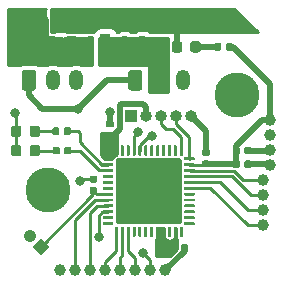
<source format=gbr>
G04 #@! TF.GenerationSoftware,KiCad,Pcbnew,5.1.5+dfsg1-2build2*
G04 #@! TF.CreationDate,2021-02-09T17:16:18+01:00*
G04 #@! TF.ProjectId,base2.0,62617365-322e-4302-9e6b-696361645f70,rev?*
G04 #@! TF.SameCoordinates,Original*
G04 #@! TF.FileFunction,Copper,L1,Top*
G04 #@! TF.FilePolarity,Positive*
%FSLAX46Y46*%
G04 Gerber Fmt 4.6, Leading zero omitted, Abs format (unit mm)*
G04 Created by KiCad (PCBNEW 5.1.5+dfsg1-2build2) date 2021-02-09 17:16:18*
%MOMM*%
%LPD*%
G04 APERTURE LIST*
G04 #@! TA.AperFunction,SMDPad,CuDef*
%ADD10C,0.350000*%
G04 #@! TD*
G04 #@! TA.AperFunction,ComponentPad*
%ADD11C,1.000000*%
G04 #@! TD*
G04 #@! TA.AperFunction,SMDPad,CuDef*
%ADD12R,0.900000X0.800000*%
G04 #@! TD*
G04 #@! TA.AperFunction,ComponentPad*
%ADD13O,1.200000X1.750000*%
G04 #@! TD*
G04 #@! TA.AperFunction,ComponentPad*
%ADD14C,0.350000*%
G04 #@! TD*
G04 #@! TA.AperFunction,ComponentPad*
%ADD15C,1.000000*%
G04 #@! TD*
G04 #@! TA.AperFunction,ComponentPad*
%ADD16O,1.000000X1.000000*%
G04 #@! TD*
G04 #@! TA.AperFunction,ComponentPad*
%ADD17R,1.000000X1.000000*%
G04 #@! TD*
G04 #@! TA.AperFunction,ComponentPad*
%ADD18C,3.800000*%
G04 #@! TD*
G04 #@! TA.AperFunction,ViaPad*
%ADD19C,0.800000*%
G04 #@! TD*
G04 #@! TA.AperFunction,Conductor*
%ADD20C,0.500000*%
G04 #@! TD*
G04 #@! TA.AperFunction,Conductor*
%ADD21C,0.250000*%
G04 #@! TD*
G04 #@! TA.AperFunction,Conductor*
%ADD22C,0.254000*%
G04 #@! TD*
G04 APERTURE END LIST*
G04 #@! TA.AperFunction,SMDPad,CuDef*
D10*
G04 #@! TO.P,R5,2*
G04 #@! TO.N,I2C_SDA*
G36*
X155609958Y-111059710D02*
G01*
X155624276Y-111061834D01*
X155638317Y-111065351D01*
X155651946Y-111070228D01*
X155665031Y-111076417D01*
X155677447Y-111083858D01*
X155689073Y-111092481D01*
X155699798Y-111102202D01*
X155709519Y-111112927D01*
X155718142Y-111124553D01*
X155725583Y-111136969D01*
X155731772Y-111150054D01*
X155736649Y-111163683D01*
X155740166Y-111177724D01*
X155742290Y-111192042D01*
X155743000Y-111206500D01*
X155743000Y-111551500D01*
X155742290Y-111565958D01*
X155740166Y-111580276D01*
X155736649Y-111594317D01*
X155731772Y-111607946D01*
X155725583Y-111621031D01*
X155718142Y-111633447D01*
X155709519Y-111645073D01*
X155699798Y-111655798D01*
X155689073Y-111665519D01*
X155677447Y-111674142D01*
X155665031Y-111681583D01*
X155651946Y-111687772D01*
X155638317Y-111692649D01*
X155624276Y-111696166D01*
X155609958Y-111698290D01*
X155595500Y-111699000D01*
X155300500Y-111699000D01*
X155286042Y-111698290D01*
X155271724Y-111696166D01*
X155257683Y-111692649D01*
X155244054Y-111687772D01*
X155230969Y-111681583D01*
X155218553Y-111674142D01*
X155206927Y-111665519D01*
X155196202Y-111655798D01*
X155186481Y-111645073D01*
X155177858Y-111633447D01*
X155170417Y-111621031D01*
X155164228Y-111607946D01*
X155159351Y-111594317D01*
X155155834Y-111580276D01*
X155153710Y-111565958D01*
X155153000Y-111551500D01*
X155153000Y-111206500D01*
X155153710Y-111192042D01*
X155155834Y-111177724D01*
X155159351Y-111163683D01*
X155164228Y-111150054D01*
X155170417Y-111136969D01*
X155177858Y-111124553D01*
X155186481Y-111112927D01*
X155196202Y-111102202D01*
X155206927Y-111092481D01*
X155218553Y-111083858D01*
X155230969Y-111076417D01*
X155244054Y-111070228D01*
X155257683Y-111065351D01*
X155271724Y-111061834D01*
X155286042Y-111059710D01*
X155300500Y-111059000D01*
X155595500Y-111059000D01*
X155609958Y-111059710D01*
G37*
G04 #@! TD.AperFunction*
G04 #@! TA.AperFunction,SMDPad,CuDef*
G04 #@! TO.P,R5,1*
G04 #@! TO.N,+3V3*
G36*
X154639958Y-111059710D02*
G01*
X154654276Y-111061834D01*
X154668317Y-111065351D01*
X154681946Y-111070228D01*
X154695031Y-111076417D01*
X154707447Y-111083858D01*
X154719073Y-111092481D01*
X154729798Y-111102202D01*
X154739519Y-111112927D01*
X154748142Y-111124553D01*
X154755583Y-111136969D01*
X154761772Y-111150054D01*
X154766649Y-111163683D01*
X154770166Y-111177724D01*
X154772290Y-111192042D01*
X154773000Y-111206500D01*
X154773000Y-111551500D01*
X154772290Y-111565958D01*
X154770166Y-111580276D01*
X154766649Y-111594317D01*
X154761772Y-111607946D01*
X154755583Y-111621031D01*
X154748142Y-111633447D01*
X154739519Y-111645073D01*
X154729798Y-111655798D01*
X154719073Y-111665519D01*
X154707447Y-111674142D01*
X154695031Y-111681583D01*
X154681946Y-111687772D01*
X154668317Y-111692649D01*
X154654276Y-111696166D01*
X154639958Y-111698290D01*
X154625500Y-111699000D01*
X154330500Y-111699000D01*
X154316042Y-111698290D01*
X154301724Y-111696166D01*
X154287683Y-111692649D01*
X154274054Y-111687772D01*
X154260969Y-111681583D01*
X154248553Y-111674142D01*
X154236927Y-111665519D01*
X154226202Y-111655798D01*
X154216481Y-111645073D01*
X154207858Y-111633447D01*
X154200417Y-111621031D01*
X154194228Y-111607946D01*
X154189351Y-111594317D01*
X154185834Y-111580276D01*
X154183710Y-111565958D01*
X154183000Y-111551500D01*
X154183000Y-111206500D01*
X154183710Y-111192042D01*
X154185834Y-111177724D01*
X154189351Y-111163683D01*
X154194228Y-111150054D01*
X154200417Y-111136969D01*
X154207858Y-111124553D01*
X154216481Y-111112927D01*
X154226202Y-111102202D01*
X154236927Y-111092481D01*
X154248553Y-111083858D01*
X154260969Y-111076417D01*
X154274054Y-111070228D01*
X154287683Y-111065351D01*
X154301724Y-111061834D01*
X154316042Y-111059710D01*
X154330500Y-111059000D01*
X154625500Y-111059000D01*
X154639958Y-111059710D01*
G37*
G04 #@! TD.AperFunction*
G04 #@! TD*
G04 #@! TA.AperFunction,SMDPad,CuDef*
G04 #@! TO.P,R4,2*
G04 #@! TO.N,I2C_SCL*
G36*
X155609958Y-112202710D02*
G01*
X155624276Y-112204834D01*
X155638317Y-112208351D01*
X155651946Y-112213228D01*
X155665031Y-112219417D01*
X155677447Y-112226858D01*
X155689073Y-112235481D01*
X155699798Y-112245202D01*
X155709519Y-112255927D01*
X155718142Y-112267553D01*
X155725583Y-112279969D01*
X155731772Y-112293054D01*
X155736649Y-112306683D01*
X155740166Y-112320724D01*
X155742290Y-112335042D01*
X155743000Y-112349500D01*
X155743000Y-112694500D01*
X155742290Y-112708958D01*
X155740166Y-112723276D01*
X155736649Y-112737317D01*
X155731772Y-112750946D01*
X155725583Y-112764031D01*
X155718142Y-112776447D01*
X155709519Y-112788073D01*
X155699798Y-112798798D01*
X155689073Y-112808519D01*
X155677447Y-112817142D01*
X155665031Y-112824583D01*
X155651946Y-112830772D01*
X155638317Y-112835649D01*
X155624276Y-112839166D01*
X155609958Y-112841290D01*
X155595500Y-112842000D01*
X155300500Y-112842000D01*
X155286042Y-112841290D01*
X155271724Y-112839166D01*
X155257683Y-112835649D01*
X155244054Y-112830772D01*
X155230969Y-112824583D01*
X155218553Y-112817142D01*
X155206927Y-112808519D01*
X155196202Y-112798798D01*
X155186481Y-112788073D01*
X155177858Y-112776447D01*
X155170417Y-112764031D01*
X155164228Y-112750946D01*
X155159351Y-112737317D01*
X155155834Y-112723276D01*
X155153710Y-112708958D01*
X155153000Y-112694500D01*
X155153000Y-112349500D01*
X155153710Y-112335042D01*
X155155834Y-112320724D01*
X155159351Y-112306683D01*
X155164228Y-112293054D01*
X155170417Y-112279969D01*
X155177858Y-112267553D01*
X155186481Y-112255927D01*
X155196202Y-112245202D01*
X155206927Y-112235481D01*
X155218553Y-112226858D01*
X155230969Y-112219417D01*
X155244054Y-112213228D01*
X155257683Y-112208351D01*
X155271724Y-112204834D01*
X155286042Y-112202710D01*
X155300500Y-112202000D01*
X155595500Y-112202000D01*
X155609958Y-112202710D01*
G37*
G04 #@! TD.AperFunction*
G04 #@! TA.AperFunction,SMDPad,CuDef*
G04 #@! TO.P,R4,1*
G04 #@! TO.N,+3V3*
G36*
X154639958Y-112202710D02*
G01*
X154654276Y-112204834D01*
X154668317Y-112208351D01*
X154681946Y-112213228D01*
X154695031Y-112219417D01*
X154707447Y-112226858D01*
X154719073Y-112235481D01*
X154729798Y-112245202D01*
X154739519Y-112255927D01*
X154748142Y-112267553D01*
X154755583Y-112279969D01*
X154761772Y-112293054D01*
X154766649Y-112306683D01*
X154770166Y-112320724D01*
X154772290Y-112335042D01*
X154773000Y-112349500D01*
X154773000Y-112694500D01*
X154772290Y-112708958D01*
X154770166Y-112723276D01*
X154766649Y-112737317D01*
X154761772Y-112750946D01*
X154755583Y-112764031D01*
X154748142Y-112776447D01*
X154739519Y-112788073D01*
X154729798Y-112798798D01*
X154719073Y-112808519D01*
X154707447Y-112817142D01*
X154695031Y-112824583D01*
X154681946Y-112830772D01*
X154668317Y-112835649D01*
X154654276Y-112839166D01*
X154639958Y-112841290D01*
X154625500Y-112842000D01*
X154330500Y-112842000D01*
X154316042Y-112841290D01*
X154301724Y-112839166D01*
X154287683Y-112835649D01*
X154274054Y-112830772D01*
X154260969Y-112824583D01*
X154248553Y-112817142D01*
X154236927Y-112808519D01*
X154226202Y-112798798D01*
X154216481Y-112788073D01*
X154207858Y-112776447D01*
X154200417Y-112764031D01*
X154194228Y-112750946D01*
X154189351Y-112737317D01*
X154185834Y-112723276D01*
X154183710Y-112708958D01*
X154183000Y-112694500D01*
X154183000Y-112349500D01*
X154183710Y-112335042D01*
X154185834Y-112320724D01*
X154189351Y-112306683D01*
X154194228Y-112293054D01*
X154200417Y-112279969D01*
X154207858Y-112267553D01*
X154216481Y-112255927D01*
X154226202Y-112245202D01*
X154236927Y-112235481D01*
X154248553Y-112226858D01*
X154260969Y-112219417D01*
X154274054Y-112213228D01*
X154287683Y-112208351D01*
X154301724Y-112204834D01*
X154316042Y-112202710D01*
X154330500Y-112202000D01*
X154625500Y-112202000D01*
X154639958Y-112202710D01*
G37*
G04 #@! TD.AperFunction*
G04 #@! TD*
G04 #@! TA.AperFunction,SMDPad,CuDef*
G04 #@! TO.P,R3,2*
G04 #@! TO.N,Net-(D3-Pad2)*
G36*
X153067558Y-102271310D02*
G01*
X153081876Y-102273434D01*
X153095917Y-102276951D01*
X153109546Y-102281828D01*
X153122631Y-102288017D01*
X153135047Y-102295458D01*
X153146673Y-102304081D01*
X153157398Y-102313802D01*
X153167119Y-102324527D01*
X153175742Y-102336153D01*
X153183183Y-102348569D01*
X153189372Y-102361654D01*
X153194249Y-102375283D01*
X153197766Y-102389324D01*
X153199890Y-102403642D01*
X153200600Y-102418100D01*
X153200600Y-102763100D01*
X153199890Y-102777558D01*
X153197766Y-102791876D01*
X153194249Y-102805917D01*
X153189372Y-102819546D01*
X153183183Y-102832631D01*
X153175742Y-102845047D01*
X153167119Y-102856673D01*
X153157398Y-102867398D01*
X153146673Y-102877119D01*
X153135047Y-102885742D01*
X153122631Y-102893183D01*
X153109546Y-102899372D01*
X153095917Y-102904249D01*
X153081876Y-102907766D01*
X153067558Y-102909890D01*
X153053100Y-102910600D01*
X152758100Y-102910600D01*
X152743642Y-102909890D01*
X152729324Y-102907766D01*
X152715283Y-102904249D01*
X152701654Y-102899372D01*
X152688569Y-102893183D01*
X152676153Y-102885742D01*
X152664527Y-102877119D01*
X152653802Y-102867398D01*
X152644081Y-102856673D01*
X152635458Y-102845047D01*
X152628017Y-102832631D01*
X152621828Y-102819546D01*
X152616951Y-102805917D01*
X152613434Y-102791876D01*
X152611310Y-102777558D01*
X152610600Y-102763100D01*
X152610600Y-102418100D01*
X152611310Y-102403642D01*
X152613434Y-102389324D01*
X152616951Y-102375283D01*
X152621828Y-102361654D01*
X152628017Y-102348569D01*
X152635458Y-102336153D01*
X152644081Y-102324527D01*
X152653802Y-102313802D01*
X152664527Y-102304081D01*
X152676153Y-102295458D01*
X152688569Y-102288017D01*
X152701654Y-102281828D01*
X152715283Y-102276951D01*
X152729324Y-102273434D01*
X152743642Y-102271310D01*
X152758100Y-102270600D01*
X153053100Y-102270600D01*
X153067558Y-102271310D01*
G37*
G04 #@! TD.AperFunction*
G04 #@! TA.AperFunction,SMDPad,CuDef*
G04 #@! TO.P,R3,1*
G04 #@! TO.N,+3V3*
G36*
X154037558Y-102271310D02*
G01*
X154051876Y-102273434D01*
X154065917Y-102276951D01*
X154079546Y-102281828D01*
X154092631Y-102288017D01*
X154105047Y-102295458D01*
X154116673Y-102304081D01*
X154127398Y-102313802D01*
X154137119Y-102324527D01*
X154145742Y-102336153D01*
X154153183Y-102348569D01*
X154159372Y-102361654D01*
X154164249Y-102375283D01*
X154167766Y-102389324D01*
X154169890Y-102403642D01*
X154170600Y-102418100D01*
X154170600Y-102763100D01*
X154169890Y-102777558D01*
X154167766Y-102791876D01*
X154164249Y-102805917D01*
X154159372Y-102819546D01*
X154153183Y-102832631D01*
X154145742Y-102845047D01*
X154137119Y-102856673D01*
X154127398Y-102867398D01*
X154116673Y-102877119D01*
X154105047Y-102885742D01*
X154092631Y-102893183D01*
X154079546Y-102899372D01*
X154065917Y-102904249D01*
X154051876Y-102907766D01*
X154037558Y-102909890D01*
X154023100Y-102910600D01*
X153728100Y-102910600D01*
X153713642Y-102909890D01*
X153699324Y-102907766D01*
X153685283Y-102904249D01*
X153671654Y-102899372D01*
X153658569Y-102893183D01*
X153646153Y-102885742D01*
X153634527Y-102877119D01*
X153623802Y-102867398D01*
X153614081Y-102856673D01*
X153605458Y-102845047D01*
X153598017Y-102832631D01*
X153591828Y-102819546D01*
X153586951Y-102805917D01*
X153583434Y-102791876D01*
X153581310Y-102777558D01*
X153580600Y-102763100D01*
X153580600Y-102418100D01*
X153581310Y-102403642D01*
X153583434Y-102389324D01*
X153586951Y-102375283D01*
X153591828Y-102361654D01*
X153598017Y-102348569D01*
X153605458Y-102336153D01*
X153614081Y-102324527D01*
X153623802Y-102313802D01*
X153634527Y-102304081D01*
X153646153Y-102295458D01*
X153658569Y-102288017D01*
X153671654Y-102281828D01*
X153685283Y-102276951D01*
X153699324Y-102273434D01*
X153713642Y-102271310D01*
X153728100Y-102270600D01*
X154023100Y-102270600D01*
X154037558Y-102271310D01*
G37*
G04 #@! TD.AperFunction*
G04 #@! TD*
G04 #@! TA.AperFunction,SMDPad,CuDef*
G04 #@! TO.P,R2,2*
G04 #@! TO.N,Net-(D2-Pad2)*
G36*
X139376958Y-111059710D02*
G01*
X139391276Y-111061834D01*
X139405317Y-111065351D01*
X139418946Y-111070228D01*
X139432031Y-111076417D01*
X139444447Y-111083858D01*
X139456073Y-111092481D01*
X139466798Y-111102202D01*
X139476519Y-111112927D01*
X139485142Y-111124553D01*
X139492583Y-111136969D01*
X139498772Y-111150054D01*
X139503649Y-111163683D01*
X139507166Y-111177724D01*
X139509290Y-111192042D01*
X139510000Y-111206500D01*
X139510000Y-111551500D01*
X139509290Y-111565958D01*
X139507166Y-111580276D01*
X139503649Y-111594317D01*
X139498772Y-111607946D01*
X139492583Y-111621031D01*
X139485142Y-111633447D01*
X139476519Y-111645073D01*
X139466798Y-111655798D01*
X139456073Y-111665519D01*
X139444447Y-111674142D01*
X139432031Y-111681583D01*
X139418946Y-111687772D01*
X139405317Y-111692649D01*
X139391276Y-111696166D01*
X139376958Y-111698290D01*
X139362500Y-111699000D01*
X139067500Y-111699000D01*
X139053042Y-111698290D01*
X139038724Y-111696166D01*
X139024683Y-111692649D01*
X139011054Y-111687772D01*
X138997969Y-111681583D01*
X138985553Y-111674142D01*
X138973927Y-111665519D01*
X138963202Y-111655798D01*
X138953481Y-111645073D01*
X138944858Y-111633447D01*
X138937417Y-111621031D01*
X138931228Y-111607946D01*
X138926351Y-111594317D01*
X138922834Y-111580276D01*
X138920710Y-111565958D01*
X138920000Y-111551500D01*
X138920000Y-111206500D01*
X138920710Y-111192042D01*
X138922834Y-111177724D01*
X138926351Y-111163683D01*
X138931228Y-111150054D01*
X138937417Y-111136969D01*
X138944858Y-111124553D01*
X138953481Y-111112927D01*
X138963202Y-111102202D01*
X138973927Y-111092481D01*
X138985553Y-111083858D01*
X138997969Y-111076417D01*
X139011054Y-111070228D01*
X139024683Y-111065351D01*
X139038724Y-111061834D01*
X139053042Y-111059710D01*
X139067500Y-111059000D01*
X139362500Y-111059000D01*
X139376958Y-111059710D01*
G37*
G04 #@! TD.AperFunction*
G04 #@! TA.AperFunction,SMDPad,CuDef*
G04 #@! TO.P,R2,1*
G04 #@! TO.N,LED_1*
G36*
X140346958Y-111059710D02*
G01*
X140361276Y-111061834D01*
X140375317Y-111065351D01*
X140388946Y-111070228D01*
X140402031Y-111076417D01*
X140414447Y-111083858D01*
X140426073Y-111092481D01*
X140436798Y-111102202D01*
X140446519Y-111112927D01*
X140455142Y-111124553D01*
X140462583Y-111136969D01*
X140468772Y-111150054D01*
X140473649Y-111163683D01*
X140477166Y-111177724D01*
X140479290Y-111192042D01*
X140480000Y-111206500D01*
X140480000Y-111551500D01*
X140479290Y-111565958D01*
X140477166Y-111580276D01*
X140473649Y-111594317D01*
X140468772Y-111607946D01*
X140462583Y-111621031D01*
X140455142Y-111633447D01*
X140446519Y-111645073D01*
X140436798Y-111655798D01*
X140426073Y-111665519D01*
X140414447Y-111674142D01*
X140402031Y-111681583D01*
X140388946Y-111687772D01*
X140375317Y-111692649D01*
X140361276Y-111696166D01*
X140346958Y-111698290D01*
X140332500Y-111699000D01*
X140037500Y-111699000D01*
X140023042Y-111698290D01*
X140008724Y-111696166D01*
X139994683Y-111692649D01*
X139981054Y-111687772D01*
X139967969Y-111681583D01*
X139955553Y-111674142D01*
X139943927Y-111665519D01*
X139933202Y-111655798D01*
X139923481Y-111645073D01*
X139914858Y-111633447D01*
X139907417Y-111621031D01*
X139901228Y-111607946D01*
X139896351Y-111594317D01*
X139892834Y-111580276D01*
X139890710Y-111565958D01*
X139890000Y-111551500D01*
X139890000Y-111206500D01*
X139890710Y-111192042D01*
X139892834Y-111177724D01*
X139896351Y-111163683D01*
X139901228Y-111150054D01*
X139907417Y-111136969D01*
X139914858Y-111124553D01*
X139923481Y-111112927D01*
X139933202Y-111102202D01*
X139943927Y-111092481D01*
X139955553Y-111083858D01*
X139967969Y-111076417D01*
X139981054Y-111070228D01*
X139994683Y-111065351D01*
X140008724Y-111061834D01*
X140023042Y-111059710D01*
X140037500Y-111059000D01*
X140332500Y-111059000D01*
X140346958Y-111059710D01*
G37*
G04 #@! TD.AperFunction*
G04 #@! TD*
G04 #@! TA.AperFunction,SMDPad,CuDef*
G04 #@! TO.P,R1,2*
G04 #@! TO.N,Net-(D1-Pad2)*
G36*
X139351458Y-109408710D02*
G01*
X139365776Y-109410834D01*
X139379817Y-109414351D01*
X139393446Y-109419228D01*
X139406531Y-109425417D01*
X139418947Y-109432858D01*
X139430573Y-109441481D01*
X139441298Y-109451202D01*
X139451019Y-109461927D01*
X139459642Y-109473553D01*
X139467083Y-109485969D01*
X139473272Y-109499054D01*
X139478149Y-109512683D01*
X139481666Y-109526724D01*
X139483790Y-109541042D01*
X139484500Y-109555500D01*
X139484500Y-109900500D01*
X139483790Y-109914958D01*
X139481666Y-109929276D01*
X139478149Y-109943317D01*
X139473272Y-109956946D01*
X139467083Y-109970031D01*
X139459642Y-109982447D01*
X139451019Y-109994073D01*
X139441298Y-110004798D01*
X139430573Y-110014519D01*
X139418947Y-110023142D01*
X139406531Y-110030583D01*
X139393446Y-110036772D01*
X139379817Y-110041649D01*
X139365776Y-110045166D01*
X139351458Y-110047290D01*
X139337000Y-110048000D01*
X139042000Y-110048000D01*
X139027542Y-110047290D01*
X139013224Y-110045166D01*
X138999183Y-110041649D01*
X138985554Y-110036772D01*
X138972469Y-110030583D01*
X138960053Y-110023142D01*
X138948427Y-110014519D01*
X138937702Y-110004798D01*
X138927981Y-109994073D01*
X138919358Y-109982447D01*
X138911917Y-109970031D01*
X138905728Y-109956946D01*
X138900851Y-109943317D01*
X138897334Y-109929276D01*
X138895210Y-109914958D01*
X138894500Y-109900500D01*
X138894500Y-109555500D01*
X138895210Y-109541042D01*
X138897334Y-109526724D01*
X138900851Y-109512683D01*
X138905728Y-109499054D01*
X138911917Y-109485969D01*
X138919358Y-109473553D01*
X138927981Y-109461927D01*
X138937702Y-109451202D01*
X138948427Y-109441481D01*
X138960053Y-109432858D01*
X138972469Y-109425417D01*
X138985554Y-109419228D01*
X138999183Y-109414351D01*
X139013224Y-109410834D01*
X139027542Y-109408710D01*
X139042000Y-109408000D01*
X139337000Y-109408000D01*
X139351458Y-109408710D01*
G37*
G04 #@! TD.AperFunction*
G04 #@! TA.AperFunction,SMDPad,CuDef*
G04 #@! TO.P,R1,1*
G04 #@! TO.N,LED_2*
G36*
X140321458Y-109408710D02*
G01*
X140335776Y-109410834D01*
X140349817Y-109414351D01*
X140363446Y-109419228D01*
X140376531Y-109425417D01*
X140388947Y-109432858D01*
X140400573Y-109441481D01*
X140411298Y-109451202D01*
X140421019Y-109461927D01*
X140429642Y-109473553D01*
X140437083Y-109485969D01*
X140443272Y-109499054D01*
X140448149Y-109512683D01*
X140451666Y-109526724D01*
X140453790Y-109541042D01*
X140454500Y-109555500D01*
X140454500Y-109900500D01*
X140453790Y-109914958D01*
X140451666Y-109929276D01*
X140448149Y-109943317D01*
X140443272Y-109956946D01*
X140437083Y-109970031D01*
X140429642Y-109982447D01*
X140421019Y-109994073D01*
X140411298Y-110004798D01*
X140400573Y-110014519D01*
X140388947Y-110023142D01*
X140376531Y-110030583D01*
X140363446Y-110036772D01*
X140349817Y-110041649D01*
X140335776Y-110045166D01*
X140321458Y-110047290D01*
X140307000Y-110048000D01*
X140012000Y-110048000D01*
X139997542Y-110047290D01*
X139983224Y-110045166D01*
X139969183Y-110041649D01*
X139955554Y-110036772D01*
X139942469Y-110030583D01*
X139930053Y-110023142D01*
X139918427Y-110014519D01*
X139907702Y-110004798D01*
X139897981Y-109994073D01*
X139889358Y-109982447D01*
X139881917Y-109970031D01*
X139875728Y-109956946D01*
X139870851Y-109943317D01*
X139867334Y-109929276D01*
X139865210Y-109914958D01*
X139864500Y-109900500D01*
X139864500Y-109555500D01*
X139865210Y-109541042D01*
X139867334Y-109526724D01*
X139870851Y-109512683D01*
X139875728Y-109499054D01*
X139881917Y-109485969D01*
X139889358Y-109473553D01*
X139897981Y-109461927D01*
X139907702Y-109451202D01*
X139918427Y-109441481D01*
X139930053Y-109432858D01*
X139942469Y-109425417D01*
X139955554Y-109419228D01*
X139969183Y-109414351D01*
X139983224Y-109410834D01*
X139997542Y-109408710D01*
X140012000Y-109408000D01*
X140307000Y-109408000D01*
X140321458Y-109408710D01*
G37*
G04 #@! TD.AperFunction*
G04 #@! TD*
G04 #@! TA.AperFunction,SMDPad,CuDef*
G04 #@! TO.P,C7,2*
G04 #@! TO.N,GND*
G36*
X139759958Y-100795210D02*
G01*
X139774276Y-100797334D01*
X139788317Y-100800851D01*
X139801946Y-100805728D01*
X139815031Y-100811917D01*
X139827447Y-100819358D01*
X139839073Y-100827981D01*
X139849798Y-100837702D01*
X139859519Y-100848427D01*
X139868142Y-100860053D01*
X139875583Y-100872469D01*
X139881772Y-100885554D01*
X139886649Y-100899183D01*
X139890166Y-100913224D01*
X139892290Y-100927542D01*
X139893000Y-100942000D01*
X139893000Y-101237000D01*
X139892290Y-101251458D01*
X139890166Y-101265776D01*
X139886649Y-101279817D01*
X139881772Y-101293446D01*
X139875583Y-101306531D01*
X139868142Y-101318947D01*
X139859519Y-101330573D01*
X139849798Y-101341298D01*
X139839073Y-101351019D01*
X139827447Y-101359642D01*
X139815031Y-101367083D01*
X139801946Y-101373272D01*
X139788317Y-101378149D01*
X139774276Y-101381666D01*
X139759958Y-101383790D01*
X139745500Y-101384500D01*
X139400500Y-101384500D01*
X139386042Y-101383790D01*
X139371724Y-101381666D01*
X139357683Y-101378149D01*
X139344054Y-101373272D01*
X139330969Y-101367083D01*
X139318553Y-101359642D01*
X139306927Y-101351019D01*
X139296202Y-101341298D01*
X139286481Y-101330573D01*
X139277858Y-101318947D01*
X139270417Y-101306531D01*
X139264228Y-101293446D01*
X139259351Y-101279817D01*
X139255834Y-101265776D01*
X139253710Y-101251458D01*
X139253000Y-101237000D01*
X139253000Y-100942000D01*
X139253710Y-100927542D01*
X139255834Y-100913224D01*
X139259351Y-100899183D01*
X139264228Y-100885554D01*
X139270417Y-100872469D01*
X139277858Y-100860053D01*
X139286481Y-100848427D01*
X139296202Y-100837702D01*
X139306927Y-100827981D01*
X139318553Y-100819358D01*
X139330969Y-100811917D01*
X139344054Y-100805728D01*
X139357683Y-100800851D01*
X139371724Y-100797334D01*
X139386042Y-100795210D01*
X139400500Y-100794500D01*
X139745500Y-100794500D01*
X139759958Y-100795210D01*
G37*
G04 #@! TD.AperFunction*
G04 #@! TA.AperFunction,SMDPad,CuDef*
G04 #@! TO.P,C7,1*
G04 #@! TO.N,+3V3*
G36*
X139759958Y-101765210D02*
G01*
X139774276Y-101767334D01*
X139788317Y-101770851D01*
X139801946Y-101775728D01*
X139815031Y-101781917D01*
X139827447Y-101789358D01*
X139839073Y-101797981D01*
X139849798Y-101807702D01*
X139859519Y-101818427D01*
X139868142Y-101830053D01*
X139875583Y-101842469D01*
X139881772Y-101855554D01*
X139886649Y-101869183D01*
X139890166Y-101883224D01*
X139892290Y-101897542D01*
X139893000Y-101912000D01*
X139893000Y-102207000D01*
X139892290Y-102221458D01*
X139890166Y-102235776D01*
X139886649Y-102249817D01*
X139881772Y-102263446D01*
X139875583Y-102276531D01*
X139868142Y-102288947D01*
X139859519Y-102300573D01*
X139849798Y-102311298D01*
X139839073Y-102321019D01*
X139827447Y-102329642D01*
X139815031Y-102337083D01*
X139801946Y-102343272D01*
X139788317Y-102348149D01*
X139774276Y-102351666D01*
X139759958Y-102353790D01*
X139745500Y-102354500D01*
X139400500Y-102354500D01*
X139386042Y-102353790D01*
X139371724Y-102351666D01*
X139357683Y-102348149D01*
X139344054Y-102343272D01*
X139330969Y-102337083D01*
X139318553Y-102329642D01*
X139306927Y-102321019D01*
X139296202Y-102311298D01*
X139286481Y-102300573D01*
X139277858Y-102288947D01*
X139270417Y-102276531D01*
X139264228Y-102263446D01*
X139259351Y-102249817D01*
X139255834Y-102235776D01*
X139253710Y-102221458D01*
X139253000Y-102207000D01*
X139253000Y-101912000D01*
X139253710Y-101897542D01*
X139255834Y-101883224D01*
X139259351Y-101869183D01*
X139264228Y-101855554D01*
X139270417Y-101842469D01*
X139277858Y-101830053D01*
X139286481Y-101818427D01*
X139296202Y-101807702D01*
X139306927Y-101797981D01*
X139318553Y-101789358D01*
X139330969Y-101781917D01*
X139344054Y-101775728D01*
X139357683Y-101770851D01*
X139371724Y-101767334D01*
X139386042Y-101765210D01*
X139400500Y-101764500D01*
X139745500Y-101764500D01*
X139759958Y-101765210D01*
G37*
G04 #@! TD.AperFunction*
G04 #@! TD*
G04 #@! TA.AperFunction,SMDPad,CuDef*
G04 #@! TO.P,C6,2*
G04 #@! TO.N,GND*
G36*
X145186958Y-100735710D02*
G01*
X145201276Y-100737834D01*
X145215317Y-100741351D01*
X145228946Y-100746228D01*
X145242031Y-100752417D01*
X145254447Y-100759858D01*
X145266073Y-100768481D01*
X145276798Y-100778202D01*
X145286519Y-100788927D01*
X145295142Y-100800553D01*
X145302583Y-100812969D01*
X145308772Y-100826054D01*
X145313649Y-100839683D01*
X145317166Y-100853724D01*
X145319290Y-100868042D01*
X145320000Y-100882500D01*
X145320000Y-101177500D01*
X145319290Y-101191958D01*
X145317166Y-101206276D01*
X145313649Y-101220317D01*
X145308772Y-101233946D01*
X145302583Y-101247031D01*
X145295142Y-101259447D01*
X145286519Y-101271073D01*
X145276798Y-101281798D01*
X145266073Y-101291519D01*
X145254447Y-101300142D01*
X145242031Y-101307583D01*
X145228946Y-101313772D01*
X145215317Y-101318649D01*
X145201276Y-101322166D01*
X145186958Y-101324290D01*
X145172500Y-101325000D01*
X144827500Y-101325000D01*
X144813042Y-101324290D01*
X144798724Y-101322166D01*
X144784683Y-101318649D01*
X144771054Y-101313772D01*
X144757969Y-101307583D01*
X144745553Y-101300142D01*
X144733927Y-101291519D01*
X144723202Y-101281798D01*
X144713481Y-101271073D01*
X144704858Y-101259447D01*
X144697417Y-101247031D01*
X144691228Y-101233946D01*
X144686351Y-101220317D01*
X144682834Y-101206276D01*
X144680710Y-101191958D01*
X144680000Y-101177500D01*
X144680000Y-100882500D01*
X144680710Y-100868042D01*
X144682834Y-100853724D01*
X144686351Y-100839683D01*
X144691228Y-100826054D01*
X144697417Y-100812969D01*
X144704858Y-100800553D01*
X144713481Y-100788927D01*
X144723202Y-100778202D01*
X144733927Y-100768481D01*
X144745553Y-100759858D01*
X144757969Y-100752417D01*
X144771054Y-100746228D01*
X144784683Y-100741351D01*
X144798724Y-100737834D01*
X144813042Y-100735710D01*
X144827500Y-100735000D01*
X145172500Y-100735000D01*
X145186958Y-100735710D01*
G37*
G04 #@! TD.AperFunction*
G04 #@! TA.AperFunction,SMDPad,CuDef*
G04 #@! TO.P,C6,1*
G04 #@! TO.N,VCC*
G36*
X145186958Y-101705710D02*
G01*
X145201276Y-101707834D01*
X145215317Y-101711351D01*
X145228946Y-101716228D01*
X145242031Y-101722417D01*
X145254447Y-101729858D01*
X145266073Y-101738481D01*
X145276798Y-101748202D01*
X145286519Y-101758927D01*
X145295142Y-101770553D01*
X145302583Y-101782969D01*
X145308772Y-101796054D01*
X145313649Y-101809683D01*
X145317166Y-101823724D01*
X145319290Y-101838042D01*
X145320000Y-101852500D01*
X145320000Y-102147500D01*
X145319290Y-102161958D01*
X145317166Y-102176276D01*
X145313649Y-102190317D01*
X145308772Y-102203946D01*
X145302583Y-102217031D01*
X145295142Y-102229447D01*
X145286519Y-102241073D01*
X145276798Y-102251798D01*
X145266073Y-102261519D01*
X145254447Y-102270142D01*
X145242031Y-102277583D01*
X145228946Y-102283772D01*
X145215317Y-102288649D01*
X145201276Y-102292166D01*
X145186958Y-102294290D01*
X145172500Y-102295000D01*
X144827500Y-102295000D01*
X144813042Y-102294290D01*
X144798724Y-102292166D01*
X144784683Y-102288649D01*
X144771054Y-102283772D01*
X144757969Y-102277583D01*
X144745553Y-102270142D01*
X144733927Y-102261519D01*
X144723202Y-102251798D01*
X144713481Y-102241073D01*
X144704858Y-102229447D01*
X144697417Y-102217031D01*
X144691228Y-102203946D01*
X144686351Y-102190317D01*
X144682834Y-102176276D01*
X144680710Y-102161958D01*
X144680000Y-102147500D01*
X144680000Y-101852500D01*
X144680710Y-101838042D01*
X144682834Y-101823724D01*
X144686351Y-101809683D01*
X144691228Y-101796054D01*
X144697417Y-101782969D01*
X144704858Y-101770553D01*
X144713481Y-101758927D01*
X144723202Y-101748202D01*
X144733927Y-101738481D01*
X144745553Y-101729858D01*
X144757969Y-101722417D01*
X144771054Y-101716228D01*
X144784683Y-101711351D01*
X144798724Y-101707834D01*
X144813042Y-101705710D01*
X144827500Y-101705000D01*
X145172500Y-101705000D01*
X145186958Y-101705710D01*
G37*
G04 #@! TD.AperFunction*
G04 #@! TD*
G04 #@! TA.AperFunction,SMDPad,CuDef*
G04 #@! TO.P,C5,2*
G04 #@! TO.N,GND*
G36*
X146686958Y-100705710D02*
G01*
X146701276Y-100707834D01*
X146715317Y-100711351D01*
X146728946Y-100716228D01*
X146742031Y-100722417D01*
X146754447Y-100729858D01*
X146766073Y-100738481D01*
X146776798Y-100748202D01*
X146786519Y-100758927D01*
X146795142Y-100770553D01*
X146802583Y-100782969D01*
X146808772Y-100796054D01*
X146813649Y-100809683D01*
X146817166Y-100823724D01*
X146819290Y-100838042D01*
X146820000Y-100852500D01*
X146820000Y-101147500D01*
X146819290Y-101161958D01*
X146817166Y-101176276D01*
X146813649Y-101190317D01*
X146808772Y-101203946D01*
X146802583Y-101217031D01*
X146795142Y-101229447D01*
X146786519Y-101241073D01*
X146776798Y-101251798D01*
X146766073Y-101261519D01*
X146754447Y-101270142D01*
X146742031Y-101277583D01*
X146728946Y-101283772D01*
X146715317Y-101288649D01*
X146701276Y-101292166D01*
X146686958Y-101294290D01*
X146672500Y-101295000D01*
X146327500Y-101295000D01*
X146313042Y-101294290D01*
X146298724Y-101292166D01*
X146284683Y-101288649D01*
X146271054Y-101283772D01*
X146257969Y-101277583D01*
X146245553Y-101270142D01*
X146233927Y-101261519D01*
X146223202Y-101251798D01*
X146213481Y-101241073D01*
X146204858Y-101229447D01*
X146197417Y-101217031D01*
X146191228Y-101203946D01*
X146186351Y-101190317D01*
X146182834Y-101176276D01*
X146180710Y-101161958D01*
X146180000Y-101147500D01*
X146180000Y-100852500D01*
X146180710Y-100838042D01*
X146182834Y-100823724D01*
X146186351Y-100809683D01*
X146191228Y-100796054D01*
X146197417Y-100782969D01*
X146204858Y-100770553D01*
X146213481Y-100758927D01*
X146223202Y-100748202D01*
X146233927Y-100738481D01*
X146245553Y-100729858D01*
X146257969Y-100722417D01*
X146271054Y-100716228D01*
X146284683Y-100711351D01*
X146298724Y-100707834D01*
X146313042Y-100705710D01*
X146327500Y-100705000D01*
X146672500Y-100705000D01*
X146686958Y-100705710D01*
G37*
G04 #@! TD.AperFunction*
G04 #@! TA.AperFunction,SMDPad,CuDef*
G04 #@! TO.P,C5,1*
G04 #@! TO.N,VCC*
G36*
X146686958Y-101675710D02*
G01*
X146701276Y-101677834D01*
X146715317Y-101681351D01*
X146728946Y-101686228D01*
X146742031Y-101692417D01*
X146754447Y-101699858D01*
X146766073Y-101708481D01*
X146776798Y-101718202D01*
X146786519Y-101728927D01*
X146795142Y-101740553D01*
X146802583Y-101752969D01*
X146808772Y-101766054D01*
X146813649Y-101779683D01*
X146817166Y-101793724D01*
X146819290Y-101808042D01*
X146820000Y-101822500D01*
X146820000Y-102117500D01*
X146819290Y-102131958D01*
X146817166Y-102146276D01*
X146813649Y-102160317D01*
X146808772Y-102173946D01*
X146802583Y-102187031D01*
X146795142Y-102199447D01*
X146786519Y-102211073D01*
X146776798Y-102221798D01*
X146766073Y-102231519D01*
X146754447Y-102240142D01*
X146742031Y-102247583D01*
X146728946Y-102253772D01*
X146715317Y-102258649D01*
X146701276Y-102262166D01*
X146686958Y-102264290D01*
X146672500Y-102265000D01*
X146327500Y-102265000D01*
X146313042Y-102264290D01*
X146298724Y-102262166D01*
X146284683Y-102258649D01*
X146271054Y-102253772D01*
X146257969Y-102247583D01*
X146245553Y-102240142D01*
X146233927Y-102231519D01*
X146223202Y-102221798D01*
X146213481Y-102211073D01*
X146204858Y-102199447D01*
X146197417Y-102187031D01*
X146191228Y-102173946D01*
X146186351Y-102160317D01*
X146182834Y-102146276D01*
X146180710Y-102131958D01*
X146180000Y-102117500D01*
X146180000Y-101822500D01*
X146180710Y-101808042D01*
X146182834Y-101793724D01*
X146186351Y-101779683D01*
X146191228Y-101766054D01*
X146197417Y-101752969D01*
X146204858Y-101740553D01*
X146213481Y-101728927D01*
X146223202Y-101718202D01*
X146233927Y-101708481D01*
X146245553Y-101699858D01*
X146257969Y-101692417D01*
X146271054Y-101686228D01*
X146284683Y-101681351D01*
X146298724Y-101677834D01*
X146313042Y-101675710D01*
X146327500Y-101675000D01*
X146672500Y-101675000D01*
X146686958Y-101675710D01*
G37*
G04 #@! TD.AperFunction*
G04 #@! TD*
G04 #@! TA.AperFunction,SMDPad,CuDef*
G04 #@! TO.P,C4,2*
G04 #@! TO.N,GND*
G36*
X143950958Y-108821710D02*
G01*
X143965276Y-108823834D01*
X143979317Y-108827351D01*
X143992946Y-108832228D01*
X144006031Y-108838417D01*
X144018447Y-108845858D01*
X144030073Y-108854481D01*
X144040798Y-108864202D01*
X144050519Y-108874927D01*
X144059142Y-108886553D01*
X144066583Y-108898969D01*
X144072772Y-108912054D01*
X144077649Y-108925683D01*
X144081166Y-108939724D01*
X144083290Y-108954042D01*
X144084000Y-108968500D01*
X144084000Y-109263500D01*
X144083290Y-109277958D01*
X144081166Y-109292276D01*
X144077649Y-109306317D01*
X144072772Y-109319946D01*
X144066583Y-109333031D01*
X144059142Y-109345447D01*
X144050519Y-109357073D01*
X144040798Y-109367798D01*
X144030073Y-109377519D01*
X144018447Y-109386142D01*
X144006031Y-109393583D01*
X143992946Y-109399772D01*
X143979317Y-109404649D01*
X143965276Y-109408166D01*
X143950958Y-109410290D01*
X143936500Y-109411000D01*
X143591500Y-109411000D01*
X143577042Y-109410290D01*
X143562724Y-109408166D01*
X143548683Y-109404649D01*
X143535054Y-109399772D01*
X143521969Y-109393583D01*
X143509553Y-109386142D01*
X143497927Y-109377519D01*
X143487202Y-109367798D01*
X143477481Y-109357073D01*
X143468858Y-109345447D01*
X143461417Y-109333031D01*
X143455228Y-109319946D01*
X143450351Y-109306317D01*
X143446834Y-109292276D01*
X143444710Y-109277958D01*
X143444000Y-109263500D01*
X143444000Y-108968500D01*
X143444710Y-108954042D01*
X143446834Y-108939724D01*
X143450351Y-108925683D01*
X143455228Y-108912054D01*
X143461417Y-108898969D01*
X143468858Y-108886553D01*
X143477481Y-108874927D01*
X143487202Y-108864202D01*
X143497927Y-108854481D01*
X143509553Y-108845858D01*
X143521969Y-108838417D01*
X143535054Y-108832228D01*
X143548683Y-108827351D01*
X143562724Y-108823834D01*
X143577042Y-108821710D01*
X143591500Y-108821000D01*
X143936500Y-108821000D01*
X143950958Y-108821710D01*
G37*
G04 #@! TD.AperFunction*
G04 #@! TA.AperFunction,SMDPad,CuDef*
G04 #@! TO.P,C4,1*
G04 #@! TO.N,+3V3*
G36*
X143950958Y-109791710D02*
G01*
X143965276Y-109793834D01*
X143979317Y-109797351D01*
X143992946Y-109802228D01*
X144006031Y-109808417D01*
X144018447Y-109815858D01*
X144030073Y-109824481D01*
X144040798Y-109834202D01*
X144050519Y-109844927D01*
X144059142Y-109856553D01*
X144066583Y-109868969D01*
X144072772Y-109882054D01*
X144077649Y-109895683D01*
X144081166Y-109909724D01*
X144083290Y-109924042D01*
X144084000Y-109938500D01*
X144084000Y-110233500D01*
X144083290Y-110247958D01*
X144081166Y-110262276D01*
X144077649Y-110276317D01*
X144072772Y-110289946D01*
X144066583Y-110303031D01*
X144059142Y-110315447D01*
X144050519Y-110327073D01*
X144040798Y-110337798D01*
X144030073Y-110347519D01*
X144018447Y-110356142D01*
X144006031Y-110363583D01*
X143992946Y-110369772D01*
X143979317Y-110374649D01*
X143965276Y-110378166D01*
X143950958Y-110380290D01*
X143936500Y-110381000D01*
X143591500Y-110381000D01*
X143577042Y-110380290D01*
X143562724Y-110378166D01*
X143548683Y-110374649D01*
X143535054Y-110369772D01*
X143521969Y-110363583D01*
X143509553Y-110356142D01*
X143497927Y-110347519D01*
X143487202Y-110337798D01*
X143477481Y-110327073D01*
X143468858Y-110315447D01*
X143461417Y-110303031D01*
X143455228Y-110289946D01*
X143450351Y-110276317D01*
X143446834Y-110262276D01*
X143444710Y-110247958D01*
X143444000Y-110233500D01*
X143444000Y-109938500D01*
X143444710Y-109924042D01*
X143446834Y-109909724D01*
X143450351Y-109895683D01*
X143455228Y-109882054D01*
X143461417Y-109868969D01*
X143468858Y-109856553D01*
X143477481Y-109844927D01*
X143487202Y-109834202D01*
X143497927Y-109824481D01*
X143509553Y-109815858D01*
X143521969Y-109808417D01*
X143535054Y-109802228D01*
X143548683Y-109797351D01*
X143562724Y-109793834D01*
X143577042Y-109791710D01*
X143591500Y-109791000D01*
X143936500Y-109791000D01*
X143950958Y-109791710D01*
G37*
G04 #@! TD.AperFunction*
G04 #@! TD*
G04 #@! TA.AperFunction,SMDPad,CuDef*
G04 #@! TO.P,C3,2*
G04 #@! TO.N,GND*
G36*
X152078958Y-111234710D02*
G01*
X152093276Y-111236834D01*
X152107317Y-111240351D01*
X152120946Y-111245228D01*
X152134031Y-111251417D01*
X152146447Y-111258858D01*
X152158073Y-111267481D01*
X152168798Y-111277202D01*
X152178519Y-111287927D01*
X152187142Y-111299553D01*
X152194583Y-111311969D01*
X152200772Y-111325054D01*
X152205649Y-111338683D01*
X152209166Y-111352724D01*
X152211290Y-111367042D01*
X152212000Y-111381500D01*
X152212000Y-111676500D01*
X152211290Y-111690958D01*
X152209166Y-111705276D01*
X152205649Y-111719317D01*
X152200772Y-111732946D01*
X152194583Y-111746031D01*
X152187142Y-111758447D01*
X152178519Y-111770073D01*
X152168798Y-111780798D01*
X152158073Y-111790519D01*
X152146447Y-111799142D01*
X152134031Y-111806583D01*
X152120946Y-111812772D01*
X152107317Y-111817649D01*
X152093276Y-111821166D01*
X152078958Y-111823290D01*
X152064500Y-111824000D01*
X151719500Y-111824000D01*
X151705042Y-111823290D01*
X151690724Y-111821166D01*
X151676683Y-111817649D01*
X151663054Y-111812772D01*
X151649969Y-111806583D01*
X151637553Y-111799142D01*
X151625927Y-111790519D01*
X151615202Y-111780798D01*
X151605481Y-111770073D01*
X151596858Y-111758447D01*
X151589417Y-111746031D01*
X151583228Y-111732946D01*
X151578351Y-111719317D01*
X151574834Y-111705276D01*
X151572710Y-111690958D01*
X151572000Y-111676500D01*
X151572000Y-111381500D01*
X151572710Y-111367042D01*
X151574834Y-111352724D01*
X151578351Y-111338683D01*
X151583228Y-111325054D01*
X151589417Y-111311969D01*
X151596858Y-111299553D01*
X151605481Y-111287927D01*
X151615202Y-111277202D01*
X151625927Y-111267481D01*
X151637553Y-111258858D01*
X151649969Y-111251417D01*
X151663054Y-111245228D01*
X151676683Y-111240351D01*
X151690724Y-111236834D01*
X151705042Y-111234710D01*
X151719500Y-111234000D01*
X152064500Y-111234000D01*
X152078958Y-111234710D01*
G37*
G04 #@! TD.AperFunction*
G04 #@! TA.AperFunction,SMDPad,CuDef*
G04 #@! TO.P,C3,1*
G04 #@! TO.N,+3V3*
G36*
X152078958Y-112204710D02*
G01*
X152093276Y-112206834D01*
X152107317Y-112210351D01*
X152120946Y-112215228D01*
X152134031Y-112221417D01*
X152146447Y-112228858D01*
X152158073Y-112237481D01*
X152168798Y-112247202D01*
X152178519Y-112257927D01*
X152187142Y-112269553D01*
X152194583Y-112281969D01*
X152200772Y-112295054D01*
X152205649Y-112308683D01*
X152209166Y-112322724D01*
X152211290Y-112337042D01*
X152212000Y-112351500D01*
X152212000Y-112646500D01*
X152211290Y-112660958D01*
X152209166Y-112675276D01*
X152205649Y-112689317D01*
X152200772Y-112702946D01*
X152194583Y-112716031D01*
X152187142Y-112728447D01*
X152178519Y-112740073D01*
X152168798Y-112750798D01*
X152158073Y-112760519D01*
X152146447Y-112769142D01*
X152134031Y-112776583D01*
X152120946Y-112782772D01*
X152107317Y-112787649D01*
X152093276Y-112791166D01*
X152078958Y-112793290D01*
X152064500Y-112794000D01*
X151719500Y-112794000D01*
X151705042Y-112793290D01*
X151690724Y-112791166D01*
X151676683Y-112787649D01*
X151663054Y-112782772D01*
X151649969Y-112776583D01*
X151637553Y-112769142D01*
X151625927Y-112760519D01*
X151615202Y-112750798D01*
X151605481Y-112740073D01*
X151596858Y-112728447D01*
X151589417Y-112716031D01*
X151583228Y-112702946D01*
X151578351Y-112689317D01*
X151574834Y-112675276D01*
X151572710Y-112660958D01*
X151572000Y-112646500D01*
X151572000Y-112351500D01*
X151572710Y-112337042D01*
X151574834Y-112322724D01*
X151578351Y-112308683D01*
X151583228Y-112295054D01*
X151589417Y-112281969D01*
X151596858Y-112269553D01*
X151605481Y-112257927D01*
X151615202Y-112247202D01*
X151625927Y-112237481D01*
X151637553Y-112228858D01*
X151649969Y-112221417D01*
X151663054Y-112215228D01*
X151676683Y-112210351D01*
X151690724Y-112206834D01*
X151705042Y-112204710D01*
X151719500Y-112204000D01*
X152064500Y-112204000D01*
X152078958Y-112204710D01*
G37*
G04 #@! TD.AperFunction*
G04 #@! TD*
G04 #@! TA.AperFunction,SMDPad,CuDef*
G04 #@! TO.P,C2,2*
G04 #@! TO.N,GND*
G36*
X150252958Y-119314710D02*
G01*
X150267276Y-119316834D01*
X150281317Y-119320351D01*
X150294946Y-119325228D01*
X150308031Y-119331417D01*
X150320447Y-119338858D01*
X150332073Y-119347481D01*
X150342798Y-119357202D01*
X150352519Y-119367927D01*
X150361142Y-119379553D01*
X150368583Y-119391969D01*
X150374772Y-119405054D01*
X150379649Y-119418683D01*
X150383166Y-119432724D01*
X150385290Y-119447042D01*
X150386000Y-119461500D01*
X150386000Y-119806500D01*
X150385290Y-119820958D01*
X150383166Y-119835276D01*
X150379649Y-119849317D01*
X150374772Y-119862946D01*
X150368583Y-119876031D01*
X150361142Y-119888447D01*
X150352519Y-119900073D01*
X150342798Y-119910798D01*
X150332073Y-119920519D01*
X150320447Y-119929142D01*
X150308031Y-119936583D01*
X150294946Y-119942772D01*
X150281317Y-119947649D01*
X150267276Y-119951166D01*
X150252958Y-119953290D01*
X150238500Y-119954000D01*
X149943500Y-119954000D01*
X149929042Y-119953290D01*
X149914724Y-119951166D01*
X149900683Y-119947649D01*
X149887054Y-119942772D01*
X149873969Y-119936583D01*
X149861553Y-119929142D01*
X149849927Y-119920519D01*
X149839202Y-119910798D01*
X149829481Y-119900073D01*
X149820858Y-119888447D01*
X149813417Y-119876031D01*
X149807228Y-119862946D01*
X149802351Y-119849317D01*
X149798834Y-119835276D01*
X149796710Y-119820958D01*
X149796000Y-119806500D01*
X149796000Y-119461500D01*
X149796710Y-119447042D01*
X149798834Y-119432724D01*
X149802351Y-119418683D01*
X149807228Y-119405054D01*
X149813417Y-119391969D01*
X149820858Y-119379553D01*
X149829481Y-119367927D01*
X149839202Y-119357202D01*
X149849927Y-119347481D01*
X149861553Y-119338858D01*
X149873969Y-119331417D01*
X149887054Y-119325228D01*
X149900683Y-119320351D01*
X149914724Y-119316834D01*
X149929042Y-119314710D01*
X149943500Y-119314000D01*
X150238500Y-119314000D01*
X150252958Y-119314710D01*
G37*
G04 #@! TD.AperFunction*
G04 #@! TA.AperFunction,SMDPad,CuDef*
G04 #@! TO.P,C2,1*
G04 #@! TO.N,+3V3*
G36*
X149282958Y-119314710D02*
G01*
X149297276Y-119316834D01*
X149311317Y-119320351D01*
X149324946Y-119325228D01*
X149338031Y-119331417D01*
X149350447Y-119338858D01*
X149362073Y-119347481D01*
X149372798Y-119357202D01*
X149382519Y-119367927D01*
X149391142Y-119379553D01*
X149398583Y-119391969D01*
X149404772Y-119405054D01*
X149409649Y-119418683D01*
X149413166Y-119432724D01*
X149415290Y-119447042D01*
X149416000Y-119461500D01*
X149416000Y-119806500D01*
X149415290Y-119820958D01*
X149413166Y-119835276D01*
X149409649Y-119849317D01*
X149404772Y-119862946D01*
X149398583Y-119876031D01*
X149391142Y-119888447D01*
X149382519Y-119900073D01*
X149372798Y-119910798D01*
X149362073Y-119920519D01*
X149350447Y-119929142D01*
X149338031Y-119936583D01*
X149324946Y-119942772D01*
X149311317Y-119947649D01*
X149297276Y-119951166D01*
X149282958Y-119953290D01*
X149268500Y-119954000D01*
X148973500Y-119954000D01*
X148959042Y-119953290D01*
X148944724Y-119951166D01*
X148930683Y-119947649D01*
X148917054Y-119942772D01*
X148903969Y-119936583D01*
X148891553Y-119929142D01*
X148879927Y-119920519D01*
X148869202Y-119910798D01*
X148859481Y-119900073D01*
X148850858Y-119888447D01*
X148843417Y-119876031D01*
X148837228Y-119862946D01*
X148832351Y-119849317D01*
X148828834Y-119835276D01*
X148826710Y-119820958D01*
X148826000Y-119806500D01*
X148826000Y-119461500D01*
X148826710Y-119447042D01*
X148828834Y-119432724D01*
X148832351Y-119418683D01*
X148837228Y-119405054D01*
X148843417Y-119391969D01*
X148850858Y-119379553D01*
X148859481Y-119367927D01*
X148869202Y-119357202D01*
X148879927Y-119347481D01*
X148891553Y-119338858D01*
X148903969Y-119331417D01*
X148917054Y-119325228D01*
X148930683Y-119320351D01*
X148944724Y-119316834D01*
X148959042Y-119314710D01*
X148973500Y-119314000D01*
X149268500Y-119314000D01*
X149282958Y-119314710D01*
G37*
G04 #@! TD.AperFunction*
G04 #@! TD*
G04 #@! TA.AperFunction,SMDPad,CuDef*
G04 #@! TO.P,C1,2*
G04 #@! TO.N,GND*
G36*
X142553958Y-113497710D02*
G01*
X142568276Y-113499834D01*
X142582317Y-113503351D01*
X142595946Y-113508228D01*
X142609031Y-113514417D01*
X142621447Y-113521858D01*
X142633073Y-113530481D01*
X142643798Y-113540202D01*
X142653519Y-113550927D01*
X142662142Y-113562553D01*
X142669583Y-113574969D01*
X142675772Y-113588054D01*
X142680649Y-113601683D01*
X142684166Y-113615724D01*
X142686290Y-113630042D01*
X142687000Y-113644500D01*
X142687000Y-113939500D01*
X142686290Y-113953958D01*
X142684166Y-113968276D01*
X142680649Y-113982317D01*
X142675772Y-113995946D01*
X142669583Y-114009031D01*
X142662142Y-114021447D01*
X142653519Y-114033073D01*
X142643798Y-114043798D01*
X142633073Y-114053519D01*
X142621447Y-114062142D01*
X142609031Y-114069583D01*
X142595946Y-114075772D01*
X142582317Y-114080649D01*
X142568276Y-114084166D01*
X142553958Y-114086290D01*
X142539500Y-114087000D01*
X142194500Y-114087000D01*
X142180042Y-114086290D01*
X142165724Y-114084166D01*
X142151683Y-114080649D01*
X142138054Y-114075772D01*
X142124969Y-114069583D01*
X142112553Y-114062142D01*
X142100927Y-114053519D01*
X142090202Y-114043798D01*
X142080481Y-114033073D01*
X142071858Y-114021447D01*
X142064417Y-114009031D01*
X142058228Y-113995946D01*
X142053351Y-113982317D01*
X142049834Y-113968276D01*
X142047710Y-113953958D01*
X142047000Y-113939500D01*
X142047000Y-113644500D01*
X142047710Y-113630042D01*
X142049834Y-113615724D01*
X142053351Y-113601683D01*
X142058228Y-113588054D01*
X142064417Y-113574969D01*
X142071858Y-113562553D01*
X142080481Y-113550927D01*
X142090202Y-113540202D01*
X142100927Y-113530481D01*
X142112553Y-113521858D01*
X142124969Y-113514417D01*
X142138054Y-113508228D01*
X142151683Y-113503351D01*
X142165724Y-113499834D01*
X142180042Y-113497710D01*
X142194500Y-113497000D01*
X142539500Y-113497000D01*
X142553958Y-113497710D01*
G37*
G04 #@! TD.AperFunction*
G04 #@! TA.AperFunction,SMDPad,CuDef*
G04 #@! TO.P,C1,1*
G04 #@! TO.N,NRTS*
G36*
X142553958Y-114467710D02*
G01*
X142568276Y-114469834D01*
X142582317Y-114473351D01*
X142595946Y-114478228D01*
X142609031Y-114484417D01*
X142621447Y-114491858D01*
X142633073Y-114500481D01*
X142643798Y-114510202D01*
X142653519Y-114520927D01*
X142662142Y-114532553D01*
X142669583Y-114544969D01*
X142675772Y-114558054D01*
X142680649Y-114571683D01*
X142684166Y-114585724D01*
X142686290Y-114600042D01*
X142687000Y-114614500D01*
X142687000Y-114909500D01*
X142686290Y-114923958D01*
X142684166Y-114938276D01*
X142680649Y-114952317D01*
X142675772Y-114965946D01*
X142669583Y-114979031D01*
X142662142Y-114991447D01*
X142653519Y-115003073D01*
X142643798Y-115013798D01*
X142633073Y-115023519D01*
X142621447Y-115032142D01*
X142609031Y-115039583D01*
X142595946Y-115045772D01*
X142582317Y-115050649D01*
X142568276Y-115054166D01*
X142553958Y-115056290D01*
X142539500Y-115057000D01*
X142194500Y-115057000D01*
X142180042Y-115056290D01*
X142165724Y-115054166D01*
X142151683Y-115050649D01*
X142138054Y-115045772D01*
X142124969Y-115039583D01*
X142112553Y-115032142D01*
X142100927Y-115023519D01*
X142090202Y-115013798D01*
X142080481Y-115003073D01*
X142071858Y-114991447D01*
X142064417Y-114979031D01*
X142058228Y-114965946D01*
X142053351Y-114952317D01*
X142049834Y-114938276D01*
X142047710Y-114923958D01*
X142047000Y-114909500D01*
X142047000Y-114614500D01*
X142047710Y-114600042D01*
X142049834Y-114585724D01*
X142053351Y-114571683D01*
X142058228Y-114558054D01*
X142064417Y-114544969D01*
X142071858Y-114532553D01*
X142080481Y-114520927D01*
X142090202Y-114510202D01*
X142100927Y-114500481D01*
X142112553Y-114491858D01*
X142124969Y-114484417D01*
X142138054Y-114478228D01*
X142151683Y-114473351D01*
X142165724Y-114469834D01*
X142180042Y-114467710D01*
X142194500Y-114467000D01*
X142539500Y-114467000D01*
X142553958Y-114467710D01*
G37*
G04 #@! TD.AperFunction*
G04 #@! TD*
G04 #@! TA.AperFunction,SMDPad,CuDef*
G04 #@! TO.P,U1,48*
G04 #@! TO.N,+3V3*
G36*
X144377126Y-110930801D02*
G01*
X144383193Y-110931701D01*
X144389143Y-110933191D01*
X144394918Y-110935258D01*
X144400462Y-110937880D01*
X144405723Y-110941033D01*
X144410650Y-110944687D01*
X144415194Y-110948806D01*
X144419313Y-110953350D01*
X144422967Y-110958277D01*
X144426120Y-110963538D01*
X144428742Y-110969082D01*
X144430809Y-110974857D01*
X144432299Y-110980807D01*
X144433199Y-110986874D01*
X144433500Y-110993000D01*
X144433500Y-111743000D01*
X144433199Y-111749126D01*
X144432299Y-111755193D01*
X144430809Y-111761143D01*
X144428742Y-111766918D01*
X144426120Y-111772462D01*
X144422967Y-111777723D01*
X144419313Y-111782650D01*
X144415194Y-111787194D01*
X144410650Y-111791313D01*
X144405723Y-111794967D01*
X144400462Y-111798120D01*
X144394918Y-111800742D01*
X144389143Y-111802809D01*
X144383193Y-111804299D01*
X144377126Y-111805199D01*
X144371000Y-111805500D01*
X144246000Y-111805500D01*
X144239874Y-111805199D01*
X144233807Y-111804299D01*
X144227857Y-111802809D01*
X144222082Y-111800742D01*
X144216538Y-111798120D01*
X144211277Y-111794967D01*
X144206350Y-111791313D01*
X144201806Y-111787194D01*
X144197687Y-111782650D01*
X144194033Y-111777723D01*
X144190880Y-111772462D01*
X144188258Y-111766918D01*
X144186191Y-111761143D01*
X144184701Y-111755193D01*
X144183801Y-111749126D01*
X144183500Y-111743000D01*
X144183500Y-110993000D01*
X144183801Y-110986874D01*
X144184701Y-110980807D01*
X144186191Y-110974857D01*
X144188258Y-110969082D01*
X144190880Y-110963538D01*
X144194033Y-110958277D01*
X144197687Y-110953350D01*
X144201806Y-110948806D01*
X144206350Y-110944687D01*
X144211277Y-110941033D01*
X144216538Y-110937880D01*
X144222082Y-110935258D01*
X144227857Y-110933191D01*
X144233807Y-110931701D01*
X144239874Y-110930801D01*
X144246000Y-110930500D01*
X144371000Y-110930500D01*
X144377126Y-110930801D01*
G37*
G04 #@! TD.AperFunction*
G04 #@! TA.AperFunction,SMDPad,CuDef*
G04 #@! TO.P,U1,47*
G04 #@! TO.N,Net-(U1-Pad47)*
G36*
X144877126Y-110930801D02*
G01*
X144883193Y-110931701D01*
X144889143Y-110933191D01*
X144894918Y-110935258D01*
X144900462Y-110937880D01*
X144905723Y-110941033D01*
X144910650Y-110944687D01*
X144915194Y-110948806D01*
X144919313Y-110953350D01*
X144922967Y-110958277D01*
X144926120Y-110963538D01*
X144928742Y-110969082D01*
X144930809Y-110974857D01*
X144932299Y-110980807D01*
X144933199Y-110986874D01*
X144933500Y-110993000D01*
X144933500Y-111743000D01*
X144933199Y-111749126D01*
X144932299Y-111755193D01*
X144930809Y-111761143D01*
X144928742Y-111766918D01*
X144926120Y-111772462D01*
X144922967Y-111777723D01*
X144919313Y-111782650D01*
X144915194Y-111787194D01*
X144910650Y-111791313D01*
X144905723Y-111794967D01*
X144900462Y-111798120D01*
X144894918Y-111800742D01*
X144889143Y-111802809D01*
X144883193Y-111804299D01*
X144877126Y-111805199D01*
X144871000Y-111805500D01*
X144746000Y-111805500D01*
X144739874Y-111805199D01*
X144733807Y-111804299D01*
X144727857Y-111802809D01*
X144722082Y-111800742D01*
X144716538Y-111798120D01*
X144711277Y-111794967D01*
X144706350Y-111791313D01*
X144701806Y-111787194D01*
X144697687Y-111782650D01*
X144694033Y-111777723D01*
X144690880Y-111772462D01*
X144688258Y-111766918D01*
X144686191Y-111761143D01*
X144684701Y-111755193D01*
X144683801Y-111749126D01*
X144683500Y-111743000D01*
X144683500Y-110993000D01*
X144683801Y-110986874D01*
X144684701Y-110980807D01*
X144686191Y-110974857D01*
X144688258Y-110969082D01*
X144690880Y-110963538D01*
X144694033Y-110958277D01*
X144697687Y-110953350D01*
X144701806Y-110948806D01*
X144706350Y-110944687D01*
X144711277Y-110941033D01*
X144716538Y-110937880D01*
X144722082Y-110935258D01*
X144727857Y-110933191D01*
X144733807Y-110931701D01*
X144739874Y-110930801D01*
X144746000Y-110930500D01*
X144871000Y-110930500D01*
X144877126Y-110930801D01*
G37*
G04 #@! TD.AperFunction*
G04 #@! TA.AperFunction,SMDPad,CuDef*
G04 #@! TO.P,U1,46*
G04 #@! TO.N,Net-(U1-Pad46)*
G36*
X145377126Y-110930801D02*
G01*
X145383193Y-110931701D01*
X145389143Y-110933191D01*
X145394918Y-110935258D01*
X145400462Y-110937880D01*
X145405723Y-110941033D01*
X145410650Y-110944687D01*
X145415194Y-110948806D01*
X145419313Y-110953350D01*
X145422967Y-110958277D01*
X145426120Y-110963538D01*
X145428742Y-110969082D01*
X145430809Y-110974857D01*
X145432299Y-110980807D01*
X145433199Y-110986874D01*
X145433500Y-110993000D01*
X145433500Y-111743000D01*
X145433199Y-111749126D01*
X145432299Y-111755193D01*
X145430809Y-111761143D01*
X145428742Y-111766918D01*
X145426120Y-111772462D01*
X145422967Y-111777723D01*
X145419313Y-111782650D01*
X145415194Y-111787194D01*
X145410650Y-111791313D01*
X145405723Y-111794967D01*
X145400462Y-111798120D01*
X145394918Y-111800742D01*
X145389143Y-111802809D01*
X145383193Y-111804299D01*
X145377126Y-111805199D01*
X145371000Y-111805500D01*
X145246000Y-111805500D01*
X145239874Y-111805199D01*
X145233807Y-111804299D01*
X145227857Y-111802809D01*
X145222082Y-111800742D01*
X145216538Y-111798120D01*
X145211277Y-111794967D01*
X145206350Y-111791313D01*
X145201806Y-111787194D01*
X145197687Y-111782650D01*
X145194033Y-111777723D01*
X145190880Y-111772462D01*
X145188258Y-111766918D01*
X145186191Y-111761143D01*
X145184701Y-111755193D01*
X145183801Y-111749126D01*
X145183500Y-111743000D01*
X145183500Y-110993000D01*
X145183801Y-110986874D01*
X145184701Y-110980807D01*
X145186191Y-110974857D01*
X145188258Y-110969082D01*
X145190880Y-110963538D01*
X145194033Y-110958277D01*
X145197687Y-110953350D01*
X145201806Y-110948806D01*
X145206350Y-110944687D01*
X145211277Y-110941033D01*
X145216538Y-110937880D01*
X145222082Y-110935258D01*
X145227857Y-110933191D01*
X145233807Y-110931701D01*
X145239874Y-110930801D01*
X145246000Y-110930500D01*
X145371000Y-110930500D01*
X145377126Y-110930801D01*
G37*
G04 #@! TD.AperFunction*
G04 #@! TA.AperFunction,SMDPad,CuDef*
G04 #@! TO.P,U1,45*
G04 #@! TO.N,I2C_SDA*
G36*
X145877126Y-110930801D02*
G01*
X145883193Y-110931701D01*
X145889143Y-110933191D01*
X145894918Y-110935258D01*
X145900462Y-110937880D01*
X145905723Y-110941033D01*
X145910650Y-110944687D01*
X145915194Y-110948806D01*
X145919313Y-110953350D01*
X145922967Y-110958277D01*
X145926120Y-110963538D01*
X145928742Y-110969082D01*
X145930809Y-110974857D01*
X145932299Y-110980807D01*
X145933199Y-110986874D01*
X145933500Y-110993000D01*
X145933500Y-111743000D01*
X145933199Y-111749126D01*
X145932299Y-111755193D01*
X145930809Y-111761143D01*
X145928742Y-111766918D01*
X145926120Y-111772462D01*
X145922967Y-111777723D01*
X145919313Y-111782650D01*
X145915194Y-111787194D01*
X145910650Y-111791313D01*
X145905723Y-111794967D01*
X145900462Y-111798120D01*
X145894918Y-111800742D01*
X145889143Y-111802809D01*
X145883193Y-111804299D01*
X145877126Y-111805199D01*
X145871000Y-111805500D01*
X145746000Y-111805500D01*
X145739874Y-111805199D01*
X145733807Y-111804299D01*
X145727857Y-111802809D01*
X145722082Y-111800742D01*
X145716538Y-111798120D01*
X145711277Y-111794967D01*
X145706350Y-111791313D01*
X145701806Y-111787194D01*
X145697687Y-111782650D01*
X145694033Y-111777723D01*
X145690880Y-111772462D01*
X145688258Y-111766918D01*
X145686191Y-111761143D01*
X145684701Y-111755193D01*
X145683801Y-111749126D01*
X145683500Y-111743000D01*
X145683500Y-110993000D01*
X145683801Y-110986874D01*
X145684701Y-110980807D01*
X145686191Y-110974857D01*
X145688258Y-110969082D01*
X145690880Y-110963538D01*
X145694033Y-110958277D01*
X145697687Y-110953350D01*
X145701806Y-110948806D01*
X145706350Y-110944687D01*
X145711277Y-110941033D01*
X145716538Y-110937880D01*
X145722082Y-110935258D01*
X145727857Y-110933191D01*
X145733807Y-110931701D01*
X145739874Y-110930801D01*
X145746000Y-110930500D01*
X145871000Y-110930500D01*
X145877126Y-110930801D01*
G37*
G04 #@! TD.AperFunction*
G04 #@! TA.AperFunction,SMDPad,CuDef*
G04 #@! TO.P,U1,44*
G04 #@! TO.N,I2C_SCL*
G36*
X146377126Y-110930801D02*
G01*
X146383193Y-110931701D01*
X146389143Y-110933191D01*
X146394918Y-110935258D01*
X146400462Y-110937880D01*
X146405723Y-110941033D01*
X146410650Y-110944687D01*
X146415194Y-110948806D01*
X146419313Y-110953350D01*
X146422967Y-110958277D01*
X146426120Y-110963538D01*
X146428742Y-110969082D01*
X146430809Y-110974857D01*
X146432299Y-110980807D01*
X146433199Y-110986874D01*
X146433500Y-110993000D01*
X146433500Y-111743000D01*
X146433199Y-111749126D01*
X146432299Y-111755193D01*
X146430809Y-111761143D01*
X146428742Y-111766918D01*
X146426120Y-111772462D01*
X146422967Y-111777723D01*
X146419313Y-111782650D01*
X146415194Y-111787194D01*
X146410650Y-111791313D01*
X146405723Y-111794967D01*
X146400462Y-111798120D01*
X146394918Y-111800742D01*
X146389143Y-111802809D01*
X146383193Y-111804299D01*
X146377126Y-111805199D01*
X146371000Y-111805500D01*
X146246000Y-111805500D01*
X146239874Y-111805199D01*
X146233807Y-111804299D01*
X146227857Y-111802809D01*
X146222082Y-111800742D01*
X146216538Y-111798120D01*
X146211277Y-111794967D01*
X146206350Y-111791313D01*
X146201806Y-111787194D01*
X146197687Y-111782650D01*
X146194033Y-111777723D01*
X146190880Y-111772462D01*
X146188258Y-111766918D01*
X146186191Y-111761143D01*
X146184701Y-111755193D01*
X146183801Y-111749126D01*
X146183500Y-111743000D01*
X146183500Y-110993000D01*
X146183801Y-110986874D01*
X146184701Y-110980807D01*
X146186191Y-110974857D01*
X146188258Y-110969082D01*
X146190880Y-110963538D01*
X146194033Y-110958277D01*
X146197687Y-110953350D01*
X146201806Y-110948806D01*
X146206350Y-110944687D01*
X146211277Y-110941033D01*
X146216538Y-110937880D01*
X146222082Y-110935258D01*
X146227857Y-110933191D01*
X146233807Y-110931701D01*
X146239874Y-110930801D01*
X146246000Y-110930500D01*
X146371000Y-110930500D01*
X146377126Y-110930801D01*
G37*
G04 #@! TD.AperFunction*
G04 #@! TA.AperFunction,SMDPad,CuDef*
G04 #@! TO.P,U1,43*
G04 #@! TO.N,Net-(U1-Pad43)*
G36*
X146877126Y-110930801D02*
G01*
X146883193Y-110931701D01*
X146889143Y-110933191D01*
X146894918Y-110935258D01*
X146900462Y-110937880D01*
X146905723Y-110941033D01*
X146910650Y-110944687D01*
X146915194Y-110948806D01*
X146919313Y-110953350D01*
X146922967Y-110958277D01*
X146926120Y-110963538D01*
X146928742Y-110969082D01*
X146930809Y-110974857D01*
X146932299Y-110980807D01*
X146933199Y-110986874D01*
X146933500Y-110993000D01*
X146933500Y-111743000D01*
X146933199Y-111749126D01*
X146932299Y-111755193D01*
X146930809Y-111761143D01*
X146928742Y-111766918D01*
X146926120Y-111772462D01*
X146922967Y-111777723D01*
X146919313Y-111782650D01*
X146915194Y-111787194D01*
X146910650Y-111791313D01*
X146905723Y-111794967D01*
X146900462Y-111798120D01*
X146894918Y-111800742D01*
X146889143Y-111802809D01*
X146883193Y-111804299D01*
X146877126Y-111805199D01*
X146871000Y-111805500D01*
X146746000Y-111805500D01*
X146739874Y-111805199D01*
X146733807Y-111804299D01*
X146727857Y-111802809D01*
X146722082Y-111800742D01*
X146716538Y-111798120D01*
X146711277Y-111794967D01*
X146706350Y-111791313D01*
X146701806Y-111787194D01*
X146697687Y-111782650D01*
X146694033Y-111777723D01*
X146690880Y-111772462D01*
X146688258Y-111766918D01*
X146686191Y-111761143D01*
X146684701Y-111755193D01*
X146683801Y-111749126D01*
X146683500Y-111743000D01*
X146683500Y-110993000D01*
X146683801Y-110986874D01*
X146684701Y-110980807D01*
X146686191Y-110974857D01*
X146688258Y-110969082D01*
X146690880Y-110963538D01*
X146694033Y-110958277D01*
X146697687Y-110953350D01*
X146701806Y-110948806D01*
X146706350Y-110944687D01*
X146711277Y-110941033D01*
X146716538Y-110937880D01*
X146722082Y-110935258D01*
X146727857Y-110933191D01*
X146733807Y-110931701D01*
X146739874Y-110930801D01*
X146746000Y-110930500D01*
X146871000Y-110930500D01*
X146877126Y-110930801D01*
G37*
G04 #@! TD.AperFunction*
G04 #@! TA.AperFunction,SMDPad,CuDef*
G04 #@! TO.P,U1,42*
G04 #@! TO.N,Net-(U1-Pad42)*
G36*
X147377126Y-110930801D02*
G01*
X147383193Y-110931701D01*
X147389143Y-110933191D01*
X147394918Y-110935258D01*
X147400462Y-110937880D01*
X147405723Y-110941033D01*
X147410650Y-110944687D01*
X147415194Y-110948806D01*
X147419313Y-110953350D01*
X147422967Y-110958277D01*
X147426120Y-110963538D01*
X147428742Y-110969082D01*
X147430809Y-110974857D01*
X147432299Y-110980807D01*
X147433199Y-110986874D01*
X147433500Y-110993000D01*
X147433500Y-111743000D01*
X147433199Y-111749126D01*
X147432299Y-111755193D01*
X147430809Y-111761143D01*
X147428742Y-111766918D01*
X147426120Y-111772462D01*
X147422967Y-111777723D01*
X147419313Y-111782650D01*
X147415194Y-111787194D01*
X147410650Y-111791313D01*
X147405723Y-111794967D01*
X147400462Y-111798120D01*
X147394918Y-111800742D01*
X147389143Y-111802809D01*
X147383193Y-111804299D01*
X147377126Y-111805199D01*
X147371000Y-111805500D01*
X147246000Y-111805500D01*
X147239874Y-111805199D01*
X147233807Y-111804299D01*
X147227857Y-111802809D01*
X147222082Y-111800742D01*
X147216538Y-111798120D01*
X147211277Y-111794967D01*
X147206350Y-111791313D01*
X147201806Y-111787194D01*
X147197687Y-111782650D01*
X147194033Y-111777723D01*
X147190880Y-111772462D01*
X147188258Y-111766918D01*
X147186191Y-111761143D01*
X147184701Y-111755193D01*
X147183801Y-111749126D01*
X147183500Y-111743000D01*
X147183500Y-110993000D01*
X147183801Y-110986874D01*
X147184701Y-110980807D01*
X147186191Y-110974857D01*
X147188258Y-110969082D01*
X147190880Y-110963538D01*
X147194033Y-110958277D01*
X147197687Y-110953350D01*
X147201806Y-110948806D01*
X147206350Y-110944687D01*
X147211277Y-110941033D01*
X147216538Y-110937880D01*
X147222082Y-110935258D01*
X147227857Y-110933191D01*
X147233807Y-110931701D01*
X147239874Y-110930801D01*
X147246000Y-110930500D01*
X147371000Y-110930500D01*
X147377126Y-110930801D01*
G37*
G04 #@! TD.AperFunction*
G04 #@! TA.AperFunction,SMDPad,CuDef*
G04 #@! TO.P,U1,41*
G04 #@! TO.N,Net-(U1-Pad41)*
G36*
X147877126Y-110930801D02*
G01*
X147883193Y-110931701D01*
X147889143Y-110933191D01*
X147894918Y-110935258D01*
X147900462Y-110937880D01*
X147905723Y-110941033D01*
X147910650Y-110944687D01*
X147915194Y-110948806D01*
X147919313Y-110953350D01*
X147922967Y-110958277D01*
X147926120Y-110963538D01*
X147928742Y-110969082D01*
X147930809Y-110974857D01*
X147932299Y-110980807D01*
X147933199Y-110986874D01*
X147933500Y-110993000D01*
X147933500Y-111743000D01*
X147933199Y-111749126D01*
X147932299Y-111755193D01*
X147930809Y-111761143D01*
X147928742Y-111766918D01*
X147926120Y-111772462D01*
X147922967Y-111777723D01*
X147919313Y-111782650D01*
X147915194Y-111787194D01*
X147910650Y-111791313D01*
X147905723Y-111794967D01*
X147900462Y-111798120D01*
X147894918Y-111800742D01*
X147889143Y-111802809D01*
X147883193Y-111804299D01*
X147877126Y-111805199D01*
X147871000Y-111805500D01*
X147746000Y-111805500D01*
X147739874Y-111805199D01*
X147733807Y-111804299D01*
X147727857Y-111802809D01*
X147722082Y-111800742D01*
X147716538Y-111798120D01*
X147711277Y-111794967D01*
X147706350Y-111791313D01*
X147701806Y-111787194D01*
X147697687Y-111782650D01*
X147694033Y-111777723D01*
X147690880Y-111772462D01*
X147688258Y-111766918D01*
X147686191Y-111761143D01*
X147684701Y-111755193D01*
X147683801Y-111749126D01*
X147683500Y-111743000D01*
X147683500Y-110993000D01*
X147683801Y-110986874D01*
X147684701Y-110980807D01*
X147686191Y-110974857D01*
X147688258Y-110969082D01*
X147690880Y-110963538D01*
X147694033Y-110958277D01*
X147697687Y-110953350D01*
X147701806Y-110948806D01*
X147706350Y-110944687D01*
X147711277Y-110941033D01*
X147716538Y-110937880D01*
X147722082Y-110935258D01*
X147727857Y-110933191D01*
X147733807Y-110931701D01*
X147739874Y-110930801D01*
X147746000Y-110930500D01*
X147871000Y-110930500D01*
X147877126Y-110930801D01*
G37*
G04 #@! TD.AperFunction*
G04 #@! TA.AperFunction,SMDPad,CuDef*
G04 #@! TO.P,U1,40*
G04 #@! TO.N,Net-(U1-Pad40)*
G36*
X148377126Y-110930801D02*
G01*
X148383193Y-110931701D01*
X148389143Y-110933191D01*
X148394918Y-110935258D01*
X148400462Y-110937880D01*
X148405723Y-110941033D01*
X148410650Y-110944687D01*
X148415194Y-110948806D01*
X148419313Y-110953350D01*
X148422967Y-110958277D01*
X148426120Y-110963538D01*
X148428742Y-110969082D01*
X148430809Y-110974857D01*
X148432299Y-110980807D01*
X148433199Y-110986874D01*
X148433500Y-110993000D01*
X148433500Y-111743000D01*
X148433199Y-111749126D01*
X148432299Y-111755193D01*
X148430809Y-111761143D01*
X148428742Y-111766918D01*
X148426120Y-111772462D01*
X148422967Y-111777723D01*
X148419313Y-111782650D01*
X148415194Y-111787194D01*
X148410650Y-111791313D01*
X148405723Y-111794967D01*
X148400462Y-111798120D01*
X148394918Y-111800742D01*
X148389143Y-111802809D01*
X148383193Y-111804299D01*
X148377126Y-111805199D01*
X148371000Y-111805500D01*
X148246000Y-111805500D01*
X148239874Y-111805199D01*
X148233807Y-111804299D01*
X148227857Y-111802809D01*
X148222082Y-111800742D01*
X148216538Y-111798120D01*
X148211277Y-111794967D01*
X148206350Y-111791313D01*
X148201806Y-111787194D01*
X148197687Y-111782650D01*
X148194033Y-111777723D01*
X148190880Y-111772462D01*
X148188258Y-111766918D01*
X148186191Y-111761143D01*
X148184701Y-111755193D01*
X148183801Y-111749126D01*
X148183500Y-111743000D01*
X148183500Y-110993000D01*
X148183801Y-110986874D01*
X148184701Y-110980807D01*
X148186191Y-110974857D01*
X148188258Y-110969082D01*
X148190880Y-110963538D01*
X148194033Y-110958277D01*
X148197687Y-110953350D01*
X148201806Y-110948806D01*
X148206350Y-110944687D01*
X148211277Y-110941033D01*
X148216538Y-110937880D01*
X148222082Y-110935258D01*
X148227857Y-110933191D01*
X148233807Y-110931701D01*
X148239874Y-110930801D01*
X148246000Y-110930500D01*
X148371000Y-110930500D01*
X148377126Y-110930801D01*
G37*
G04 #@! TD.AperFunction*
G04 #@! TA.AperFunction,SMDPad,CuDef*
G04 #@! TO.P,U1,39*
G04 #@! TO.N,Net-(U1-Pad39)*
G36*
X148877126Y-110930801D02*
G01*
X148883193Y-110931701D01*
X148889143Y-110933191D01*
X148894918Y-110935258D01*
X148900462Y-110937880D01*
X148905723Y-110941033D01*
X148910650Y-110944687D01*
X148915194Y-110948806D01*
X148919313Y-110953350D01*
X148922967Y-110958277D01*
X148926120Y-110963538D01*
X148928742Y-110969082D01*
X148930809Y-110974857D01*
X148932299Y-110980807D01*
X148933199Y-110986874D01*
X148933500Y-110993000D01*
X148933500Y-111743000D01*
X148933199Y-111749126D01*
X148932299Y-111755193D01*
X148930809Y-111761143D01*
X148928742Y-111766918D01*
X148926120Y-111772462D01*
X148922967Y-111777723D01*
X148919313Y-111782650D01*
X148915194Y-111787194D01*
X148910650Y-111791313D01*
X148905723Y-111794967D01*
X148900462Y-111798120D01*
X148894918Y-111800742D01*
X148889143Y-111802809D01*
X148883193Y-111804299D01*
X148877126Y-111805199D01*
X148871000Y-111805500D01*
X148746000Y-111805500D01*
X148739874Y-111805199D01*
X148733807Y-111804299D01*
X148727857Y-111802809D01*
X148722082Y-111800742D01*
X148716538Y-111798120D01*
X148711277Y-111794967D01*
X148706350Y-111791313D01*
X148701806Y-111787194D01*
X148697687Y-111782650D01*
X148694033Y-111777723D01*
X148690880Y-111772462D01*
X148688258Y-111766918D01*
X148686191Y-111761143D01*
X148684701Y-111755193D01*
X148683801Y-111749126D01*
X148683500Y-111743000D01*
X148683500Y-110993000D01*
X148683801Y-110986874D01*
X148684701Y-110980807D01*
X148686191Y-110974857D01*
X148688258Y-110969082D01*
X148690880Y-110963538D01*
X148694033Y-110958277D01*
X148697687Y-110953350D01*
X148701806Y-110948806D01*
X148706350Y-110944687D01*
X148711277Y-110941033D01*
X148716538Y-110937880D01*
X148722082Y-110935258D01*
X148727857Y-110933191D01*
X148733807Y-110931701D01*
X148739874Y-110930801D01*
X148746000Y-110930500D01*
X148871000Y-110930500D01*
X148877126Y-110930801D01*
G37*
G04 #@! TD.AperFunction*
G04 #@! TA.AperFunction,SMDPad,CuDef*
G04 #@! TO.P,U1,38*
G04 #@! TO.N,Net-(U1-Pad38)*
G36*
X149377126Y-110930801D02*
G01*
X149383193Y-110931701D01*
X149389143Y-110933191D01*
X149394918Y-110935258D01*
X149400462Y-110937880D01*
X149405723Y-110941033D01*
X149410650Y-110944687D01*
X149415194Y-110948806D01*
X149419313Y-110953350D01*
X149422967Y-110958277D01*
X149426120Y-110963538D01*
X149428742Y-110969082D01*
X149430809Y-110974857D01*
X149432299Y-110980807D01*
X149433199Y-110986874D01*
X149433500Y-110993000D01*
X149433500Y-111743000D01*
X149433199Y-111749126D01*
X149432299Y-111755193D01*
X149430809Y-111761143D01*
X149428742Y-111766918D01*
X149426120Y-111772462D01*
X149422967Y-111777723D01*
X149419313Y-111782650D01*
X149415194Y-111787194D01*
X149410650Y-111791313D01*
X149405723Y-111794967D01*
X149400462Y-111798120D01*
X149394918Y-111800742D01*
X149389143Y-111802809D01*
X149383193Y-111804299D01*
X149377126Y-111805199D01*
X149371000Y-111805500D01*
X149246000Y-111805500D01*
X149239874Y-111805199D01*
X149233807Y-111804299D01*
X149227857Y-111802809D01*
X149222082Y-111800742D01*
X149216538Y-111798120D01*
X149211277Y-111794967D01*
X149206350Y-111791313D01*
X149201806Y-111787194D01*
X149197687Y-111782650D01*
X149194033Y-111777723D01*
X149190880Y-111772462D01*
X149188258Y-111766918D01*
X149186191Y-111761143D01*
X149184701Y-111755193D01*
X149183801Y-111749126D01*
X149183500Y-111743000D01*
X149183500Y-110993000D01*
X149183801Y-110986874D01*
X149184701Y-110980807D01*
X149186191Y-110974857D01*
X149188258Y-110969082D01*
X149190880Y-110963538D01*
X149194033Y-110958277D01*
X149197687Y-110953350D01*
X149201806Y-110948806D01*
X149206350Y-110944687D01*
X149211277Y-110941033D01*
X149216538Y-110937880D01*
X149222082Y-110935258D01*
X149227857Y-110933191D01*
X149233807Y-110931701D01*
X149239874Y-110930801D01*
X149246000Y-110930500D01*
X149371000Y-110930500D01*
X149377126Y-110930801D01*
G37*
G04 #@! TD.AperFunction*
G04 #@! TA.AperFunction,SMDPad,CuDef*
G04 #@! TO.P,U1,37*
G04 #@! TO.N,JTCK-SWCLI*
G36*
X149877126Y-110930801D02*
G01*
X149883193Y-110931701D01*
X149889143Y-110933191D01*
X149894918Y-110935258D01*
X149900462Y-110937880D01*
X149905723Y-110941033D01*
X149910650Y-110944687D01*
X149915194Y-110948806D01*
X149919313Y-110953350D01*
X149922967Y-110958277D01*
X149926120Y-110963538D01*
X149928742Y-110969082D01*
X149930809Y-110974857D01*
X149932299Y-110980807D01*
X149933199Y-110986874D01*
X149933500Y-110993000D01*
X149933500Y-111743000D01*
X149933199Y-111749126D01*
X149932299Y-111755193D01*
X149930809Y-111761143D01*
X149928742Y-111766918D01*
X149926120Y-111772462D01*
X149922967Y-111777723D01*
X149919313Y-111782650D01*
X149915194Y-111787194D01*
X149910650Y-111791313D01*
X149905723Y-111794967D01*
X149900462Y-111798120D01*
X149894918Y-111800742D01*
X149889143Y-111802809D01*
X149883193Y-111804299D01*
X149877126Y-111805199D01*
X149871000Y-111805500D01*
X149746000Y-111805500D01*
X149739874Y-111805199D01*
X149733807Y-111804299D01*
X149727857Y-111802809D01*
X149722082Y-111800742D01*
X149716538Y-111798120D01*
X149711277Y-111794967D01*
X149706350Y-111791313D01*
X149701806Y-111787194D01*
X149697687Y-111782650D01*
X149694033Y-111777723D01*
X149690880Y-111772462D01*
X149688258Y-111766918D01*
X149686191Y-111761143D01*
X149684701Y-111755193D01*
X149683801Y-111749126D01*
X149683500Y-111743000D01*
X149683500Y-110993000D01*
X149683801Y-110986874D01*
X149684701Y-110980807D01*
X149686191Y-110974857D01*
X149688258Y-110969082D01*
X149690880Y-110963538D01*
X149694033Y-110958277D01*
X149697687Y-110953350D01*
X149701806Y-110948806D01*
X149706350Y-110944687D01*
X149711277Y-110941033D01*
X149716538Y-110937880D01*
X149722082Y-110935258D01*
X149727857Y-110933191D01*
X149733807Y-110931701D01*
X149739874Y-110930801D01*
X149746000Y-110930500D01*
X149871000Y-110930500D01*
X149877126Y-110930801D01*
G37*
G04 #@! TD.AperFunction*
G04 #@! TA.AperFunction,SMDPad,CuDef*
G04 #@! TO.P,U1,36*
G04 #@! TO.N,JTMS-SWDIO*
G36*
X150877126Y-111930801D02*
G01*
X150883193Y-111931701D01*
X150889143Y-111933191D01*
X150894918Y-111935258D01*
X150900462Y-111937880D01*
X150905723Y-111941033D01*
X150910650Y-111944687D01*
X150915194Y-111948806D01*
X150919313Y-111953350D01*
X150922967Y-111958277D01*
X150926120Y-111963538D01*
X150928742Y-111969082D01*
X150930809Y-111974857D01*
X150932299Y-111980807D01*
X150933199Y-111986874D01*
X150933500Y-111993000D01*
X150933500Y-112118000D01*
X150933199Y-112124126D01*
X150932299Y-112130193D01*
X150930809Y-112136143D01*
X150928742Y-112141918D01*
X150926120Y-112147462D01*
X150922967Y-112152723D01*
X150919313Y-112157650D01*
X150915194Y-112162194D01*
X150910650Y-112166313D01*
X150905723Y-112169967D01*
X150900462Y-112173120D01*
X150894918Y-112175742D01*
X150889143Y-112177809D01*
X150883193Y-112179299D01*
X150877126Y-112180199D01*
X150871000Y-112180500D01*
X150121000Y-112180500D01*
X150114874Y-112180199D01*
X150108807Y-112179299D01*
X150102857Y-112177809D01*
X150097082Y-112175742D01*
X150091538Y-112173120D01*
X150086277Y-112169967D01*
X150081350Y-112166313D01*
X150076806Y-112162194D01*
X150072687Y-112157650D01*
X150069033Y-112152723D01*
X150065880Y-112147462D01*
X150063258Y-112141918D01*
X150061191Y-112136143D01*
X150059701Y-112130193D01*
X150058801Y-112124126D01*
X150058500Y-112118000D01*
X150058500Y-111993000D01*
X150058801Y-111986874D01*
X150059701Y-111980807D01*
X150061191Y-111974857D01*
X150063258Y-111969082D01*
X150065880Y-111963538D01*
X150069033Y-111958277D01*
X150072687Y-111953350D01*
X150076806Y-111948806D01*
X150081350Y-111944687D01*
X150086277Y-111941033D01*
X150091538Y-111937880D01*
X150097082Y-111935258D01*
X150102857Y-111933191D01*
X150108807Y-111931701D01*
X150114874Y-111930801D01*
X150121000Y-111930500D01*
X150871000Y-111930500D01*
X150877126Y-111930801D01*
G37*
G04 #@! TD.AperFunction*
G04 #@! TA.AperFunction,SMDPad,CuDef*
G04 #@! TO.P,U1,35*
G04 #@! TO.N,+3V3*
G36*
X150877126Y-112430801D02*
G01*
X150883193Y-112431701D01*
X150889143Y-112433191D01*
X150894918Y-112435258D01*
X150900462Y-112437880D01*
X150905723Y-112441033D01*
X150910650Y-112444687D01*
X150915194Y-112448806D01*
X150919313Y-112453350D01*
X150922967Y-112458277D01*
X150926120Y-112463538D01*
X150928742Y-112469082D01*
X150930809Y-112474857D01*
X150932299Y-112480807D01*
X150933199Y-112486874D01*
X150933500Y-112493000D01*
X150933500Y-112618000D01*
X150933199Y-112624126D01*
X150932299Y-112630193D01*
X150930809Y-112636143D01*
X150928742Y-112641918D01*
X150926120Y-112647462D01*
X150922967Y-112652723D01*
X150919313Y-112657650D01*
X150915194Y-112662194D01*
X150910650Y-112666313D01*
X150905723Y-112669967D01*
X150900462Y-112673120D01*
X150894918Y-112675742D01*
X150889143Y-112677809D01*
X150883193Y-112679299D01*
X150877126Y-112680199D01*
X150871000Y-112680500D01*
X150121000Y-112680500D01*
X150114874Y-112680199D01*
X150108807Y-112679299D01*
X150102857Y-112677809D01*
X150097082Y-112675742D01*
X150091538Y-112673120D01*
X150086277Y-112669967D01*
X150081350Y-112666313D01*
X150076806Y-112662194D01*
X150072687Y-112657650D01*
X150069033Y-112652723D01*
X150065880Y-112647462D01*
X150063258Y-112641918D01*
X150061191Y-112636143D01*
X150059701Y-112630193D01*
X150058801Y-112624126D01*
X150058500Y-112618000D01*
X150058500Y-112493000D01*
X150058801Y-112486874D01*
X150059701Y-112480807D01*
X150061191Y-112474857D01*
X150063258Y-112469082D01*
X150065880Y-112463538D01*
X150069033Y-112458277D01*
X150072687Y-112453350D01*
X150076806Y-112448806D01*
X150081350Y-112444687D01*
X150086277Y-112441033D01*
X150091538Y-112437880D01*
X150097082Y-112435258D01*
X150102857Y-112433191D01*
X150108807Y-112431701D01*
X150114874Y-112430801D01*
X150121000Y-112430500D01*
X150871000Y-112430500D01*
X150877126Y-112430801D01*
G37*
G04 #@! TD.AperFunction*
G04 #@! TA.AperFunction,SMDPad,CuDef*
G04 #@! TO.P,U1,34*
G04 #@! TO.N,FDCAN_TX*
G36*
X150877126Y-112930801D02*
G01*
X150883193Y-112931701D01*
X150889143Y-112933191D01*
X150894918Y-112935258D01*
X150900462Y-112937880D01*
X150905723Y-112941033D01*
X150910650Y-112944687D01*
X150915194Y-112948806D01*
X150919313Y-112953350D01*
X150922967Y-112958277D01*
X150926120Y-112963538D01*
X150928742Y-112969082D01*
X150930809Y-112974857D01*
X150932299Y-112980807D01*
X150933199Y-112986874D01*
X150933500Y-112993000D01*
X150933500Y-113118000D01*
X150933199Y-113124126D01*
X150932299Y-113130193D01*
X150930809Y-113136143D01*
X150928742Y-113141918D01*
X150926120Y-113147462D01*
X150922967Y-113152723D01*
X150919313Y-113157650D01*
X150915194Y-113162194D01*
X150910650Y-113166313D01*
X150905723Y-113169967D01*
X150900462Y-113173120D01*
X150894918Y-113175742D01*
X150889143Y-113177809D01*
X150883193Y-113179299D01*
X150877126Y-113180199D01*
X150871000Y-113180500D01*
X150121000Y-113180500D01*
X150114874Y-113180199D01*
X150108807Y-113179299D01*
X150102857Y-113177809D01*
X150097082Y-113175742D01*
X150091538Y-113173120D01*
X150086277Y-113169967D01*
X150081350Y-113166313D01*
X150076806Y-113162194D01*
X150072687Y-113157650D01*
X150069033Y-113152723D01*
X150065880Y-113147462D01*
X150063258Y-113141918D01*
X150061191Y-113136143D01*
X150059701Y-113130193D01*
X150058801Y-113124126D01*
X150058500Y-113118000D01*
X150058500Y-112993000D01*
X150058801Y-112986874D01*
X150059701Y-112980807D01*
X150061191Y-112974857D01*
X150063258Y-112969082D01*
X150065880Y-112963538D01*
X150069033Y-112958277D01*
X150072687Y-112953350D01*
X150076806Y-112948806D01*
X150081350Y-112944687D01*
X150086277Y-112941033D01*
X150091538Y-112937880D01*
X150097082Y-112935258D01*
X150102857Y-112933191D01*
X150108807Y-112931701D01*
X150114874Y-112930801D01*
X150121000Y-112930500D01*
X150871000Y-112930500D01*
X150877126Y-112930801D01*
G37*
G04 #@! TD.AperFunction*
G04 #@! TA.AperFunction,SMDPad,CuDef*
G04 #@! TO.P,U1,33*
G04 #@! TO.N,FDCAN_RX*
G36*
X150877126Y-113430801D02*
G01*
X150883193Y-113431701D01*
X150889143Y-113433191D01*
X150894918Y-113435258D01*
X150900462Y-113437880D01*
X150905723Y-113441033D01*
X150910650Y-113444687D01*
X150915194Y-113448806D01*
X150919313Y-113453350D01*
X150922967Y-113458277D01*
X150926120Y-113463538D01*
X150928742Y-113469082D01*
X150930809Y-113474857D01*
X150932299Y-113480807D01*
X150933199Y-113486874D01*
X150933500Y-113493000D01*
X150933500Y-113618000D01*
X150933199Y-113624126D01*
X150932299Y-113630193D01*
X150930809Y-113636143D01*
X150928742Y-113641918D01*
X150926120Y-113647462D01*
X150922967Y-113652723D01*
X150919313Y-113657650D01*
X150915194Y-113662194D01*
X150910650Y-113666313D01*
X150905723Y-113669967D01*
X150900462Y-113673120D01*
X150894918Y-113675742D01*
X150889143Y-113677809D01*
X150883193Y-113679299D01*
X150877126Y-113680199D01*
X150871000Y-113680500D01*
X150121000Y-113680500D01*
X150114874Y-113680199D01*
X150108807Y-113679299D01*
X150102857Y-113677809D01*
X150097082Y-113675742D01*
X150091538Y-113673120D01*
X150086277Y-113669967D01*
X150081350Y-113666313D01*
X150076806Y-113662194D01*
X150072687Y-113657650D01*
X150069033Y-113652723D01*
X150065880Y-113647462D01*
X150063258Y-113641918D01*
X150061191Y-113636143D01*
X150059701Y-113630193D01*
X150058801Y-113624126D01*
X150058500Y-113618000D01*
X150058500Y-113493000D01*
X150058801Y-113486874D01*
X150059701Y-113480807D01*
X150061191Y-113474857D01*
X150063258Y-113469082D01*
X150065880Y-113463538D01*
X150069033Y-113458277D01*
X150072687Y-113453350D01*
X150076806Y-113448806D01*
X150081350Y-113444687D01*
X150086277Y-113441033D01*
X150091538Y-113437880D01*
X150097082Y-113435258D01*
X150102857Y-113433191D01*
X150108807Y-113431701D01*
X150114874Y-113430801D01*
X150121000Y-113430500D01*
X150871000Y-113430500D01*
X150877126Y-113430801D01*
G37*
G04 #@! TD.AperFunction*
G04 #@! TA.AperFunction,SMDPad,CuDef*
G04 #@! TO.P,U1,32*
G04 #@! TO.N,USART1_RX*
G36*
X150877126Y-113930801D02*
G01*
X150883193Y-113931701D01*
X150889143Y-113933191D01*
X150894918Y-113935258D01*
X150900462Y-113937880D01*
X150905723Y-113941033D01*
X150910650Y-113944687D01*
X150915194Y-113948806D01*
X150919313Y-113953350D01*
X150922967Y-113958277D01*
X150926120Y-113963538D01*
X150928742Y-113969082D01*
X150930809Y-113974857D01*
X150932299Y-113980807D01*
X150933199Y-113986874D01*
X150933500Y-113993000D01*
X150933500Y-114118000D01*
X150933199Y-114124126D01*
X150932299Y-114130193D01*
X150930809Y-114136143D01*
X150928742Y-114141918D01*
X150926120Y-114147462D01*
X150922967Y-114152723D01*
X150919313Y-114157650D01*
X150915194Y-114162194D01*
X150910650Y-114166313D01*
X150905723Y-114169967D01*
X150900462Y-114173120D01*
X150894918Y-114175742D01*
X150889143Y-114177809D01*
X150883193Y-114179299D01*
X150877126Y-114180199D01*
X150871000Y-114180500D01*
X150121000Y-114180500D01*
X150114874Y-114180199D01*
X150108807Y-114179299D01*
X150102857Y-114177809D01*
X150097082Y-114175742D01*
X150091538Y-114173120D01*
X150086277Y-114169967D01*
X150081350Y-114166313D01*
X150076806Y-114162194D01*
X150072687Y-114157650D01*
X150069033Y-114152723D01*
X150065880Y-114147462D01*
X150063258Y-114141918D01*
X150061191Y-114136143D01*
X150059701Y-114130193D01*
X150058801Y-114124126D01*
X150058500Y-114118000D01*
X150058500Y-113993000D01*
X150058801Y-113986874D01*
X150059701Y-113980807D01*
X150061191Y-113974857D01*
X150063258Y-113969082D01*
X150065880Y-113963538D01*
X150069033Y-113958277D01*
X150072687Y-113953350D01*
X150076806Y-113948806D01*
X150081350Y-113944687D01*
X150086277Y-113941033D01*
X150091538Y-113937880D01*
X150097082Y-113935258D01*
X150102857Y-113933191D01*
X150108807Y-113931701D01*
X150114874Y-113930801D01*
X150121000Y-113930500D01*
X150871000Y-113930500D01*
X150877126Y-113930801D01*
G37*
G04 #@! TD.AperFunction*
G04 #@! TA.AperFunction,SMDPad,CuDef*
G04 #@! TO.P,U1,31*
G04 #@! TO.N,USART1_TX*
G36*
X150877126Y-114430801D02*
G01*
X150883193Y-114431701D01*
X150889143Y-114433191D01*
X150894918Y-114435258D01*
X150900462Y-114437880D01*
X150905723Y-114441033D01*
X150910650Y-114444687D01*
X150915194Y-114448806D01*
X150919313Y-114453350D01*
X150922967Y-114458277D01*
X150926120Y-114463538D01*
X150928742Y-114469082D01*
X150930809Y-114474857D01*
X150932299Y-114480807D01*
X150933199Y-114486874D01*
X150933500Y-114493000D01*
X150933500Y-114618000D01*
X150933199Y-114624126D01*
X150932299Y-114630193D01*
X150930809Y-114636143D01*
X150928742Y-114641918D01*
X150926120Y-114647462D01*
X150922967Y-114652723D01*
X150919313Y-114657650D01*
X150915194Y-114662194D01*
X150910650Y-114666313D01*
X150905723Y-114669967D01*
X150900462Y-114673120D01*
X150894918Y-114675742D01*
X150889143Y-114677809D01*
X150883193Y-114679299D01*
X150877126Y-114680199D01*
X150871000Y-114680500D01*
X150121000Y-114680500D01*
X150114874Y-114680199D01*
X150108807Y-114679299D01*
X150102857Y-114677809D01*
X150097082Y-114675742D01*
X150091538Y-114673120D01*
X150086277Y-114669967D01*
X150081350Y-114666313D01*
X150076806Y-114662194D01*
X150072687Y-114657650D01*
X150069033Y-114652723D01*
X150065880Y-114647462D01*
X150063258Y-114641918D01*
X150061191Y-114636143D01*
X150059701Y-114630193D01*
X150058801Y-114624126D01*
X150058500Y-114618000D01*
X150058500Y-114493000D01*
X150058801Y-114486874D01*
X150059701Y-114480807D01*
X150061191Y-114474857D01*
X150063258Y-114469082D01*
X150065880Y-114463538D01*
X150069033Y-114458277D01*
X150072687Y-114453350D01*
X150076806Y-114448806D01*
X150081350Y-114444687D01*
X150086277Y-114441033D01*
X150091538Y-114437880D01*
X150097082Y-114435258D01*
X150102857Y-114433191D01*
X150108807Y-114431701D01*
X150114874Y-114430801D01*
X150121000Y-114430500D01*
X150871000Y-114430500D01*
X150877126Y-114430801D01*
G37*
G04 #@! TD.AperFunction*
G04 #@! TA.AperFunction,SMDPad,CuDef*
G04 #@! TO.P,U1,30*
G04 #@! TO.N,Net-(U1-Pad30)*
G36*
X150877126Y-114930801D02*
G01*
X150883193Y-114931701D01*
X150889143Y-114933191D01*
X150894918Y-114935258D01*
X150900462Y-114937880D01*
X150905723Y-114941033D01*
X150910650Y-114944687D01*
X150915194Y-114948806D01*
X150919313Y-114953350D01*
X150922967Y-114958277D01*
X150926120Y-114963538D01*
X150928742Y-114969082D01*
X150930809Y-114974857D01*
X150932299Y-114980807D01*
X150933199Y-114986874D01*
X150933500Y-114993000D01*
X150933500Y-115118000D01*
X150933199Y-115124126D01*
X150932299Y-115130193D01*
X150930809Y-115136143D01*
X150928742Y-115141918D01*
X150926120Y-115147462D01*
X150922967Y-115152723D01*
X150919313Y-115157650D01*
X150915194Y-115162194D01*
X150910650Y-115166313D01*
X150905723Y-115169967D01*
X150900462Y-115173120D01*
X150894918Y-115175742D01*
X150889143Y-115177809D01*
X150883193Y-115179299D01*
X150877126Y-115180199D01*
X150871000Y-115180500D01*
X150121000Y-115180500D01*
X150114874Y-115180199D01*
X150108807Y-115179299D01*
X150102857Y-115177809D01*
X150097082Y-115175742D01*
X150091538Y-115173120D01*
X150086277Y-115169967D01*
X150081350Y-115166313D01*
X150076806Y-115162194D01*
X150072687Y-115157650D01*
X150069033Y-115152723D01*
X150065880Y-115147462D01*
X150063258Y-115141918D01*
X150061191Y-115136143D01*
X150059701Y-115130193D01*
X150058801Y-115124126D01*
X150058500Y-115118000D01*
X150058500Y-114993000D01*
X150058801Y-114986874D01*
X150059701Y-114980807D01*
X150061191Y-114974857D01*
X150063258Y-114969082D01*
X150065880Y-114963538D01*
X150069033Y-114958277D01*
X150072687Y-114953350D01*
X150076806Y-114948806D01*
X150081350Y-114944687D01*
X150086277Y-114941033D01*
X150091538Y-114937880D01*
X150097082Y-114935258D01*
X150102857Y-114933191D01*
X150108807Y-114931701D01*
X150114874Y-114930801D01*
X150121000Y-114930500D01*
X150871000Y-114930500D01*
X150877126Y-114930801D01*
G37*
G04 #@! TD.AperFunction*
G04 #@! TA.AperFunction,SMDPad,CuDef*
G04 #@! TO.P,U1,29*
G04 #@! TO.N,Net-(U1-Pad29)*
G36*
X150877126Y-115430801D02*
G01*
X150883193Y-115431701D01*
X150889143Y-115433191D01*
X150894918Y-115435258D01*
X150900462Y-115437880D01*
X150905723Y-115441033D01*
X150910650Y-115444687D01*
X150915194Y-115448806D01*
X150919313Y-115453350D01*
X150922967Y-115458277D01*
X150926120Y-115463538D01*
X150928742Y-115469082D01*
X150930809Y-115474857D01*
X150932299Y-115480807D01*
X150933199Y-115486874D01*
X150933500Y-115493000D01*
X150933500Y-115618000D01*
X150933199Y-115624126D01*
X150932299Y-115630193D01*
X150930809Y-115636143D01*
X150928742Y-115641918D01*
X150926120Y-115647462D01*
X150922967Y-115652723D01*
X150919313Y-115657650D01*
X150915194Y-115662194D01*
X150910650Y-115666313D01*
X150905723Y-115669967D01*
X150900462Y-115673120D01*
X150894918Y-115675742D01*
X150889143Y-115677809D01*
X150883193Y-115679299D01*
X150877126Y-115680199D01*
X150871000Y-115680500D01*
X150121000Y-115680500D01*
X150114874Y-115680199D01*
X150108807Y-115679299D01*
X150102857Y-115677809D01*
X150097082Y-115675742D01*
X150091538Y-115673120D01*
X150086277Y-115669967D01*
X150081350Y-115666313D01*
X150076806Y-115662194D01*
X150072687Y-115657650D01*
X150069033Y-115652723D01*
X150065880Y-115647462D01*
X150063258Y-115641918D01*
X150061191Y-115636143D01*
X150059701Y-115630193D01*
X150058801Y-115624126D01*
X150058500Y-115618000D01*
X150058500Y-115493000D01*
X150058801Y-115486874D01*
X150059701Y-115480807D01*
X150061191Y-115474857D01*
X150063258Y-115469082D01*
X150065880Y-115463538D01*
X150069033Y-115458277D01*
X150072687Y-115453350D01*
X150076806Y-115448806D01*
X150081350Y-115444687D01*
X150086277Y-115441033D01*
X150091538Y-115437880D01*
X150097082Y-115435258D01*
X150102857Y-115433191D01*
X150108807Y-115431701D01*
X150114874Y-115430801D01*
X150121000Y-115430500D01*
X150871000Y-115430500D01*
X150877126Y-115430801D01*
G37*
G04 #@! TD.AperFunction*
G04 #@! TA.AperFunction,SMDPad,CuDef*
G04 #@! TO.P,U1,28*
G04 #@! TO.N,Net-(U1-Pad28)*
G36*
X150877126Y-115930801D02*
G01*
X150883193Y-115931701D01*
X150889143Y-115933191D01*
X150894918Y-115935258D01*
X150900462Y-115937880D01*
X150905723Y-115941033D01*
X150910650Y-115944687D01*
X150915194Y-115948806D01*
X150919313Y-115953350D01*
X150922967Y-115958277D01*
X150926120Y-115963538D01*
X150928742Y-115969082D01*
X150930809Y-115974857D01*
X150932299Y-115980807D01*
X150933199Y-115986874D01*
X150933500Y-115993000D01*
X150933500Y-116118000D01*
X150933199Y-116124126D01*
X150932299Y-116130193D01*
X150930809Y-116136143D01*
X150928742Y-116141918D01*
X150926120Y-116147462D01*
X150922967Y-116152723D01*
X150919313Y-116157650D01*
X150915194Y-116162194D01*
X150910650Y-116166313D01*
X150905723Y-116169967D01*
X150900462Y-116173120D01*
X150894918Y-116175742D01*
X150889143Y-116177809D01*
X150883193Y-116179299D01*
X150877126Y-116180199D01*
X150871000Y-116180500D01*
X150121000Y-116180500D01*
X150114874Y-116180199D01*
X150108807Y-116179299D01*
X150102857Y-116177809D01*
X150097082Y-116175742D01*
X150091538Y-116173120D01*
X150086277Y-116169967D01*
X150081350Y-116166313D01*
X150076806Y-116162194D01*
X150072687Y-116157650D01*
X150069033Y-116152723D01*
X150065880Y-116147462D01*
X150063258Y-116141918D01*
X150061191Y-116136143D01*
X150059701Y-116130193D01*
X150058801Y-116124126D01*
X150058500Y-116118000D01*
X150058500Y-115993000D01*
X150058801Y-115986874D01*
X150059701Y-115980807D01*
X150061191Y-115974857D01*
X150063258Y-115969082D01*
X150065880Y-115963538D01*
X150069033Y-115958277D01*
X150072687Y-115953350D01*
X150076806Y-115948806D01*
X150081350Y-115944687D01*
X150086277Y-115941033D01*
X150091538Y-115937880D01*
X150097082Y-115935258D01*
X150102857Y-115933191D01*
X150108807Y-115931701D01*
X150114874Y-115930801D01*
X150121000Y-115930500D01*
X150871000Y-115930500D01*
X150877126Y-115930801D01*
G37*
G04 #@! TD.AperFunction*
G04 #@! TA.AperFunction,SMDPad,CuDef*
G04 #@! TO.P,U1,27*
G04 #@! TO.N,Net-(U1-Pad27)*
G36*
X150877126Y-116430801D02*
G01*
X150883193Y-116431701D01*
X150889143Y-116433191D01*
X150894918Y-116435258D01*
X150900462Y-116437880D01*
X150905723Y-116441033D01*
X150910650Y-116444687D01*
X150915194Y-116448806D01*
X150919313Y-116453350D01*
X150922967Y-116458277D01*
X150926120Y-116463538D01*
X150928742Y-116469082D01*
X150930809Y-116474857D01*
X150932299Y-116480807D01*
X150933199Y-116486874D01*
X150933500Y-116493000D01*
X150933500Y-116618000D01*
X150933199Y-116624126D01*
X150932299Y-116630193D01*
X150930809Y-116636143D01*
X150928742Y-116641918D01*
X150926120Y-116647462D01*
X150922967Y-116652723D01*
X150919313Y-116657650D01*
X150915194Y-116662194D01*
X150910650Y-116666313D01*
X150905723Y-116669967D01*
X150900462Y-116673120D01*
X150894918Y-116675742D01*
X150889143Y-116677809D01*
X150883193Y-116679299D01*
X150877126Y-116680199D01*
X150871000Y-116680500D01*
X150121000Y-116680500D01*
X150114874Y-116680199D01*
X150108807Y-116679299D01*
X150102857Y-116677809D01*
X150097082Y-116675742D01*
X150091538Y-116673120D01*
X150086277Y-116669967D01*
X150081350Y-116666313D01*
X150076806Y-116662194D01*
X150072687Y-116657650D01*
X150069033Y-116652723D01*
X150065880Y-116647462D01*
X150063258Y-116641918D01*
X150061191Y-116636143D01*
X150059701Y-116630193D01*
X150058801Y-116624126D01*
X150058500Y-116618000D01*
X150058500Y-116493000D01*
X150058801Y-116486874D01*
X150059701Y-116480807D01*
X150061191Y-116474857D01*
X150063258Y-116469082D01*
X150065880Y-116463538D01*
X150069033Y-116458277D01*
X150072687Y-116453350D01*
X150076806Y-116448806D01*
X150081350Y-116444687D01*
X150086277Y-116441033D01*
X150091538Y-116437880D01*
X150097082Y-116435258D01*
X150102857Y-116433191D01*
X150108807Y-116431701D01*
X150114874Y-116430801D01*
X150121000Y-116430500D01*
X150871000Y-116430500D01*
X150877126Y-116430801D01*
G37*
G04 #@! TD.AperFunction*
G04 #@! TA.AperFunction,SMDPad,CuDef*
G04 #@! TO.P,U1,26*
G04 #@! TO.N,Net-(U1-Pad26)*
G36*
X150877126Y-116930801D02*
G01*
X150883193Y-116931701D01*
X150889143Y-116933191D01*
X150894918Y-116935258D01*
X150900462Y-116937880D01*
X150905723Y-116941033D01*
X150910650Y-116944687D01*
X150915194Y-116948806D01*
X150919313Y-116953350D01*
X150922967Y-116958277D01*
X150926120Y-116963538D01*
X150928742Y-116969082D01*
X150930809Y-116974857D01*
X150932299Y-116980807D01*
X150933199Y-116986874D01*
X150933500Y-116993000D01*
X150933500Y-117118000D01*
X150933199Y-117124126D01*
X150932299Y-117130193D01*
X150930809Y-117136143D01*
X150928742Y-117141918D01*
X150926120Y-117147462D01*
X150922967Y-117152723D01*
X150919313Y-117157650D01*
X150915194Y-117162194D01*
X150910650Y-117166313D01*
X150905723Y-117169967D01*
X150900462Y-117173120D01*
X150894918Y-117175742D01*
X150889143Y-117177809D01*
X150883193Y-117179299D01*
X150877126Y-117180199D01*
X150871000Y-117180500D01*
X150121000Y-117180500D01*
X150114874Y-117180199D01*
X150108807Y-117179299D01*
X150102857Y-117177809D01*
X150097082Y-117175742D01*
X150091538Y-117173120D01*
X150086277Y-117169967D01*
X150081350Y-117166313D01*
X150076806Y-117162194D01*
X150072687Y-117157650D01*
X150069033Y-117152723D01*
X150065880Y-117147462D01*
X150063258Y-117141918D01*
X150061191Y-117136143D01*
X150059701Y-117130193D01*
X150058801Y-117124126D01*
X150058500Y-117118000D01*
X150058500Y-116993000D01*
X150058801Y-116986874D01*
X150059701Y-116980807D01*
X150061191Y-116974857D01*
X150063258Y-116969082D01*
X150065880Y-116963538D01*
X150069033Y-116958277D01*
X150072687Y-116953350D01*
X150076806Y-116948806D01*
X150081350Y-116944687D01*
X150086277Y-116941033D01*
X150091538Y-116937880D01*
X150097082Y-116935258D01*
X150102857Y-116933191D01*
X150108807Y-116931701D01*
X150114874Y-116930801D01*
X150121000Y-116930500D01*
X150871000Y-116930500D01*
X150877126Y-116930801D01*
G37*
G04 #@! TD.AperFunction*
G04 #@! TA.AperFunction,SMDPad,CuDef*
G04 #@! TO.P,U1,25*
G04 #@! TO.N,Net-(U1-Pad25)*
G36*
X150877126Y-117430801D02*
G01*
X150883193Y-117431701D01*
X150889143Y-117433191D01*
X150894918Y-117435258D01*
X150900462Y-117437880D01*
X150905723Y-117441033D01*
X150910650Y-117444687D01*
X150915194Y-117448806D01*
X150919313Y-117453350D01*
X150922967Y-117458277D01*
X150926120Y-117463538D01*
X150928742Y-117469082D01*
X150930809Y-117474857D01*
X150932299Y-117480807D01*
X150933199Y-117486874D01*
X150933500Y-117493000D01*
X150933500Y-117618000D01*
X150933199Y-117624126D01*
X150932299Y-117630193D01*
X150930809Y-117636143D01*
X150928742Y-117641918D01*
X150926120Y-117647462D01*
X150922967Y-117652723D01*
X150919313Y-117657650D01*
X150915194Y-117662194D01*
X150910650Y-117666313D01*
X150905723Y-117669967D01*
X150900462Y-117673120D01*
X150894918Y-117675742D01*
X150889143Y-117677809D01*
X150883193Y-117679299D01*
X150877126Y-117680199D01*
X150871000Y-117680500D01*
X150121000Y-117680500D01*
X150114874Y-117680199D01*
X150108807Y-117679299D01*
X150102857Y-117677809D01*
X150097082Y-117675742D01*
X150091538Y-117673120D01*
X150086277Y-117669967D01*
X150081350Y-117666313D01*
X150076806Y-117662194D01*
X150072687Y-117657650D01*
X150069033Y-117652723D01*
X150065880Y-117647462D01*
X150063258Y-117641918D01*
X150061191Y-117636143D01*
X150059701Y-117630193D01*
X150058801Y-117624126D01*
X150058500Y-117618000D01*
X150058500Y-117493000D01*
X150058801Y-117486874D01*
X150059701Y-117480807D01*
X150061191Y-117474857D01*
X150063258Y-117469082D01*
X150065880Y-117463538D01*
X150069033Y-117458277D01*
X150072687Y-117453350D01*
X150076806Y-117448806D01*
X150081350Y-117444687D01*
X150086277Y-117441033D01*
X150091538Y-117437880D01*
X150097082Y-117435258D01*
X150102857Y-117433191D01*
X150108807Y-117431701D01*
X150114874Y-117430801D01*
X150121000Y-117430500D01*
X150871000Y-117430500D01*
X150877126Y-117430801D01*
G37*
G04 #@! TD.AperFunction*
G04 #@! TA.AperFunction,SMDPad,CuDef*
G04 #@! TO.P,U1,24*
G04 #@! TO.N,Net-(U1-Pad24)*
G36*
X149877126Y-117805801D02*
G01*
X149883193Y-117806701D01*
X149889143Y-117808191D01*
X149894918Y-117810258D01*
X149900462Y-117812880D01*
X149905723Y-117816033D01*
X149910650Y-117819687D01*
X149915194Y-117823806D01*
X149919313Y-117828350D01*
X149922967Y-117833277D01*
X149926120Y-117838538D01*
X149928742Y-117844082D01*
X149930809Y-117849857D01*
X149932299Y-117855807D01*
X149933199Y-117861874D01*
X149933500Y-117868000D01*
X149933500Y-118618000D01*
X149933199Y-118624126D01*
X149932299Y-118630193D01*
X149930809Y-118636143D01*
X149928742Y-118641918D01*
X149926120Y-118647462D01*
X149922967Y-118652723D01*
X149919313Y-118657650D01*
X149915194Y-118662194D01*
X149910650Y-118666313D01*
X149905723Y-118669967D01*
X149900462Y-118673120D01*
X149894918Y-118675742D01*
X149889143Y-118677809D01*
X149883193Y-118679299D01*
X149877126Y-118680199D01*
X149871000Y-118680500D01*
X149746000Y-118680500D01*
X149739874Y-118680199D01*
X149733807Y-118679299D01*
X149727857Y-118677809D01*
X149722082Y-118675742D01*
X149716538Y-118673120D01*
X149711277Y-118669967D01*
X149706350Y-118666313D01*
X149701806Y-118662194D01*
X149697687Y-118657650D01*
X149694033Y-118652723D01*
X149690880Y-118647462D01*
X149688258Y-118641918D01*
X149686191Y-118636143D01*
X149684701Y-118630193D01*
X149683801Y-118624126D01*
X149683500Y-118618000D01*
X149683500Y-117868000D01*
X149683801Y-117861874D01*
X149684701Y-117855807D01*
X149686191Y-117849857D01*
X149688258Y-117844082D01*
X149690880Y-117838538D01*
X149694033Y-117833277D01*
X149697687Y-117828350D01*
X149701806Y-117823806D01*
X149706350Y-117819687D01*
X149711277Y-117816033D01*
X149716538Y-117812880D01*
X149722082Y-117810258D01*
X149727857Y-117808191D01*
X149733807Y-117806701D01*
X149739874Y-117805801D01*
X149746000Y-117805500D01*
X149871000Y-117805500D01*
X149877126Y-117805801D01*
G37*
G04 #@! TD.AperFunction*
G04 #@! TA.AperFunction,SMDPad,CuDef*
G04 #@! TO.P,U1,23*
G04 #@! TO.N,+3V3*
G36*
X149377126Y-117805801D02*
G01*
X149383193Y-117806701D01*
X149389143Y-117808191D01*
X149394918Y-117810258D01*
X149400462Y-117812880D01*
X149405723Y-117816033D01*
X149410650Y-117819687D01*
X149415194Y-117823806D01*
X149419313Y-117828350D01*
X149422967Y-117833277D01*
X149426120Y-117838538D01*
X149428742Y-117844082D01*
X149430809Y-117849857D01*
X149432299Y-117855807D01*
X149433199Y-117861874D01*
X149433500Y-117868000D01*
X149433500Y-118618000D01*
X149433199Y-118624126D01*
X149432299Y-118630193D01*
X149430809Y-118636143D01*
X149428742Y-118641918D01*
X149426120Y-118647462D01*
X149422967Y-118652723D01*
X149419313Y-118657650D01*
X149415194Y-118662194D01*
X149410650Y-118666313D01*
X149405723Y-118669967D01*
X149400462Y-118673120D01*
X149394918Y-118675742D01*
X149389143Y-118677809D01*
X149383193Y-118679299D01*
X149377126Y-118680199D01*
X149371000Y-118680500D01*
X149246000Y-118680500D01*
X149239874Y-118680199D01*
X149233807Y-118679299D01*
X149227857Y-118677809D01*
X149222082Y-118675742D01*
X149216538Y-118673120D01*
X149211277Y-118669967D01*
X149206350Y-118666313D01*
X149201806Y-118662194D01*
X149197687Y-118657650D01*
X149194033Y-118652723D01*
X149190880Y-118647462D01*
X149188258Y-118641918D01*
X149186191Y-118636143D01*
X149184701Y-118630193D01*
X149183801Y-118624126D01*
X149183500Y-118618000D01*
X149183500Y-117868000D01*
X149183801Y-117861874D01*
X149184701Y-117855807D01*
X149186191Y-117849857D01*
X149188258Y-117844082D01*
X149190880Y-117838538D01*
X149194033Y-117833277D01*
X149197687Y-117828350D01*
X149201806Y-117823806D01*
X149206350Y-117819687D01*
X149211277Y-117816033D01*
X149216538Y-117812880D01*
X149222082Y-117810258D01*
X149227857Y-117808191D01*
X149233807Y-117806701D01*
X149239874Y-117805801D01*
X149246000Y-117805500D01*
X149371000Y-117805500D01*
X149377126Y-117805801D01*
G37*
G04 #@! TD.AperFunction*
G04 #@! TA.AperFunction,SMDPad,CuDef*
G04 #@! TO.P,U1,22*
G04 #@! TO.N,Net-(U1-Pad22)*
G36*
X148877126Y-117805801D02*
G01*
X148883193Y-117806701D01*
X148889143Y-117808191D01*
X148894918Y-117810258D01*
X148900462Y-117812880D01*
X148905723Y-117816033D01*
X148910650Y-117819687D01*
X148915194Y-117823806D01*
X148919313Y-117828350D01*
X148922967Y-117833277D01*
X148926120Y-117838538D01*
X148928742Y-117844082D01*
X148930809Y-117849857D01*
X148932299Y-117855807D01*
X148933199Y-117861874D01*
X148933500Y-117868000D01*
X148933500Y-118618000D01*
X148933199Y-118624126D01*
X148932299Y-118630193D01*
X148930809Y-118636143D01*
X148928742Y-118641918D01*
X148926120Y-118647462D01*
X148922967Y-118652723D01*
X148919313Y-118657650D01*
X148915194Y-118662194D01*
X148910650Y-118666313D01*
X148905723Y-118669967D01*
X148900462Y-118673120D01*
X148894918Y-118675742D01*
X148889143Y-118677809D01*
X148883193Y-118679299D01*
X148877126Y-118680199D01*
X148871000Y-118680500D01*
X148746000Y-118680500D01*
X148739874Y-118680199D01*
X148733807Y-118679299D01*
X148727857Y-118677809D01*
X148722082Y-118675742D01*
X148716538Y-118673120D01*
X148711277Y-118669967D01*
X148706350Y-118666313D01*
X148701806Y-118662194D01*
X148697687Y-118657650D01*
X148694033Y-118652723D01*
X148690880Y-118647462D01*
X148688258Y-118641918D01*
X148686191Y-118636143D01*
X148684701Y-118630193D01*
X148683801Y-118624126D01*
X148683500Y-118618000D01*
X148683500Y-117868000D01*
X148683801Y-117861874D01*
X148684701Y-117855807D01*
X148686191Y-117849857D01*
X148688258Y-117844082D01*
X148690880Y-117838538D01*
X148694033Y-117833277D01*
X148697687Y-117828350D01*
X148701806Y-117823806D01*
X148706350Y-117819687D01*
X148711277Y-117816033D01*
X148716538Y-117812880D01*
X148722082Y-117810258D01*
X148727857Y-117808191D01*
X148733807Y-117806701D01*
X148739874Y-117805801D01*
X148746000Y-117805500D01*
X148871000Y-117805500D01*
X148877126Y-117805801D01*
G37*
G04 #@! TD.AperFunction*
G04 #@! TA.AperFunction,SMDPad,CuDef*
G04 #@! TO.P,U1,21*
G04 #@! TO.N,+3V3*
G36*
X148377126Y-117805801D02*
G01*
X148383193Y-117806701D01*
X148389143Y-117808191D01*
X148394918Y-117810258D01*
X148400462Y-117812880D01*
X148405723Y-117816033D01*
X148410650Y-117819687D01*
X148415194Y-117823806D01*
X148419313Y-117828350D01*
X148422967Y-117833277D01*
X148426120Y-117838538D01*
X148428742Y-117844082D01*
X148430809Y-117849857D01*
X148432299Y-117855807D01*
X148433199Y-117861874D01*
X148433500Y-117868000D01*
X148433500Y-118618000D01*
X148433199Y-118624126D01*
X148432299Y-118630193D01*
X148430809Y-118636143D01*
X148428742Y-118641918D01*
X148426120Y-118647462D01*
X148422967Y-118652723D01*
X148419313Y-118657650D01*
X148415194Y-118662194D01*
X148410650Y-118666313D01*
X148405723Y-118669967D01*
X148400462Y-118673120D01*
X148394918Y-118675742D01*
X148389143Y-118677809D01*
X148383193Y-118679299D01*
X148377126Y-118680199D01*
X148371000Y-118680500D01*
X148246000Y-118680500D01*
X148239874Y-118680199D01*
X148233807Y-118679299D01*
X148227857Y-118677809D01*
X148222082Y-118675742D01*
X148216538Y-118673120D01*
X148211277Y-118669967D01*
X148206350Y-118666313D01*
X148201806Y-118662194D01*
X148197687Y-118657650D01*
X148194033Y-118652723D01*
X148190880Y-118647462D01*
X148188258Y-118641918D01*
X148186191Y-118636143D01*
X148184701Y-118630193D01*
X148183801Y-118624126D01*
X148183500Y-118618000D01*
X148183500Y-117868000D01*
X148183801Y-117861874D01*
X148184701Y-117855807D01*
X148186191Y-117849857D01*
X148188258Y-117844082D01*
X148190880Y-117838538D01*
X148194033Y-117833277D01*
X148197687Y-117828350D01*
X148201806Y-117823806D01*
X148206350Y-117819687D01*
X148211277Y-117816033D01*
X148216538Y-117812880D01*
X148222082Y-117810258D01*
X148227857Y-117808191D01*
X148233807Y-117806701D01*
X148239874Y-117805801D01*
X148246000Y-117805500D01*
X148371000Y-117805500D01*
X148377126Y-117805801D01*
G37*
G04 #@! TD.AperFunction*
G04 #@! TA.AperFunction,SMDPad,CuDef*
G04 #@! TO.P,U1,20*
G36*
X147877126Y-117805801D02*
G01*
X147883193Y-117806701D01*
X147889143Y-117808191D01*
X147894918Y-117810258D01*
X147900462Y-117812880D01*
X147905723Y-117816033D01*
X147910650Y-117819687D01*
X147915194Y-117823806D01*
X147919313Y-117828350D01*
X147922967Y-117833277D01*
X147926120Y-117838538D01*
X147928742Y-117844082D01*
X147930809Y-117849857D01*
X147932299Y-117855807D01*
X147933199Y-117861874D01*
X147933500Y-117868000D01*
X147933500Y-118618000D01*
X147933199Y-118624126D01*
X147932299Y-118630193D01*
X147930809Y-118636143D01*
X147928742Y-118641918D01*
X147926120Y-118647462D01*
X147922967Y-118652723D01*
X147919313Y-118657650D01*
X147915194Y-118662194D01*
X147910650Y-118666313D01*
X147905723Y-118669967D01*
X147900462Y-118673120D01*
X147894918Y-118675742D01*
X147889143Y-118677809D01*
X147883193Y-118679299D01*
X147877126Y-118680199D01*
X147871000Y-118680500D01*
X147746000Y-118680500D01*
X147739874Y-118680199D01*
X147733807Y-118679299D01*
X147727857Y-118677809D01*
X147722082Y-118675742D01*
X147716538Y-118673120D01*
X147711277Y-118669967D01*
X147706350Y-118666313D01*
X147701806Y-118662194D01*
X147697687Y-118657650D01*
X147694033Y-118652723D01*
X147690880Y-118647462D01*
X147688258Y-118641918D01*
X147686191Y-118636143D01*
X147684701Y-118630193D01*
X147683801Y-118624126D01*
X147683500Y-118618000D01*
X147683500Y-117868000D01*
X147683801Y-117861874D01*
X147684701Y-117855807D01*
X147686191Y-117849857D01*
X147688258Y-117844082D01*
X147690880Y-117838538D01*
X147694033Y-117833277D01*
X147697687Y-117828350D01*
X147701806Y-117823806D01*
X147706350Y-117819687D01*
X147711277Y-117816033D01*
X147716538Y-117812880D01*
X147722082Y-117810258D01*
X147727857Y-117808191D01*
X147733807Y-117806701D01*
X147739874Y-117805801D01*
X147746000Y-117805500D01*
X147871000Y-117805500D01*
X147877126Y-117805801D01*
G37*
G04 #@! TD.AperFunction*
G04 #@! TA.AperFunction,SMDPad,CuDef*
G04 #@! TO.P,U1,19*
G04 #@! TO.N,Net-(U1-Pad19)*
G36*
X147377126Y-117805801D02*
G01*
X147383193Y-117806701D01*
X147389143Y-117808191D01*
X147394918Y-117810258D01*
X147400462Y-117812880D01*
X147405723Y-117816033D01*
X147410650Y-117819687D01*
X147415194Y-117823806D01*
X147419313Y-117828350D01*
X147422967Y-117833277D01*
X147426120Y-117838538D01*
X147428742Y-117844082D01*
X147430809Y-117849857D01*
X147432299Y-117855807D01*
X147433199Y-117861874D01*
X147433500Y-117868000D01*
X147433500Y-118618000D01*
X147433199Y-118624126D01*
X147432299Y-118630193D01*
X147430809Y-118636143D01*
X147428742Y-118641918D01*
X147426120Y-118647462D01*
X147422967Y-118652723D01*
X147419313Y-118657650D01*
X147415194Y-118662194D01*
X147410650Y-118666313D01*
X147405723Y-118669967D01*
X147400462Y-118673120D01*
X147394918Y-118675742D01*
X147389143Y-118677809D01*
X147383193Y-118679299D01*
X147377126Y-118680199D01*
X147371000Y-118680500D01*
X147246000Y-118680500D01*
X147239874Y-118680199D01*
X147233807Y-118679299D01*
X147227857Y-118677809D01*
X147222082Y-118675742D01*
X147216538Y-118673120D01*
X147211277Y-118669967D01*
X147206350Y-118666313D01*
X147201806Y-118662194D01*
X147197687Y-118657650D01*
X147194033Y-118652723D01*
X147190880Y-118647462D01*
X147188258Y-118641918D01*
X147186191Y-118636143D01*
X147184701Y-118630193D01*
X147183801Y-118624126D01*
X147183500Y-118618000D01*
X147183500Y-117868000D01*
X147183801Y-117861874D01*
X147184701Y-117855807D01*
X147186191Y-117849857D01*
X147188258Y-117844082D01*
X147190880Y-117838538D01*
X147194033Y-117833277D01*
X147197687Y-117828350D01*
X147201806Y-117823806D01*
X147206350Y-117819687D01*
X147211277Y-117816033D01*
X147216538Y-117812880D01*
X147222082Y-117810258D01*
X147227857Y-117808191D01*
X147233807Y-117806701D01*
X147239874Y-117805801D01*
X147246000Y-117805500D01*
X147371000Y-117805500D01*
X147377126Y-117805801D01*
G37*
G04 #@! TD.AperFunction*
G04 #@! TA.AperFunction,SMDPad,CuDef*
G04 #@! TO.P,U1,18*
G04 #@! TO.N,Net-(U1-Pad18)*
G36*
X146877126Y-117805801D02*
G01*
X146883193Y-117806701D01*
X146889143Y-117808191D01*
X146894918Y-117810258D01*
X146900462Y-117812880D01*
X146905723Y-117816033D01*
X146910650Y-117819687D01*
X146915194Y-117823806D01*
X146919313Y-117828350D01*
X146922967Y-117833277D01*
X146926120Y-117838538D01*
X146928742Y-117844082D01*
X146930809Y-117849857D01*
X146932299Y-117855807D01*
X146933199Y-117861874D01*
X146933500Y-117868000D01*
X146933500Y-118618000D01*
X146933199Y-118624126D01*
X146932299Y-118630193D01*
X146930809Y-118636143D01*
X146928742Y-118641918D01*
X146926120Y-118647462D01*
X146922967Y-118652723D01*
X146919313Y-118657650D01*
X146915194Y-118662194D01*
X146910650Y-118666313D01*
X146905723Y-118669967D01*
X146900462Y-118673120D01*
X146894918Y-118675742D01*
X146889143Y-118677809D01*
X146883193Y-118679299D01*
X146877126Y-118680199D01*
X146871000Y-118680500D01*
X146746000Y-118680500D01*
X146739874Y-118680199D01*
X146733807Y-118679299D01*
X146727857Y-118677809D01*
X146722082Y-118675742D01*
X146716538Y-118673120D01*
X146711277Y-118669967D01*
X146706350Y-118666313D01*
X146701806Y-118662194D01*
X146697687Y-118657650D01*
X146694033Y-118652723D01*
X146690880Y-118647462D01*
X146688258Y-118641918D01*
X146686191Y-118636143D01*
X146684701Y-118630193D01*
X146683801Y-118624126D01*
X146683500Y-118618000D01*
X146683500Y-117868000D01*
X146683801Y-117861874D01*
X146684701Y-117855807D01*
X146686191Y-117849857D01*
X146688258Y-117844082D01*
X146690880Y-117838538D01*
X146694033Y-117833277D01*
X146697687Y-117828350D01*
X146701806Y-117823806D01*
X146706350Y-117819687D01*
X146711277Y-117816033D01*
X146716538Y-117812880D01*
X146722082Y-117810258D01*
X146727857Y-117808191D01*
X146733807Y-117806701D01*
X146739874Y-117805801D01*
X146746000Y-117805500D01*
X146871000Y-117805500D01*
X146877126Y-117805801D01*
G37*
G04 #@! TD.AperFunction*
G04 #@! TA.AperFunction,SMDPad,CuDef*
G04 #@! TO.P,U1,17*
G04 #@! TO.N,Net-(U1-Pad17)*
G36*
X146377126Y-117805801D02*
G01*
X146383193Y-117806701D01*
X146389143Y-117808191D01*
X146394918Y-117810258D01*
X146400462Y-117812880D01*
X146405723Y-117816033D01*
X146410650Y-117819687D01*
X146415194Y-117823806D01*
X146419313Y-117828350D01*
X146422967Y-117833277D01*
X146426120Y-117838538D01*
X146428742Y-117844082D01*
X146430809Y-117849857D01*
X146432299Y-117855807D01*
X146433199Y-117861874D01*
X146433500Y-117868000D01*
X146433500Y-118618000D01*
X146433199Y-118624126D01*
X146432299Y-118630193D01*
X146430809Y-118636143D01*
X146428742Y-118641918D01*
X146426120Y-118647462D01*
X146422967Y-118652723D01*
X146419313Y-118657650D01*
X146415194Y-118662194D01*
X146410650Y-118666313D01*
X146405723Y-118669967D01*
X146400462Y-118673120D01*
X146394918Y-118675742D01*
X146389143Y-118677809D01*
X146383193Y-118679299D01*
X146377126Y-118680199D01*
X146371000Y-118680500D01*
X146246000Y-118680500D01*
X146239874Y-118680199D01*
X146233807Y-118679299D01*
X146227857Y-118677809D01*
X146222082Y-118675742D01*
X146216538Y-118673120D01*
X146211277Y-118669967D01*
X146206350Y-118666313D01*
X146201806Y-118662194D01*
X146197687Y-118657650D01*
X146194033Y-118652723D01*
X146190880Y-118647462D01*
X146188258Y-118641918D01*
X146186191Y-118636143D01*
X146184701Y-118630193D01*
X146183801Y-118624126D01*
X146183500Y-118618000D01*
X146183500Y-117868000D01*
X146183801Y-117861874D01*
X146184701Y-117855807D01*
X146186191Y-117849857D01*
X146188258Y-117844082D01*
X146190880Y-117838538D01*
X146194033Y-117833277D01*
X146197687Y-117828350D01*
X146201806Y-117823806D01*
X146206350Y-117819687D01*
X146211277Y-117816033D01*
X146216538Y-117812880D01*
X146222082Y-117810258D01*
X146227857Y-117808191D01*
X146233807Y-117806701D01*
X146239874Y-117805801D01*
X146246000Y-117805500D01*
X146371000Y-117805500D01*
X146377126Y-117805801D01*
G37*
G04 #@! TD.AperFunction*
G04 #@! TA.AperFunction,SMDPad,CuDef*
G04 #@! TO.P,U1,16*
G04 #@! TO.N,Net-(U1-Pad16)*
G36*
X145877126Y-117805801D02*
G01*
X145883193Y-117806701D01*
X145889143Y-117808191D01*
X145894918Y-117810258D01*
X145900462Y-117812880D01*
X145905723Y-117816033D01*
X145910650Y-117819687D01*
X145915194Y-117823806D01*
X145919313Y-117828350D01*
X145922967Y-117833277D01*
X145926120Y-117838538D01*
X145928742Y-117844082D01*
X145930809Y-117849857D01*
X145932299Y-117855807D01*
X145933199Y-117861874D01*
X145933500Y-117868000D01*
X145933500Y-118618000D01*
X145933199Y-118624126D01*
X145932299Y-118630193D01*
X145930809Y-118636143D01*
X145928742Y-118641918D01*
X145926120Y-118647462D01*
X145922967Y-118652723D01*
X145919313Y-118657650D01*
X145915194Y-118662194D01*
X145910650Y-118666313D01*
X145905723Y-118669967D01*
X145900462Y-118673120D01*
X145894918Y-118675742D01*
X145889143Y-118677809D01*
X145883193Y-118679299D01*
X145877126Y-118680199D01*
X145871000Y-118680500D01*
X145746000Y-118680500D01*
X145739874Y-118680199D01*
X145733807Y-118679299D01*
X145727857Y-118677809D01*
X145722082Y-118675742D01*
X145716538Y-118673120D01*
X145711277Y-118669967D01*
X145706350Y-118666313D01*
X145701806Y-118662194D01*
X145697687Y-118657650D01*
X145694033Y-118652723D01*
X145690880Y-118647462D01*
X145688258Y-118641918D01*
X145686191Y-118636143D01*
X145684701Y-118630193D01*
X145683801Y-118624126D01*
X145683500Y-118618000D01*
X145683500Y-117868000D01*
X145683801Y-117861874D01*
X145684701Y-117855807D01*
X145686191Y-117849857D01*
X145688258Y-117844082D01*
X145690880Y-117838538D01*
X145694033Y-117833277D01*
X145697687Y-117828350D01*
X145701806Y-117823806D01*
X145706350Y-117819687D01*
X145711277Y-117816033D01*
X145716538Y-117812880D01*
X145722082Y-117810258D01*
X145727857Y-117808191D01*
X145733807Y-117806701D01*
X145739874Y-117805801D01*
X145746000Y-117805500D01*
X145871000Y-117805500D01*
X145877126Y-117805801D01*
G37*
G04 #@! TD.AperFunction*
G04 #@! TA.AperFunction,SMDPad,CuDef*
G04 #@! TO.P,U1,15*
G04 #@! TO.N,MOSI*
G36*
X145377126Y-117805801D02*
G01*
X145383193Y-117806701D01*
X145389143Y-117808191D01*
X145394918Y-117810258D01*
X145400462Y-117812880D01*
X145405723Y-117816033D01*
X145410650Y-117819687D01*
X145415194Y-117823806D01*
X145419313Y-117828350D01*
X145422967Y-117833277D01*
X145426120Y-117838538D01*
X145428742Y-117844082D01*
X145430809Y-117849857D01*
X145432299Y-117855807D01*
X145433199Y-117861874D01*
X145433500Y-117868000D01*
X145433500Y-118618000D01*
X145433199Y-118624126D01*
X145432299Y-118630193D01*
X145430809Y-118636143D01*
X145428742Y-118641918D01*
X145426120Y-118647462D01*
X145422967Y-118652723D01*
X145419313Y-118657650D01*
X145415194Y-118662194D01*
X145410650Y-118666313D01*
X145405723Y-118669967D01*
X145400462Y-118673120D01*
X145394918Y-118675742D01*
X145389143Y-118677809D01*
X145383193Y-118679299D01*
X145377126Y-118680199D01*
X145371000Y-118680500D01*
X145246000Y-118680500D01*
X145239874Y-118680199D01*
X145233807Y-118679299D01*
X145227857Y-118677809D01*
X145222082Y-118675742D01*
X145216538Y-118673120D01*
X145211277Y-118669967D01*
X145206350Y-118666313D01*
X145201806Y-118662194D01*
X145197687Y-118657650D01*
X145194033Y-118652723D01*
X145190880Y-118647462D01*
X145188258Y-118641918D01*
X145186191Y-118636143D01*
X145184701Y-118630193D01*
X145183801Y-118624126D01*
X145183500Y-118618000D01*
X145183500Y-117868000D01*
X145183801Y-117861874D01*
X145184701Y-117855807D01*
X145186191Y-117849857D01*
X145188258Y-117844082D01*
X145190880Y-117838538D01*
X145194033Y-117833277D01*
X145197687Y-117828350D01*
X145201806Y-117823806D01*
X145206350Y-117819687D01*
X145211277Y-117816033D01*
X145216538Y-117812880D01*
X145222082Y-117810258D01*
X145227857Y-117808191D01*
X145233807Y-117806701D01*
X145239874Y-117805801D01*
X145246000Y-117805500D01*
X145371000Y-117805500D01*
X145377126Y-117805801D01*
G37*
G04 #@! TD.AperFunction*
G04 #@! TA.AperFunction,SMDPad,CuDef*
G04 #@! TO.P,U1,14*
G04 #@! TO.N,MISO*
G36*
X144877126Y-117805801D02*
G01*
X144883193Y-117806701D01*
X144889143Y-117808191D01*
X144894918Y-117810258D01*
X144900462Y-117812880D01*
X144905723Y-117816033D01*
X144910650Y-117819687D01*
X144915194Y-117823806D01*
X144919313Y-117828350D01*
X144922967Y-117833277D01*
X144926120Y-117838538D01*
X144928742Y-117844082D01*
X144930809Y-117849857D01*
X144932299Y-117855807D01*
X144933199Y-117861874D01*
X144933500Y-117868000D01*
X144933500Y-118618000D01*
X144933199Y-118624126D01*
X144932299Y-118630193D01*
X144930809Y-118636143D01*
X144928742Y-118641918D01*
X144926120Y-118647462D01*
X144922967Y-118652723D01*
X144919313Y-118657650D01*
X144915194Y-118662194D01*
X144910650Y-118666313D01*
X144905723Y-118669967D01*
X144900462Y-118673120D01*
X144894918Y-118675742D01*
X144889143Y-118677809D01*
X144883193Y-118679299D01*
X144877126Y-118680199D01*
X144871000Y-118680500D01*
X144746000Y-118680500D01*
X144739874Y-118680199D01*
X144733807Y-118679299D01*
X144727857Y-118677809D01*
X144722082Y-118675742D01*
X144716538Y-118673120D01*
X144711277Y-118669967D01*
X144706350Y-118666313D01*
X144701806Y-118662194D01*
X144697687Y-118657650D01*
X144694033Y-118652723D01*
X144690880Y-118647462D01*
X144688258Y-118641918D01*
X144686191Y-118636143D01*
X144684701Y-118630193D01*
X144683801Y-118624126D01*
X144683500Y-118618000D01*
X144683500Y-117868000D01*
X144683801Y-117861874D01*
X144684701Y-117855807D01*
X144686191Y-117849857D01*
X144688258Y-117844082D01*
X144690880Y-117838538D01*
X144694033Y-117833277D01*
X144697687Y-117828350D01*
X144701806Y-117823806D01*
X144706350Y-117819687D01*
X144711277Y-117816033D01*
X144716538Y-117812880D01*
X144722082Y-117810258D01*
X144727857Y-117808191D01*
X144733807Y-117806701D01*
X144739874Y-117805801D01*
X144746000Y-117805500D01*
X144871000Y-117805500D01*
X144877126Y-117805801D01*
G37*
G04 #@! TD.AperFunction*
G04 #@! TA.AperFunction,SMDPad,CuDef*
G04 #@! TO.P,U1,13*
G04 #@! TO.N,SCK*
G36*
X144377126Y-117805801D02*
G01*
X144383193Y-117806701D01*
X144389143Y-117808191D01*
X144394918Y-117810258D01*
X144400462Y-117812880D01*
X144405723Y-117816033D01*
X144410650Y-117819687D01*
X144415194Y-117823806D01*
X144419313Y-117828350D01*
X144422967Y-117833277D01*
X144426120Y-117838538D01*
X144428742Y-117844082D01*
X144430809Y-117849857D01*
X144432299Y-117855807D01*
X144433199Y-117861874D01*
X144433500Y-117868000D01*
X144433500Y-118618000D01*
X144433199Y-118624126D01*
X144432299Y-118630193D01*
X144430809Y-118636143D01*
X144428742Y-118641918D01*
X144426120Y-118647462D01*
X144422967Y-118652723D01*
X144419313Y-118657650D01*
X144415194Y-118662194D01*
X144410650Y-118666313D01*
X144405723Y-118669967D01*
X144400462Y-118673120D01*
X144394918Y-118675742D01*
X144389143Y-118677809D01*
X144383193Y-118679299D01*
X144377126Y-118680199D01*
X144371000Y-118680500D01*
X144246000Y-118680500D01*
X144239874Y-118680199D01*
X144233807Y-118679299D01*
X144227857Y-118677809D01*
X144222082Y-118675742D01*
X144216538Y-118673120D01*
X144211277Y-118669967D01*
X144206350Y-118666313D01*
X144201806Y-118662194D01*
X144197687Y-118657650D01*
X144194033Y-118652723D01*
X144190880Y-118647462D01*
X144188258Y-118641918D01*
X144186191Y-118636143D01*
X144184701Y-118630193D01*
X144183801Y-118624126D01*
X144183500Y-118618000D01*
X144183500Y-117868000D01*
X144183801Y-117861874D01*
X144184701Y-117855807D01*
X144186191Y-117849857D01*
X144188258Y-117844082D01*
X144190880Y-117838538D01*
X144194033Y-117833277D01*
X144197687Y-117828350D01*
X144201806Y-117823806D01*
X144206350Y-117819687D01*
X144211277Y-117816033D01*
X144216538Y-117812880D01*
X144222082Y-117810258D01*
X144227857Y-117808191D01*
X144233807Y-117806701D01*
X144239874Y-117805801D01*
X144246000Y-117805500D01*
X144371000Y-117805500D01*
X144377126Y-117805801D01*
G37*
G04 #@! TD.AperFunction*
G04 #@! TA.AperFunction,SMDPad,CuDef*
G04 #@! TO.P,U1,12*
G04 #@! TO.N,Net-(U1-Pad12)*
G36*
X144002126Y-117430801D02*
G01*
X144008193Y-117431701D01*
X144014143Y-117433191D01*
X144019918Y-117435258D01*
X144025462Y-117437880D01*
X144030723Y-117441033D01*
X144035650Y-117444687D01*
X144040194Y-117448806D01*
X144044313Y-117453350D01*
X144047967Y-117458277D01*
X144051120Y-117463538D01*
X144053742Y-117469082D01*
X144055809Y-117474857D01*
X144057299Y-117480807D01*
X144058199Y-117486874D01*
X144058500Y-117493000D01*
X144058500Y-117618000D01*
X144058199Y-117624126D01*
X144057299Y-117630193D01*
X144055809Y-117636143D01*
X144053742Y-117641918D01*
X144051120Y-117647462D01*
X144047967Y-117652723D01*
X144044313Y-117657650D01*
X144040194Y-117662194D01*
X144035650Y-117666313D01*
X144030723Y-117669967D01*
X144025462Y-117673120D01*
X144019918Y-117675742D01*
X144014143Y-117677809D01*
X144008193Y-117679299D01*
X144002126Y-117680199D01*
X143996000Y-117680500D01*
X143246000Y-117680500D01*
X143239874Y-117680199D01*
X143233807Y-117679299D01*
X143227857Y-117677809D01*
X143222082Y-117675742D01*
X143216538Y-117673120D01*
X143211277Y-117669967D01*
X143206350Y-117666313D01*
X143201806Y-117662194D01*
X143197687Y-117657650D01*
X143194033Y-117652723D01*
X143190880Y-117647462D01*
X143188258Y-117641918D01*
X143186191Y-117636143D01*
X143184701Y-117630193D01*
X143183801Y-117624126D01*
X143183500Y-117618000D01*
X143183500Y-117493000D01*
X143183801Y-117486874D01*
X143184701Y-117480807D01*
X143186191Y-117474857D01*
X143188258Y-117469082D01*
X143190880Y-117463538D01*
X143194033Y-117458277D01*
X143197687Y-117453350D01*
X143201806Y-117448806D01*
X143206350Y-117444687D01*
X143211277Y-117441033D01*
X143216538Y-117437880D01*
X143222082Y-117435258D01*
X143227857Y-117433191D01*
X143233807Y-117431701D01*
X143239874Y-117430801D01*
X143246000Y-117430500D01*
X143996000Y-117430500D01*
X144002126Y-117430801D01*
G37*
G04 #@! TD.AperFunction*
G04 #@! TA.AperFunction,SMDPad,CuDef*
G04 #@! TO.P,U1,11*
G04 #@! TO.N,Net-(U1-Pad11)*
G36*
X144002126Y-116930801D02*
G01*
X144008193Y-116931701D01*
X144014143Y-116933191D01*
X144019918Y-116935258D01*
X144025462Y-116937880D01*
X144030723Y-116941033D01*
X144035650Y-116944687D01*
X144040194Y-116948806D01*
X144044313Y-116953350D01*
X144047967Y-116958277D01*
X144051120Y-116963538D01*
X144053742Y-116969082D01*
X144055809Y-116974857D01*
X144057299Y-116980807D01*
X144058199Y-116986874D01*
X144058500Y-116993000D01*
X144058500Y-117118000D01*
X144058199Y-117124126D01*
X144057299Y-117130193D01*
X144055809Y-117136143D01*
X144053742Y-117141918D01*
X144051120Y-117147462D01*
X144047967Y-117152723D01*
X144044313Y-117157650D01*
X144040194Y-117162194D01*
X144035650Y-117166313D01*
X144030723Y-117169967D01*
X144025462Y-117173120D01*
X144019918Y-117175742D01*
X144014143Y-117177809D01*
X144008193Y-117179299D01*
X144002126Y-117180199D01*
X143996000Y-117180500D01*
X143246000Y-117180500D01*
X143239874Y-117180199D01*
X143233807Y-117179299D01*
X143227857Y-117177809D01*
X143222082Y-117175742D01*
X143216538Y-117173120D01*
X143211277Y-117169967D01*
X143206350Y-117166313D01*
X143201806Y-117162194D01*
X143197687Y-117157650D01*
X143194033Y-117152723D01*
X143190880Y-117147462D01*
X143188258Y-117141918D01*
X143186191Y-117136143D01*
X143184701Y-117130193D01*
X143183801Y-117124126D01*
X143183500Y-117118000D01*
X143183500Y-116993000D01*
X143183801Y-116986874D01*
X143184701Y-116980807D01*
X143186191Y-116974857D01*
X143188258Y-116969082D01*
X143190880Y-116963538D01*
X143194033Y-116958277D01*
X143197687Y-116953350D01*
X143201806Y-116948806D01*
X143206350Y-116944687D01*
X143211277Y-116941033D01*
X143216538Y-116937880D01*
X143222082Y-116935258D01*
X143227857Y-116933191D01*
X143233807Y-116931701D01*
X143239874Y-116930801D01*
X143246000Y-116930500D01*
X143996000Y-116930500D01*
X144002126Y-116930801D01*
G37*
G04 #@! TD.AperFunction*
G04 #@! TA.AperFunction,SMDPad,CuDef*
G04 #@! TO.P,U1,10*
G04 #@! TO.N,USART2*
G36*
X144002126Y-116430801D02*
G01*
X144008193Y-116431701D01*
X144014143Y-116433191D01*
X144019918Y-116435258D01*
X144025462Y-116437880D01*
X144030723Y-116441033D01*
X144035650Y-116444687D01*
X144040194Y-116448806D01*
X144044313Y-116453350D01*
X144047967Y-116458277D01*
X144051120Y-116463538D01*
X144053742Y-116469082D01*
X144055809Y-116474857D01*
X144057299Y-116480807D01*
X144058199Y-116486874D01*
X144058500Y-116493000D01*
X144058500Y-116618000D01*
X144058199Y-116624126D01*
X144057299Y-116630193D01*
X144055809Y-116636143D01*
X144053742Y-116641918D01*
X144051120Y-116647462D01*
X144047967Y-116652723D01*
X144044313Y-116657650D01*
X144040194Y-116662194D01*
X144035650Y-116666313D01*
X144030723Y-116669967D01*
X144025462Y-116673120D01*
X144019918Y-116675742D01*
X144014143Y-116677809D01*
X144008193Y-116679299D01*
X144002126Y-116680199D01*
X143996000Y-116680500D01*
X143246000Y-116680500D01*
X143239874Y-116680199D01*
X143233807Y-116679299D01*
X143227857Y-116677809D01*
X143222082Y-116675742D01*
X143216538Y-116673120D01*
X143211277Y-116669967D01*
X143206350Y-116666313D01*
X143201806Y-116662194D01*
X143197687Y-116657650D01*
X143194033Y-116652723D01*
X143190880Y-116647462D01*
X143188258Y-116641918D01*
X143186191Y-116636143D01*
X143184701Y-116630193D01*
X143183801Y-116624126D01*
X143183500Y-116618000D01*
X143183500Y-116493000D01*
X143183801Y-116486874D01*
X143184701Y-116480807D01*
X143186191Y-116474857D01*
X143188258Y-116469082D01*
X143190880Y-116463538D01*
X143194033Y-116458277D01*
X143197687Y-116453350D01*
X143201806Y-116448806D01*
X143206350Y-116444687D01*
X143211277Y-116441033D01*
X143216538Y-116437880D01*
X143222082Y-116435258D01*
X143227857Y-116433191D01*
X143233807Y-116431701D01*
X143239874Y-116430801D01*
X143246000Y-116430500D01*
X143996000Y-116430500D01*
X144002126Y-116430801D01*
G37*
G04 #@! TD.AperFunction*
G04 #@! TA.AperFunction,SMDPad,CuDef*
G04 #@! TO.P,U1,9*
G04 #@! TO.N,ADC2*
G36*
X144002126Y-115930801D02*
G01*
X144008193Y-115931701D01*
X144014143Y-115933191D01*
X144019918Y-115935258D01*
X144025462Y-115937880D01*
X144030723Y-115941033D01*
X144035650Y-115944687D01*
X144040194Y-115948806D01*
X144044313Y-115953350D01*
X144047967Y-115958277D01*
X144051120Y-115963538D01*
X144053742Y-115969082D01*
X144055809Y-115974857D01*
X144057299Y-115980807D01*
X144058199Y-115986874D01*
X144058500Y-115993000D01*
X144058500Y-116118000D01*
X144058199Y-116124126D01*
X144057299Y-116130193D01*
X144055809Y-116136143D01*
X144053742Y-116141918D01*
X144051120Y-116147462D01*
X144047967Y-116152723D01*
X144044313Y-116157650D01*
X144040194Y-116162194D01*
X144035650Y-116166313D01*
X144030723Y-116169967D01*
X144025462Y-116173120D01*
X144019918Y-116175742D01*
X144014143Y-116177809D01*
X144008193Y-116179299D01*
X144002126Y-116180199D01*
X143996000Y-116180500D01*
X143246000Y-116180500D01*
X143239874Y-116180199D01*
X143233807Y-116179299D01*
X143227857Y-116177809D01*
X143222082Y-116175742D01*
X143216538Y-116173120D01*
X143211277Y-116169967D01*
X143206350Y-116166313D01*
X143201806Y-116162194D01*
X143197687Y-116157650D01*
X143194033Y-116152723D01*
X143190880Y-116147462D01*
X143188258Y-116141918D01*
X143186191Y-116136143D01*
X143184701Y-116130193D01*
X143183801Y-116124126D01*
X143183500Y-116118000D01*
X143183500Y-115993000D01*
X143183801Y-115986874D01*
X143184701Y-115980807D01*
X143186191Y-115974857D01*
X143188258Y-115969082D01*
X143190880Y-115963538D01*
X143194033Y-115958277D01*
X143197687Y-115953350D01*
X143201806Y-115948806D01*
X143206350Y-115944687D01*
X143211277Y-115941033D01*
X143216538Y-115937880D01*
X143222082Y-115935258D01*
X143227857Y-115933191D01*
X143233807Y-115931701D01*
X143239874Y-115930801D01*
X143246000Y-115930500D01*
X143996000Y-115930500D01*
X144002126Y-115930801D01*
G37*
G04 #@! TD.AperFunction*
G04 #@! TA.AperFunction,SMDPad,CuDef*
G04 #@! TO.P,U1,8*
G04 #@! TO.N,ADC1*
G36*
X144002126Y-115430801D02*
G01*
X144008193Y-115431701D01*
X144014143Y-115433191D01*
X144019918Y-115435258D01*
X144025462Y-115437880D01*
X144030723Y-115441033D01*
X144035650Y-115444687D01*
X144040194Y-115448806D01*
X144044313Y-115453350D01*
X144047967Y-115458277D01*
X144051120Y-115463538D01*
X144053742Y-115469082D01*
X144055809Y-115474857D01*
X144057299Y-115480807D01*
X144058199Y-115486874D01*
X144058500Y-115493000D01*
X144058500Y-115618000D01*
X144058199Y-115624126D01*
X144057299Y-115630193D01*
X144055809Y-115636143D01*
X144053742Y-115641918D01*
X144051120Y-115647462D01*
X144047967Y-115652723D01*
X144044313Y-115657650D01*
X144040194Y-115662194D01*
X144035650Y-115666313D01*
X144030723Y-115669967D01*
X144025462Y-115673120D01*
X144019918Y-115675742D01*
X144014143Y-115677809D01*
X144008193Y-115679299D01*
X144002126Y-115680199D01*
X143996000Y-115680500D01*
X143246000Y-115680500D01*
X143239874Y-115680199D01*
X143233807Y-115679299D01*
X143227857Y-115677809D01*
X143222082Y-115675742D01*
X143216538Y-115673120D01*
X143211277Y-115669967D01*
X143206350Y-115666313D01*
X143201806Y-115662194D01*
X143197687Y-115657650D01*
X143194033Y-115652723D01*
X143190880Y-115647462D01*
X143188258Y-115641918D01*
X143186191Y-115636143D01*
X143184701Y-115630193D01*
X143183801Y-115624126D01*
X143183500Y-115618000D01*
X143183500Y-115493000D01*
X143183801Y-115486874D01*
X143184701Y-115480807D01*
X143186191Y-115474857D01*
X143188258Y-115469082D01*
X143190880Y-115463538D01*
X143194033Y-115458277D01*
X143197687Y-115453350D01*
X143201806Y-115448806D01*
X143206350Y-115444687D01*
X143211277Y-115441033D01*
X143216538Y-115437880D01*
X143222082Y-115435258D01*
X143227857Y-115433191D01*
X143233807Y-115431701D01*
X143239874Y-115430801D01*
X143246000Y-115430500D01*
X143996000Y-115430500D01*
X144002126Y-115430801D01*
G37*
G04 #@! TD.AperFunction*
G04 #@! TA.AperFunction,SMDPad,CuDef*
G04 #@! TO.P,U1,7*
G04 #@! TO.N,NRTS*
G36*
X144002126Y-114930801D02*
G01*
X144008193Y-114931701D01*
X144014143Y-114933191D01*
X144019918Y-114935258D01*
X144025462Y-114937880D01*
X144030723Y-114941033D01*
X144035650Y-114944687D01*
X144040194Y-114948806D01*
X144044313Y-114953350D01*
X144047967Y-114958277D01*
X144051120Y-114963538D01*
X144053742Y-114969082D01*
X144055809Y-114974857D01*
X144057299Y-114980807D01*
X144058199Y-114986874D01*
X144058500Y-114993000D01*
X144058500Y-115118000D01*
X144058199Y-115124126D01*
X144057299Y-115130193D01*
X144055809Y-115136143D01*
X144053742Y-115141918D01*
X144051120Y-115147462D01*
X144047967Y-115152723D01*
X144044313Y-115157650D01*
X144040194Y-115162194D01*
X144035650Y-115166313D01*
X144030723Y-115169967D01*
X144025462Y-115173120D01*
X144019918Y-115175742D01*
X144014143Y-115177809D01*
X144008193Y-115179299D01*
X144002126Y-115180199D01*
X143996000Y-115180500D01*
X143246000Y-115180500D01*
X143239874Y-115180199D01*
X143233807Y-115179299D01*
X143227857Y-115177809D01*
X143222082Y-115175742D01*
X143216538Y-115173120D01*
X143211277Y-115169967D01*
X143206350Y-115166313D01*
X143201806Y-115162194D01*
X143197687Y-115157650D01*
X143194033Y-115152723D01*
X143190880Y-115147462D01*
X143188258Y-115141918D01*
X143186191Y-115136143D01*
X143184701Y-115130193D01*
X143183801Y-115124126D01*
X143183500Y-115118000D01*
X143183500Y-114993000D01*
X143183801Y-114986874D01*
X143184701Y-114980807D01*
X143186191Y-114974857D01*
X143188258Y-114969082D01*
X143190880Y-114963538D01*
X143194033Y-114958277D01*
X143197687Y-114953350D01*
X143201806Y-114948806D01*
X143206350Y-114944687D01*
X143211277Y-114941033D01*
X143216538Y-114937880D01*
X143222082Y-114935258D01*
X143227857Y-114933191D01*
X143233807Y-114931701D01*
X143239874Y-114930801D01*
X143246000Y-114930500D01*
X143996000Y-114930500D01*
X144002126Y-114930801D01*
G37*
G04 #@! TD.AperFunction*
G04 #@! TA.AperFunction,SMDPad,CuDef*
G04 #@! TO.P,U1,6*
G04 #@! TO.N,Net-(U1-Pad6)*
G36*
X144002126Y-114430801D02*
G01*
X144008193Y-114431701D01*
X144014143Y-114433191D01*
X144019918Y-114435258D01*
X144025462Y-114437880D01*
X144030723Y-114441033D01*
X144035650Y-114444687D01*
X144040194Y-114448806D01*
X144044313Y-114453350D01*
X144047967Y-114458277D01*
X144051120Y-114463538D01*
X144053742Y-114469082D01*
X144055809Y-114474857D01*
X144057299Y-114480807D01*
X144058199Y-114486874D01*
X144058500Y-114493000D01*
X144058500Y-114618000D01*
X144058199Y-114624126D01*
X144057299Y-114630193D01*
X144055809Y-114636143D01*
X144053742Y-114641918D01*
X144051120Y-114647462D01*
X144047967Y-114652723D01*
X144044313Y-114657650D01*
X144040194Y-114662194D01*
X144035650Y-114666313D01*
X144030723Y-114669967D01*
X144025462Y-114673120D01*
X144019918Y-114675742D01*
X144014143Y-114677809D01*
X144008193Y-114679299D01*
X144002126Y-114680199D01*
X143996000Y-114680500D01*
X143246000Y-114680500D01*
X143239874Y-114680199D01*
X143233807Y-114679299D01*
X143227857Y-114677809D01*
X143222082Y-114675742D01*
X143216538Y-114673120D01*
X143211277Y-114669967D01*
X143206350Y-114666313D01*
X143201806Y-114662194D01*
X143197687Y-114657650D01*
X143194033Y-114652723D01*
X143190880Y-114647462D01*
X143188258Y-114641918D01*
X143186191Y-114636143D01*
X143184701Y-114630193D01*
X143183801Y-114624126D01*
X143183500Y-114618000D01*
X143183500Y-114493000D01*
X143183801Y-114486874D01*
X143184701Y-114480807D01*
X143186191Y-114474857D01*
X143188258Y-114469082D01*
X143190880Y-114463538D01*
X143194033Y-114458277D01*
X143197687Y-114453350D01*
X143201806Y-114448806D01*
X143206350Y-114444687D01*
X143211277Y-114441033D01*
X143216538Y-114437880D01*
X143222082Y-114435258D01*
X143227857Y-114433191D01*
X143233807Y-114431701D01*
X143239874Y-114430801D01*
X143246000Y-114430500D01*
X143996000Y-114430500D01*
X144002126Y-114430801D01*
G37*
G04 #@! TD.AperFunction*
G04 #@! TA.AperFunction,SMDPad,CuDef*
G04 #@! TO.P,U1,5*
G04 #@! TO.N,Net-(U1-Pad5)*
G36*
X144002126Y-113930801D02*
G01*
X144008193Y-113931701D01*
X144014143Y-113933191D01*
X144019918Y-113935258D01*
X144025462Y-113937880D01*
X144030723Y-113941033D01*
X144035650Y-113944687D01*
X144040194Y-113948806D01*
X144044313Y-113953350D01*
X144047967Y-113958277D01*
X144051120Y-113963538D01*
X144053742Y-113969082D01*
X144055809Y-113974857D01*
X144057299Y-113980807D01*
X144058199Y-113986874D01*
X144058500Y-113993000D01*
X144058500Y-114118000D01*
X144058199Y-114124126D01*
X144057299Y-114130193D01*
X144055809Y-114136143D01*
X144053742Y-114141918D01*
X144051120Y-114147462D01*
X144047967Y-114152723D01*
X144044313Y-114157650D01*
X144040194Y-114162194D01*
X144035650Y-114166313D01*
X144030723Y-114169967D01*
X144025462Y-114173120D01*
X144019918Y-114175742D01*
X144014143Y-114177809D01*
X144008193Y-114179299D01*
X144002126Y-114180199D01*
X143996000Y-114180500D01*
X143246000Y-114180500D01*
X143239874Y-114180199D01*
X143233807Y-114179299D01*
X143227857Y-114177809D01*
X143222082Y-114175742D01*
X143216538Y-114173120D01*
X143211277Y-114169967D01*
X143206350Y-114166313D01*
X143201806Y-114162194D01*
X143197687Y-114157650D01*
X143194033Y-114152723D01*
X143190880Y-114147462D01*
X143188258Y-114141918D01*
X143186191Y-114136143D01*
X143184701Y-114130193D01*
X143183801Y-114124126D01*
X143183500Y-114118000D01*
X143183500Y-113993000D01*
X143183801Y-113986874D01*
X143184701Y-113980807D01*
X143186191Y-113974857D01*
X143188258Y-113969082D01*
X143190880Y-113963538D01*
X143194033Y-113958277D01*
X143197687Y-113953350D01*
X143201806Y-113948806D01*
X143206350Y-113944687D01*
X143211277Y-113941033D01*
X143216538Y-113937880D01*
X143222082Y-113935258D01*
X143227857Y-113933191D01*
X143233807Y-113931701D01*
X143239874Y-113930801D01*
X143246000Y-113930500D01*
X143996000Y-113930500D01*
X144002126Y-113930801D01*
G37*
G04 #@! TD.AperFunction*
G04 #@! TA.AperFunction,SMDPad,CuDef*
G04 #@! TO.P,U1,4*
G04 #@! TO.N,Net-(U1-Pad4)*
G36*
X144002126Y-113430801D02*
G01*
X144008193Y-113431701D01*
X144014143Y-113433191D01*
X144019918Y-113435258D01*
X144025462Y-113437880D01*
X144030723Y-113441033D01*
X144035650Y-113444687D01*
X144040194Y-113448806D01*
X144044313Y-113453350D01*
X144047967Y-113458277D01*
X144051120Y-113463538D01*
X144053742Y-113469082D01*
X144055809Y-113474857D01*
X144057299Y-113480807D01*
X144058199Y-113486874D01*
X144058500Y-113493000D01*
X144058500Y-113618000D01*
X144058199Y-113624126D01*
X144057299Y-113630193D01*
X144055809Y-113636143D01*
X144053742Y-113641918D01*
X144051120Y-113647462D01*
X144047967Y-113652723D01*
X144044313Y-113657650D01*
X144040194Y-113662194D01*
X144035650Y-113666313D01*
X144030723Y-113669967D01*
X144025462Y-113673120D01*
X144019918Y-113675742D01*
X144014143Y-113677809D01*
X144008193Y-113679299D01*
X144002126Y-113680199D01*
X143996000Y-113680500D01*
X143246000Y-113680500D01*
X143239874Y-113680199D01*
X143233807Y-113679299D01*
X143227857Y-113677809D01*
X143222082Y-113675742D01*
X143216538Y-113673120D01*
X143211277Y-113669967D01*
X143206350Y-113666313D01*
X143201806Y-113662194D01*
X143197687Y-113657650D01*
X143194033Y-113652723D01*
X143190880Y-113647462D01*
X143188258Y-113641918D01*
X143186191Y-113636143D01*
X143184701Y-113630193D01*
X143183801Y-113624126D01*
X143183500Y-113618000D01*
X143183500Y-113493000D01*
X143183801Y-113486874D01*
X143184701Y-113480807D01*
X143186191Y-113474857D01*
X143188258Y-113469082D01*
X143190880Y-113463538D01*
X143194033Y-113458277D01*
X143197687Y-113453350D01*
X143201806Y-113448806D01*
X143206350Y-113444687D01*
X143211277Y-113441033D01*
X143216538Y-113437880D01*
X143222082Y-113435258D01*
X143227857Y-113433191D01*
X143233807Y-113431701D01*
X143239874Y-113430801D01*
X143246000Y-113430500D01*
X143996000Y-113430500D01*
X144002126Y-113430801D01*
G37*
G04 #@! TD.AperFunction*
G04 #@! TA.AperFunction,SMDPad,CuDef*
G04 #@! TO.P,U1,3*
G04 #@! TO.N,LED_1*
G36*
X144002126Y-112930801D02*
G01*
X144008193Y-112931701D01*
X144014143Y-112933191D01*
X144019918Y-112935258D01*
X144025462Y-112937880D01*
X144030723Y-112941033D01*
X144035650Y-112944687D01*
X144040194Y-112948806D01*
X144044313Y-112953350D01*
X144047967Y-112958277D01*
X144051120Y-112963538D01*
X144053742Y-112969082D01*
X144055809Y-112974857D01*
X144057299Y-112980807D01*
X144058199Y-112986874D01*
X144058500Y-112993000D01*
X144058500Y-113118000D01*
X144058199Y-113124126D01*
X144057299Y-113130193D01*
X144055809Y-113136143D01*
X144053742Y-113141918D01*
X144051120Y-113147462D01*
X144047967Y-113152723D01*
X144044313Y-113157650D01*
X144040194Y-113162194D01*
X144035650Y-113166313D01*
X144030723Y-113169967D01*
X144025462Y-113173120D01*
X144019918Y-113175742D01*
X144014143Y-113177809D01*
X144008193Y-113179299D01*
X144002126Y-113180199D01*
X143996000Y-113180500D01*
X143246000Y-113180500D01*
X143239874Y-113180199D01*
X143233807Y-113179299D01*
X143227857Y-113177809D01*
X143222082Y-113175742D01*
X143216538Y-113173120D01*
X143211277Y-113169967D01*
X143206350Y-113166313D01*
X143201806Y-113162194D01*
X143197687Y-113157650D01*
X143194033Y-113152723D01*
X143190880Y-113147462D01*
X143188258Y-113141918D01*
X143186191Y-113136143D01*
X143184701Y-113130193D01*
X143183801Y-113124126D01*
X143183500Y-113118000D01*
X143183500Y-112993000D01*
X143183801Y-112986874D01*
X143184701Y-112980807D01*
X143186191Y-112974857D01*
X143188258Y-112969082D01*
X143190880Y-112963538D01*
X143194033Y-112958277D01*
X143197687Y-112953350D01*
X143201806Y-112948806D01*
X143206350Y-112944687D01*
X143211277Y-112941033D01*
X143216538Y-112937880D01*
X143222082Y-112935258D01*
X143227857Y-112933191D01*
X143233807Y-112931701D01*
X143239874Y-112930801D01*
X143246000Y-112930500D01*
X143996000Y-112930500D01*
X144002126Y-112930801D01*
G37*
G04 #@! TD.AperFunction*
G04 #@! TA.AperFunction,SMDPad,CuDef*
G04 #@! TO.P,U1,2*
G04 #@! TO.N,LED_2*
G36*
X144002126Y-112430801D02*
G01*
X144008193Y-112431701D01*
X144014143Y-112433191D01*
X144019918Y-112435258D01*
X144025462Y-112437880D01*
X144030723Y-112441033D01*
X144035650Y-112444687D01*
X144040194Y-112448806D01*
X144044313Y-112453350D01*
X144047967Y-112458277D01*
X144051120Y-112463538D01*
X144053742Y-112469082D01*
X144055809Y-112474857D01*
X144057299Y-112480807D01*
X144058199Y-112486874D01*
X144058500Y-112493000D01*
X144058500Y-112618000D01*
X144058199Y-112624126D01*
X144057299Y-112630193D01*
X144055809Y-112636143D01*
X144053742Y-112641918D01*
X144051120Y-112647462D01*
X144047967Y-112652723D01*
X144044313Y-112657650D01*
X144040194Y-112662194D01*
X144035650Y-112666313D01*
X144030723Y-112669967D01*
X144025462Y-112673120D01*
X144019918Y-112675742D01*
X144014143Y-112677809D01*
X144008193Y-112679299D01*
X144002126Y-112680199D01*
X143996000Y-112680500D01*
X143246000Y-112680500D01*
X143239874Y-112680199D01*
X143233807Y-112679299D01*
X143227857Y-112677809D01*
X143222082Y-112675742D01*
X143216538Y-112673120D01*
X143211277Y-112669967D01*
X143206350Y-112666313D01*
X143201806Y-112662194D01*
X143197687Y-112657650D01*
X143194033Y-112652723D01*
X143190880Y-112647462D01*
X143188258Y-112641918D01*
X143186191Y-112636143D01*
X143184701Y-112630193D01*
X143183801Y-112624126D01*
X143183500Y-112618000D01*
X143183500Y-112493000D01*
X143183801Y-112486874D01*
X143184701Y-112480807D01*
X143186191Y-112474857D01*
X143188258Y-112469082D01*
X143190880Y-112463538D01*
X143194033Y-112458277D01*
X143197687Y-112453350D01*
X143201806Y-112448806D01*
X143206350Y-112444687D01*
X143211277Y-112441033D01*
X143216538Y-112437880D01*
X143222082Y-112435258D01*
X143227857Y-112433191D01*
X143233807Y-112431701D01*
X143239874Y-112430801D01*
X143246000Y-112430500D01*
X143996000Y-112430500D01*
X144002126Y-112430801D01*
G37*
G04 #@! TD.AperFunction*
G04 #@! TA.AperFunction,SMDPad,CuDef*
G04 #@! TO.P,U1,1*
G04 #@! TO.N,+3V3*
G36*
X144002126Y-111930801D02*
G01*
X144008193Y-111931701D01*
X144014143Y-111933191D01*
X144019918Y-111935258D01*
X144025462Y-111937880D01*
X144030723Y-111941033D01*
X144035650Y-111944687D01*
X144040194Y-111948806D01*
X144044313Y-111953350D01*
X144047967Y-111958277D01*
X144051120Y-111963538D01*
X144053742Y-111969082D01*
X144055809Y-111974857D01*
X144057299Y-111980807D01*
X144058199Y-111986874D01*
X144058500Y-111993000D01*
X144058500Y-112118000D01*
X144058199Y-112124126D01*
X144057299Y-112130193D01*
X144055809Y-112136143D01*
X144053742Y-112141918D01*
X144051120Y-112147462D01*
X144047967Y-112152723D01*
X144044313Y-112157650D01*
X144040194Y-112162194D01*
X144035650Y-112166313D01*
X144030723Y-112169967D01*
X144025462Y-112173120D01*
X144019918Y-112175742D01*
X144014143Y-112177809D01*
X144008193Y-112179299D01*
X144002126Y-112180199D01*
X143996000Y-112180500D01*
X143246000Y-112180500D01*
X143239874Y-112180199D01*
X143233807Y-112179299D01*
X143227857Y-112177809D01*
X143222082Y-112175742D01*
X143216538Y-112173120D01*
X143211277Y-112169967D01*
X143206350Y-112166313D01*
X143201806Y-112162194D01*
X143197687Y-112157650D01*
X143194033Y-112152723D01*
X143190880Y-112147462D01*
X143188258Y-112141918D01*
X143186191Y-112136143D01*
X143184701Y-112130193D01*
X143183801Y-112124126D01*
X143183500Y-112118000D01*
X143183500Y-111993000D01*
X143183801Y-111986874D01*
X143184701Y-111980807D01*
X143186191Y-111974857D01*
X143188258Y-111969082D01*
X143190880Y-111963538D01*
X143194033Y-111958277D01*
X143197687Y-111953350D01*
X143201806Y-111948806D01*
X143206350Y-111944687D01*
X143211277Y-111941033D01*
X143216538Y-111937880D01*
X143222082Y-111935258D01*
X143227857Y-111933191D01*
X143233807Y-111931701D01*
X143239874Y-111930801D01*
X143246000Y-111930500D01*
X143996000Y-111930500D01*
X144002126Y-111930801D01*
G37*
G04 #@! TD.AperFunction*
G04 #@! TA.AperFunction,SMDPad,CuDef*
G04 #@! TO.P,U1,49*
G04 #@! TO.N,GND*
G36*
X149633004Y-112006704D02*
G01*
X149657273Y-112010304D01*
X149681071Y-112016265D01*
X149704171Y-112024530D01*
X149726349Y-112035020D01*
X149747393Y-112047633D01*
X149767098Y-112062247D01*
X149785277Y-112078723D01*
X149801753Y-112096902D01*
X149816367Y-112116607D01*
X149828980Y-112137651D01*
X149839470Y-112159829D01*
X149847735Y-112182929D01*
X149853696Y-112206727D01*
X149857296Y-112230996D01*
X149858500Y-112255500D01*
X149858500Y-117355500D01*
X149857296Y-117380004D01*
X149853696Y-117404273D01*
X149847735Y-117428071D01*
X149839470Y-117451171D01*
X149828980Y-117473349D01*
X149816367Y-117494393D01*
X149801753Y-117514098D01*
X149785277Y-117532277D01*
X149767098Y-117548753D01*
X149747393Y-117563367D01*
X149726349Y-117575980D01*
X149704171Y-117586470D01*
X149681071Y-117594735D01*
X149657273Y-117600696D01*
X149633004Y-117604296D01*
X149608500Y-117605500D01*
X144508500Y-117605500D01*
X144483996Y-117604296D01*
X144459727Y-117600696D01*
X144435929Y-117594735D01*
X144412829Y-117586470D01*
X144390651Y-117575980D01*
X144369607Y-117563367D01*
X144349902Y-117548753D01*
X144331723Y-117532277D01*
X144315247Y-117514098D01*
X144300633Y-117494393D01*
X144288020Y-117473349D01*
X144277530Y-117451171D01*
X144269265Y-117428071D01*
X144263304Y-117404273D01*
X144259704Y-117380004D01*
X144258500Y-117355500D01*
X144258500Y-112255500D01*
X144259704Y-112230996D01*
X144263304Y-112206727D01*
X144269265Y-112182929D01*
X144277530Y-112159829D01*
X144288020Y-112137651D01*
X144300633Y-112116607D01*
X144315247Y-112096902D01*
X144331723Y-112078723D01*
X144349902Y-112062247D01*
X144369607Y-112047633D01*
X144390651Y-112035020D01*
X144412829Y-112024530D01*
X144435929Y-112016265D01*
X144459727Y-112010304D01*
X144483996Y-112006704D01*
X144508500Y-112005500D01*
X149608500Y-112005500D01*
X149633004Y-112006704D01*
G37*
G04 #@! TD.AperFunction*
G04 #@! TD*
D11*
G04 #@! TO.P,U2,1*
G04 #@! TO.N,+3V3*
X157324501Y-108810501D03*
G04 #@! TO.P,U2,2*
G04 #@! TO.N,GND*
X157324501Y-110080501D03*
G04 #@! TO.P,U2,3*
G04 #@! TO.N,I2C_SDA*
X157324501Y-111350501D03*
G04 #@! TO.P,U2,4*
G04 #@! TO.N,I2C_SCL*
X157324501Y-112620501D03*
G04 #@! TO.P,U2,5*
G04 #@! TO.N,FDCAN_TX*
X156689501Y-113890501D03*
G04 #@! TO.P,U2,6*
G04 #@! TO.N,FDCAN_RX*
X156689501Y-115160501D03*
G04 #@! TO.P,U2,7*
G04 #@! TO.N,USART1_RX*
X156689501Y-116430501D03*
G04 #@! TO.P,U2,8*
G04 #@! TO.N,USART1_TX*
X156689501Y-117700501D03*
G04 #@! TO.P,U2,9*
G04 #@! TO.N,GND*
X148434501Y-121510501D03*
G04 #@! TO.P,U2,10*
G04 #@! TO.N,USART2*
X147164501Y-121510501D03*
G04 #@! TO.P,U2,11*
G04 #@! TO.N,MOSI*
X145894501Y-121510501D03*
G04 #@! TO.P,U2,12*
G04 #@! TO.N,MISO*
X144624501Y-121510501D03*
G04 #@! TO.P,U2,13*
G04 #@! TO.N,SCK*
X143354501Y-121510501D03*
G04 #@! TO.P,U2,14*
G04 #@! TO.N,ADC2*
X142084501Y-121510501D03*
G04 #@! TO.P,U2,15*
G04 #@! TO.N,ADC1*
X140814501Y-121510501D03*
G04 #@! TO.P,U2,16*
G04 #@! TO.N,VCC*
X139544501Y-121510501D03*
G04 #@! TD*
D12*
G04 #@! TO.P,U3,3*
G04 #@! TO.N,VCC*
X143383000Y-101854000D03*
G04 #@! TO.P,U3,2*
G04 #@! TO.N,+3V3*
X141383000Y-102804000D03*
G04 #@! TO.P,U3,1*
G04 #@! TO.N,GND*
X141383000Y-100904000D03*
G04 #@! TD*
D13*
G04 #@! TO.P,S2,3*
G04 #@! TO.N,GND*
X140906000Y-105410000D03*
G04 #@! TO.P,S2,2*
G04 #@! TO.N,VCC*
X138906000Y-105410000D03*
G04 #@! TA.AperFunction,ComponentPad*
D14*
G04 #@! TO.P,S2,1*
G04 #@! TO.N,USART2*
G36*
X137280505Y-104536204D02*
G01*
X137304773Y-104539804D01*
X137328572Y-104545765D01*
X137351671Y-104554030D01*
X137373850Y-104564520D01*
X137394893Y-104577132D01*
X137414599Y-104591747D01*
X137432777Y-104608223D01*
X137449253Y-104626401D01*
X137463868Y-104646107D01*
X137476480Y-104667150D01*
X137486970Y-104689329D01*
X137495235Y-104712428D01*
X137501196Y-104736227D01*
X137504796Y-104760495D01*
X137506000Y-104784999D01*
X137506000Y-106035001D01*
X137504796Y-106059505D01*
X137501196Y-106083773D01*
X137495235Y-106107572D01*
X137486970Y-106130671D01*
X137476480Y-106152850D01*
X137463868Y-106173893D01*
X137449253Y-106193599D01*
X137432777Y-106211777D01*
X137414599Y-106228253D01*
X137394893Y-106242868D01*
X137373850Y-106255480D01*
X137351671Y-106265970D01*
X137328572Y-106274235D01*
X137304773Y-106280196D01*
X137280505Y-106283796D01*
X137256001Y-106285000D01*
X136555999Y-106285000D01*
X136531495Y-106283796D01*
X136507227Y-106280196D01*
X136483428Y-106274235D01*
X136460329Y-106265970D01*
X136438150Y-106255480D01*
X136417107Y-106242868D01*
X136397401Y-106228253D01*
X136379223Y-106211777D01*
X136362747Y-106193599D01*
X136348132Y-106173893D01*
X136335520Y-106152850D01*
X136325030Y-106130671D01*
X136316765Y-106107572D01*
X136310804Y-106083773D01*
X136307204Y-106059505D01*
X136306000Y-106035001D01*
X136306000Y-104784999D01*
X136307204Y-104760495D01*
X136310804Y-104736227D01*
X136316765Y-104712428D01*
X136325030Y-104689329D01*
X136335520Y-104667150D01*
X136348132Y-104646107D01*
X136362747Y-104626401D01*
X136379223Y-104608223D01*
X136397401Y-104591747D01*
X136417107Y-104577132D01*
X136438150Y-104564520D01*
X136460329Y-104554030D01*
X136483428Y-104545765D01*
X136507227Y-104539804D01*
X136531495Y-104536204D01*
X136555999Y-104535000D01*
X137256001Y-104535000D01*
X137280505Y-104536204D01*
G37*
G04 #@! TD.AperFunction*
G04 #@! TD*
D13*
G04 #@! TO.P,S1,3*
G04 #@! TO.N,GND*
X149923000Y-105410000D03*
G04 #@! TO.P,S1,2*
G04 #@! TO.N,VCC*
X147923000Y-105410000D03*
G04 #@! TA.AperFunction,ComponentPad*
D14*
G04 #@! TO.P,S1,1*
G04 #@! TO.N,USART2*
G36*
X146297505Y-104536204D02*
G01*
X146321773Y-104539804D01*
X146345572Y-104545765D01*
X146368671Y-104554030D01*
X146390850Y-104564520D01*
X146411893Y-104577132D01*
X146431599Y-104591747D01*
X146449777Y-104608223D01*
X146466253Y-104626401D01*
X146480868Y-104646107D01*
X146493480Y-104667150D01*
X146503970Y-104689329D01*
X146512235Y-104712428D01*
X146518196Y-104736227D01*
X146521796Y-104760495D01*
X146523000Y-104784999D01*
X146523000Y-106035001D01*
X146521796Y-106059505D01*
X146518196Y-106083773D01*
X146512235Y-106107572D01*
X146503970Y-106130671D01*
X146493480Y-106152850D01*
X146480868Y-106173893D01*
X146466253Y-106193599D01*
X146449777Y-106211777D01*
X146431599Y-106228253D01*
X146411893Y-106242868D01*
X146390850Y-106255480D01*
X146368671Y-106265970D01*
X146345572Y-106274235D01*
X146321773Y-106280196D01*
X146297505Y-106283796D01*
X146273001Y-106285000D01*
X145572999Y-106285000D01*
X145548495Y-106283796D01*
X145524227Y-106280196D01*
X145500428Y-106274235D01*
X145477329Y-106265970D01*
X145455150Y-106255480D01*
X145434107Y-106242868D01*
X145414401Y-106228253D01*
X145396223Y-106211777D01*
X145379747Y-106193599D01*
X145365132Y-106173893D01*
X145352520Y-106152850D01*
X145342030Y-106130671D01*
X145333765Y-106107572D01*
X145327804Y-106083773D01*
X145324204Y-106059505D01*
X145323000Y-106035001D01*
X145323000Y-104784999D01*
X145324204Y-104760495D01*
X145327804Y-104736227D01*
X145333765Y-104712428D01*
X145342030Y-104689329D01*
X145352520Y-104667150D01*
X145365132Y-104646107D01*
X145379747Y-104626401D01*
X145396223Y-104608223D01*
X145414401Y-104591747D01*
X145434107Y-104577132D01*
X145455150Y-104564520D01*
X145477329Y-104554030D01*
X145500428Y-104545765D01*
X145524227Y-104539804D01*
X145548495Y-104536204D01*
X145572999Y-104535000D01*
X146273001Y-104535000D01*
X146297505Y-104536204D01*
G37*
G04 #@! TD.AperFunction*
G04 #@! TD*
D15*
G04 #@! TO.P,J4,2*
G04 #@! TO.N,GND*
X137023974Y-118608974D02*
X137023974Y-118608974D01*
G04 #@! TA.AperFunction,ComponentPad*
D14*
G04 #@! TO.P,J4,1*
G04 #@! TO.N,NRTS*
G36*
X137922000Y-120214107D02*
G01*
X137214893Y-119507000D01*
X137922000Y-118799893D01*
X138629107Y-119507000D01*
X137922000Y-120214107D01*
G37*
G04 #@! TD.AperFunction*
G04 #@! TD*
D16*
G04 #@! TO.P,J3,5*
G04 #@! TO.N,GND*
X150622000Y-108407200D03*
G04 #@! TO.P,J3,4*
G04 #@! TO.N,JTMS-SWDIO*
X149352000Y-108407200D03*
G04 #@! TO.P,J3,3*
G04 #@! TO.N,JTCK-SWCLI*
X148082000Y-108407200D03*
G04 #@! TO.P,J3,2*
G04 #@! TO.N,+3V3*
X146812000Y-108407200D03*
D17*
G04 #@! TO.P,J3,1*
G04 #@! TO.N,VCC*
X145542000Y-108407200D03*
G04 #@! TD*
D18*
G04 #@! TO.P,J2,1*
G04 #@! TO.N,Net-(J2-Pad1)*
X154500000Y-106700000D03*
G04 #@! TD*
G04 #@! TO.P,J1,1*
G04 #@! TO.N,Net-(J1-Pad1)*
X138500000Y-114700000D03*
G04 #@! TD*
G04 #@! TA.AperFunction,SMDPad,CuDef*
D10*
G04 #@! TO.P,D3,2*
G04 #@! TO.N,Net-(D3-Pad2)*
G36*
X151243291Y-102116653D02*
G01*
X151264526Y-102119803D01*
X151285350Y-102125019D01*
X151305562Y-102132251D01*
X151324968Y-102141430D01*
X151343381Y-102152466D01*
X151360624Y-102165254D01*
X151376530Y-102179670D01*
X151390946Y-102195576D01*
X151403734Y-102212819D01*
X151414770Y-102231232D01*
X151423949Y-102250638D01*
X151431181Y-102270850D01*
X151436397Y-102291674D01*
X151439547Y-102312909D01*
X151440600Y-102334350D01*
X151440600Y-102846850D01*
X151439547Y-102868291D01*
X151436397Y-102889526D01*
X151431181Y-102910350D01*
X151423949Y-102930562D01*
X151414770Y-102949968D01*
X151403734Y-102968381D01*
X151390946Y-102985624D01*
X151376530Y-103001530D01*
X151360624Y-103015946D01*
X151343381Y-103028734D01*
X151324968Y-103039770D01*
X151305562Y-103048949D01*
X151285350Y-103056181D01*
X151264526Y-103061397D01*
X151243291Y-103064547D01*
X151221850Y-103065600D01*
X150784350Y-103065600D01*
X150762909Y-103064547D01*
X150741674Y-103061397D01*
X150720850Y-103056181D01*
X150700638Y-103048949D01*
X150681232Y-103039770D01*
X150662819Y-103028734D01*
X150645576Y-103015946D01*
X150629670Y-103001530D01*
X150615254Y-102985624D01*
X150602466Y-102968381D01*
X150591430Y-102949968D01*
X150582251Y-102930562D01*
X150575019Y-102910350D01*
X150569803Y-102889526D01*
X150566653Y-102868291D01*
X150565600Y-102846850D01*
X150565600Y-102334350D01*
X150566653Y-102312909D01*
X150569803Y-102291674D01*
X150575019Y-102270850D01*
X150582251Y-102250638D01*
X150591430Y-102231232D01*
X150602466Y-102212819D01*
X150615254Y-102195576D01*
X150629670Y-102179670D01*
X150645576Y-102165254D01*
X150662819Y-102152466D01*
X150681232Y-102141430D01*
X150700638Y-102132251D01*
X150720850Y-102125019D01*
X150741674Y-102119803D01*
X150762909Y-102116653D01*
X150784350Y-102115600D01*
X151221850Y-102115600D01*
X151243291Y-102116653D01*
G37*
G04 #@! TD.AperFunction*
G04 #@! TA.AperFunction,SMDPad,CuDef*
G04 #@! TO.P,D3,1*
G04 #@! TO.N,GND*
G36*
X149668291Y-102116653D02*
G01*
X149689526Y-102119803D01*
X149710350Y-102125019D01*
X149730562Y-102132251D01*
X149749968Y-102141430D01*
X149768381Y-102152466D01*
X149785624Y-102165254D01*
X149801530Y-102179670D01*
X149815946Y-102195576D01*
X149828734Y-102212819D01*
X149839770Y-102231232D01*
X149848949Y-102250638D01*
X149856181Y-102270850D01*
X149861397Y-102291674D01*
X149864547Y-102312909D01*
X149865600Y-102334350D01*
X149865600Y-102846850D01*
X149864547Y-102868291D01*
X149861397Y-102889526D01*
X149856181Y-102910350D01*
X149848949Y-102930562D01*
X149839770Y-102949968D01*
X149828734Y-102968381D01*
X149815946Y-102985624D01*
X149801530Y-103001530D01*
X149785624Y-103015946D01*
X149768381Y-103028734D01*
X149749968Y-103039770D01*
X149730562Y-103048949D01*
X149710350Y-103056181D01*
X149689526Y-103061397D01*
X149668291Y-103064547D01*
X149646850Y-103065600D01*
X149209350Y-103065600D01*
X149187909Y-103064547D01*
X149166674Y-103061397D01*
X149145850Y-103056181D01*
X149125638Y-103048949D01*
X149106232Y-103039770D01*
X149087819Y-103028734D01*
X149070576Y-103015946D01*
X149054670Y-103001530D01*
X149040254Y-102985624D01*
X149027466Y-102968381D01*
X149016430Y-102949968D01*
X149007251Y-102930562D01*
X149000019Y-102910350D01*
X148994803Y-102889526D01*
X148991653Y-102868291D01*
X148990600Y-102846850D01*
X148990600Y-102334350D01*
X148991653Y-102312909D01*
X148994803Y-102291674D01*
X149000019Y-102270850D01*
X149007251Y-102250638D01*
X149016430Y-102231232D01*
X149027466Y-102212819D01*
X149040254Y-102195576D01*
X149054670Y-102179670D01*
X149070576Y-102165254D01*
X149087819Y-102152466D01*
X149106232Y-102141430D01*
X149125638Y-102132251D01*
X149145850Y-102125019D01*
X149166674Y-102119803D01*
X149187909Y-102116653D01*
X149209350Y-102115600D01*
X149646850Y-102115600D01*
X149668291Y-102116653D01*
G37*
G04 #@! TD.AperFunction*
G04 #@! TD*
G04 #@! TA.AperFunction,SMDPad,CuDef*
G04 #@! TO.P,D2,2*
G04 #@! TO.N,Net-(D2-Pad2)*
G36*
X137654191Y-110905053D02*
G01*
X137675426Y-110908203D01*
X137696250Y-110913419D01*
X137716462Y-110920651D01*
X137735868Y-110929830D01*
X137754281Y-110940866D01*
X137771524Y-110953654D01*
X137787430Y-110968070D01*
X137801846Y-110983976D01*
X137814634Y-111001219D01*
X137825670Y-111019632D01*
X137834849Y-111039038D01*
X137842081Y-111059250D01*
X137847297Y-111080074D01*
X137850447Y-111101309D01*
X137851500Y-111122750D01*
X137851500Y-111635250D01*
X137850447Y-111656691D01*
X137847297Y-111677926D01*
X137842081Y-111698750D01*
X137834849Y-111718962D01*
X137825670Y-111738368D01*
X137814634Y-111756781D01*
X137801846Y-111774024D01*
X137787430Y-111789930D01*
X137771524Y-111804346D01*
X137754281Y-111817134D01*
X137735868Y-111828170D01*
X137716462Y-111837349D01*
X137696250Y-111844581D01*
X137675426Y-111849797D01*
X137654191Y-111852947D01*
X137632750Y-111854000D01*
X137195250Y-111854000D01*
X137173809Y-111852947D01*
X137152574Y-111849797D01*
X137131750Y-111844581D01*
X137111538Y-111837349D01*
X137092132Y-111828170D01*
X137073719Y-111817134D01*
X137056476Y-111804346D01*
X137040570Y-111789930D01*
X137026154Y-111774024D01*
X137013366Y-111756781D01*
X137002330Y-111738368D01*
X136993151Y-111718962D01*
X136985919Y-111698750D01*
X136980703Y-111677926D01*
X136977553Y-111656691D01*
X136976500Y-111635250D01*
X136976500Y-111122750D01*
X136977553Y-111101309D01*
X136980703Y-111080074D01*
X136985919Y-111059250D01*
X136993151Y-111039038D01*
X137002330Y-111019632D01*
X137013366Y-111001219D01*
X137026154Y-110983976D01*
X137040570Y-110968070D01*
X137056476Y-110953654D01*
X137073719Y-110940866D01*
X137092132Y-110929830D01*
X137111538Y-110920651D01*
X137131750Y-110913419D01*
X137152574Y-110908203D01*
X137173809Y-110905053D01*
X137195250Y-110904000D01*
X137632750Y-110904000D01*
X137654191Y-110905053D01*
G37*
G04 #@! TD.AperFunction*
G04 #@! TA.AperFunction,SMDPad,CuDef*
G04 #@! TO.P,D2,1*
G04 #@! TO.N,GND*
G36*
X136079191Y-110905053D02*
G01*
X136100426Y-110908203D01*
X136121250Y-110913419D01*
X136141462Y-110920651D01*
X136160868Y-110929830D01*
X136179281Y-110940866D01*
X136196524Y-110953654D01*
X136212430Y-110968070D01*
X136226846Y-110983976D01*
X136239634Y-111001219D01*
X136250670Y-111019632D01*
X136259849Y-111039038D01*
X136267081Y-111059250D01*
X136272297Y-111080074D01*
X136275447Y-111101309D01*
X136276500Y-111122750D01*
X136276500Y-111635250D01*
X136275447Y-111656691D01*
X136272297Y-111677926D01*
X136267081Y-111698750D01*
X136259849Y-111718962D01*
X136250670Y-111738368D01*
X136239634Y-111756781D01*
X136226846Y-111774024D01*
X136212430Y-111789930D01*
X136196524Y-111804346D01*
X136179281Y-111817134D01*
X136160868Y-111828170D01*
X136141462Y-111837349D01*
X136121250Y-111844581D01*
X136100426Y-111849797D01*
X136079191Y-111852947D01*
X136057750Y-111854000D01*
X135620250Y-111854000D01*
X135598809Y-111852947D01*
X135577574Y-111849797D01*
X135556750Y-111844581D01*
X135536538Y-111837349D01*
X135517132Y-111828170D01*
X135498719Y-111817134D01*
X135481476Y-111804346D01*
X135465570Y-111789930D01*
X135451154Y-111774024D01*
X135438366Y-111756781D01*
X135427330Y-111738368D01*
X135418151Y-111718962D01*
X135410919Y-111698750D01*
X135405703Y-111677926D01*
X135402553Y-111656691D01*
X135401500Y-111635250D01*
X135401500Y-111122750D01*
X135402553Y-111101309D01*
X135405703Y-111080074D01*
X135410919Y-111059250D01*
X135418151Y-111039038D01*
X135427330Y-111019632D01*
X135438366Y-111001219D01*
X135451154Y-110983976D01*
X135465570Y-110968070D01*
X135481476Y-110953654D01*
X135498719Y-110940866D01*
X135517132Y-110929830D01*
X135536538Y-110920651D01*
X135556750Y-110913419D01*
X135577574Y-110908203D01*
X135598809Y-110905053D01*
X135620250Y-110904000D01*
X136057750Y-110904000D01*
X136079191Y-110905053D01*
G37*
G04 #@! TD.AperFunction*
G04 #@! TD*
G04 #@! TA.AperFunction,SMDPad,CuDef*
G04 #@! TO.P,D1,2*
G04 #@! TO.N,Net-(D1-Pad2)*
G36*
X137654191Y-109254053D02*
G01*
X137675426Y-109257203D01*
X137696250Y-109262419D01*
X137716462Y-109269651D01*
X137735868Y-109278830D01*
X137754281Y-109289866D01*
X137771524Y-109302654D01*
X137787430Y-109317070D01*
X137801846Y-109332976D01*
X137814634Y-109350219D01*
X137825670Y-109368632D01*
X137834849Y-109388038D01*
X137842081Y-109408250D01*
X137847297Y-109429074D01*
X137850447Y-109450309D01*
X137851500Y-109471750D01*
X137851500Y-109984250D01*
X137850447Y-110005691D01*
X137847297Y-110026926D01*
X137842081Y-110047750D01*
X137834849Y-110067962D01*
X137825670Y-110087368D01*
X137814634Y-110105781D01*
X137801846Y-110123024D01*
X137787430Y-110138930D01*
X137771524Y-110153346D01*
X137754281Y-110166134D01*
X137735868Y-110177170D01*
X137716462Y-110186349D01*
X137696250Y-110193581D01*
X137675426Y-110198797D01*
X137654191Y-110201947D01*
X137632750Y-110203000D01*
X137195250Y-110203000D01*
X137173809Y-110201947D01*
X137152574Y-110198797D01*
X137131750Y-110193581D01*
X137111538Y-110186349D01*
X137092132Y-110177170D01*
X137073719Y-110166134D01*
X137056476Y-110153346D01*
X137040570Y-110138930D01*
X137026154Y-110123024D01*
X137013366Y-110105781D01*
X137002330Y-110087368D01*
X136993151Y-110067962D01*
X136985919Y-110047750D01*
X136980703Y-110026926D01*
X136977553Y-110005691D01*
X136976500Y-109984250D01*
X136976500Y-109471750D01*
X136977553Y-109450309D01*
X136980703Y-109429074D01*
X136985919Y-109408250D01*
X136993151Y-109388038D01*
X137002330Y-109368632D01*
X137013366Y-109350219D01*
X137026154Y-109332976D01*
X137040570Y-109317070D01*
X137056476Y-109302654D01*
X137073719Y-109289866D01*
X137092132Y-109278830D01*
X137111538Y-109269651D01*
X137131750Y-109262419D01*
X137152574Y-109257203D01*
X137173809Y-109254053D01*
X137195250Y-109253000D01*
X137632750Y-109253000D01*
X137654191Y-109254053D01*
G37*
G04 #@! TD.AperFunction*
G04 #@! TA.AperFunction,SMDPad,CuDef*
G04 #@! TO.P,D1,1*
G04 #@! TO.N,GND*
G36*
X136079191Y-109254053D02*
G01*
X136100426Y-109257203D01*
X136121250Y-109262419D01*
X136141462Y-109269651D01*
X136160868Y-109278830D01*
X136179281Y-109289866D01*
X136196524Y-109302654D01*
X136212430Y-109317070D01*
X136226846Y-109332976D01*
X136239634Y-109350219D01*
X136250670Y-109368632D01*
X136259849Y-109388038D01*
X136267081Y-109408250D01*
X136272297Y-109429074D01*
X136275447Y-109450309D01*
X136276500Y-109471750D01*
X136276500Y-109984250D01*
X136275447Y-110005691D01*
X136272297Y-110026926D01*
X136267081Y-110047750D01*
X136259849Y-110067962D01*
X136250670Y-110087368D01*
X136239634Y-110105781D01*
X136226846Y-110123024D01*
X136212430Y-110138930D01*
X136196524Y-110153346D01*
X136179281Y-110166134D01*
X136160868Y-110177170D01*
X136141462Y-110186349D01*
X136121250Y-110193581D01*
X136100426Y-110198797D01*
X136079191Y-110201947D01*
X136057750Y-110203000D01*
X135620250Y-110203000D01*
X135598809Y-110201947D01*
X135577574Y-110198797D01*
X135556750Y-110193581D01*
X135536538Y-110186349D01*
X135517132Y-110177170D01*
X135498719Y-110166134D01*
X135481476Y-110153346D01*
X135465570Y-110138930D01*
X135451154Y-110123024D01*
X135438366Y-110105781D01*
X135427330Y-110087368D01*
X135418151Y-110067962D01*
X135410919Y-110047750D01*
X135405703Y-110026926D01*
X135402553Y-110005691D01*
X135401500Y-109984250D01*
X135401500Y-109471750D01*
X135402553Y-109450309D01*
X135405703Y-109429074D01*
X135410919Y-109408250D01*
X135418151Y-109388038D01*
X135427330Y-109368632D01*
X135438366Y-109350219D01*
X135451154Y-109332976D01*
X135465570Y-109317070D01*
X135481476Y-109302654D01*
X135498719Y-109289866D01*
X135517132Y-109278830D01*
X135536538Y-109269651D01*
X135556750Y-109262419D01*
X135577574Y-109257203D01*
X135598809Y-109254053D01*
X135620250Y-109253000D01*
X136057750Y-109253000D01*
X136079191Y-109254053D01*
G37*
G04 #@! TD.AperFunction*
G04 #@! TD*
D19*
G04 #@! TO.N,+3V3*
X136779000Y-99822000D03*
X135763000Y-99822000D03*
X136779000Y-100711000D03*
X135763000Y-100711000D03*
X135763000Y-101600000D03*
X136779000Y-101600000D03*
X136779000Y-102489000D03*
X136779000Y-103378000D03*
X135763000Y-102489000D03*
X135763000Y-103378000D03*
X148082000Y-119634000D03*
G04 #@! TO.N,GND*
X150749000Y-99949000D03*
X150749000Y-100965000D03*
X151765000Y-100965000D03*
X151765000Y-99949000D03*
X152781000Y-99949000D03*
X152781000Y-100965000D03*
X153797000Y-100965000D03*
X153797000Y-99949000D03*
X139192000Y-99695000D03*
X140081000Y-99695000D03*
X135763000Y-108204000D03*
X144780000Y-113030000D03*
X141224000Y-113919000D03*
X143741999Y-108077000D03*
G04 #@! TO.N,USART2*
X142809501Y-118662817D03*
X146558000Y-120015000D03*
X141097000Y-107823000D03*
G04 #@! TO.N,I2C_SDA*
X146151600Y-109778800D03*
G04 #@! TO.N,I2C_SCL*
X147357670Y-110137606D03*
G04 #@! TD*
D20*
G04 #@! TO.N,+3V3*
X157324501Y-108103395D02*
X157324501Y-108810501D01*
X157324501Y-105744501D02*
X157324501Y-108103395D01*
X154170600Y-102590600D02*
X157324501Y-105744501D01*
X153875600Y-102590600D02*
X154170600Y-102590600D01*
D21*
X151835500Y-112555500D02*
X151892000Y-112499000D01*
X150496000Y-112555500D02*
X151835500Y-112555500D01*
D20*
X154455000Y-112499000D02*
X154478000Y-112522000D01*
X151892000Y-112499000D02*
X154455000Y-112499000D01*
X154478000Y-112522000D02*
X154478000Y-111379000D01*
X156617395Y-108810501D02*
X157324501Y-108810501D01*
X154478000Y-110949896D02*
X156617395Y-108810501D01*
X154478000Y-111379000D02*
X154478000Y-110949896D01*
X149121000Y-119634000D02*
X148082000Y-119634000D01*
X146812000Y-107700094D02*
X146812000Y-108407200D01*
X146569105Y-107457199D02*
X146812000Y-107700094D01*
X144681999Y-107457199D02*
X146569105Y-107457199D01*
X144591999Y-109578001D02*
X144591999Y-107547199D01*
X144591999Y-107547199D02*
X144681999Y-107457199D01*
X144084000Y-110086000D02*
X144591999Y-109578001D01*
X143764000Y-110086000D02*
X144084000Y-110086000D01*
D21*
G04 #@! TO.N,GND*
X135839000Y-111379000D02*
X135839000Y-109728000D01*
X135839000Y-108280000D02*
X135763000Y-108204000D01*
X135839000Y-109728000D02*
X135839000Y-108280000D01*
D20*
X149428100Y-101269900D02*
X150749000Y-99949000D01*
X149428100Y-102590600D02*
X149428100Y-101269900D01*
D21*
X146555500Y-114805500D02*
X144780000Y-113030000D01*
X147058500Y-114805500D02*
X146555500Y-114805500D01*
X141351000Y-113792000D02*
X141224000Y-113919000D01*
X142367000Y-113792000D02*
X141351000Y-113792000D01*
D20*
X151892000Y-109677200D02*
X150622000Y-108407200D01*
X151892000Y-111529000D02*
X151892000Y-109677200D01*
X150091000Y-119854002D02*
X148434501Y-121510501D01*
X150091000Y-119634000D02*
X150091000Y-119854002D01*
X143764000Y-108099001D02*
X143741999Y-108077000D01*
X143764000Y-109116000D02*
X143764000Y-108099001D01*
D21*
G04 #@! TO.N,USART2*
X146888000Y-121463000D02*
X146812000Y-121539000D01*
X142809501Y-116881477D02*
X142809501Y-118662817D01*
X143135478Y-116555500D02*
X142809501Y-116881477D01*
X143621000Y-116555500D02*
X143135478Y-116555500D01*
X146558000Y-120015000D02*
X147193000Y-120650000D01*
X147164501Y-120678499D02*
X147164501Y-121510501D01*
X147193000Y-120650000D02*
X147164501Y-120678499D01*
D20*
X136906000Y-105410000D02*
X136906000Y-106680000D01*
X138049000Y-107823000D02*
X141097000Y-107823000D01*
X136906000Y-106680000D02*
X138049000Y-107823000D01*
X143510000Y-105410000D02*
X141097000Y-107823000D01*
X145923000Y-105410000D02*
X143510000Y-105410000D01*
D21*
G04 #@! TO.N,ADC2*
X142084501Y-121510501D02*
X142084501Y-116614499D01*
X142643500Y-116055500D02*
X143621000Y-116055500D01*
X142084501Y-116614499D02*
X142643500Y-116055500D01*
G04 #@! TO.N,ADC1*
X143183500Y-115555500D02*
X143621000Y-115555500D01*
X142507090Y-115555500D02*
X143183500Y-115555500D01*
X140814501Y-117248089D02*
X142507090Y-115555500D01*
X140814501Y-121510501D02*
X140814501Y-117248089D01*
G04 #@! TO.N,USART1_RX*
X150496000Y-114055500D02*
X153044500Y-114055500D01*
X155419501Y-116430501D02*
X156689501Y-116430501D01*
X153044500Y-114055500D02*
X155419501Y-116430501D01*
G04 #@! TO.N,USART1_TX*
X150496000Y-114555500D02*
X152274500Y-114555500D01*
X155419501Y-117700501D02*
X156689501Y-117700501D01*
X152274500Y-114555500D02*
X155419501Y-117700501D01*
G04 #@! TO.N,FDCAN_TX*
X150570490Y-113105490D02*
X154254901Y-113105491D01*
X150520500Y-113055500D02*
X150570490Y-113105490D01*
X150496000Y-113055500D02*
X150520500Y-113055500D01*
X155039911Y-113890501D02*
X156689501Y-113890501D01*
X154254901Y-113105491D02*
X155039911Y-113890501D01*
G04 #@! TO.N,FDCAN_RX*
X150496000Y-113555500D02*
X154068500Y-113555500D01*
X155673501Y-115160501D02*
X156689501Y-115160501D01*
X154068500Y-113555500D02*
X155673501Y-115160501D01*
G04 #@! TO.N,I2C_SDA*
X145808500Y-111368000D02*
X145808500Y-110121900D01*
X145808500Y-110121900D02*
X146151600Y-109778800D01*
D20*
X157296002Y-111379000D02*
X157324501Y-111350501D01*
X155448000Y-111379000D02*
X157296002Y-111379000D01*
D21*
G04 #@! TO.N,I2C_SCL*
X147053372Y-110137606D02*
X147357670Y-110137606D01*
X146308500Y-110882478D02*
X147053372Y-110137606D01*
X146308500Y-111368000D02*
X146308500Y-110882478D01*
D20*
X157226000Y-112522000D02*
X157324501Y-112620501D01*
X155448000Y-112522000D02*
X157226000Y-112522000D01*
D21*
G04 #@! TO.N,MOSI*
X145308500Y-118243000D02*
X145308500Y-119908500D01*
X145894501Y-120494501D02*
X145894501Y-121510501D01*
X145308500Y-119908500D02*
X145894501Y-120494501D01*
G04 #@! TO.N,MISO*
X144808500Y-118243000D02*
X144808500Y-120240500D01*
X144624501Y-120424499D02*
X144624501Y-121510501D01*
X144808500Y-120240500D02*
X144624501Y-120424499D01*
G04 #@! TO.N,SCK*
X144308500Y-119849396D02*
X144308500Y-118243000D01*
X143354501Y-120803395D02*
X144308500Y-119849396D01*
X143354501Y-121510501D02*
X143354501Y-120803395D01*
G04 #@! TO.N,Net-(D1-Pad2)*
X139189500Y-109728000D02*
X137414000Y-109728000D01*
G04 #@! TO.N,Net-(D2-Pad2)*
X139215000Y-111379000D02*
X137414000Y-111379000D01*
D20*
G04 #@! TO.N,Net-(D3-Pad2)*
X151003100Y-102590600D02*
X152905600Y-102590600D01*
D21*
G04 #@! TO.N,LED_2*
X143135478Y-112555500D02*
X143621000Y-112555500D01*
X141224000Y-110644022D02*
X143135478Y-112555500D01*
X141224000Y-109855000D02*
X141224000Y-110644022D01*
X141097000Y-109728000D02*
X141224000Y-109855000D01*
X140159500Y-109728000D02*
X141097000Y-109728000D01*
G04 #@! TO.N,LED_1*
X143485510Y-113005510D02*
X142850510Y-113005510D01*
X143535500Y-113055500D02*
X143485510Y-113005510D01*
X143621000Y-113055500D02*
X143535500Y-113055500D01*
X141224000Y-111379000D02*
X140185000Y-111379000D01*
X142850510Y-113005510D02*
X141224000Y-111379000D01*
G04 #@! TO.N,JTMS-SWDIO*
X150496000Y-112055500D02*
X150536500Y-112055500D01*
X150496000Y-111930500D02*
X150496000Y-112055500D01*
X150496000Y-110258306D02*
X150496000Y-111930500D01*
X149352000Y-109114306D02*
X150496000Y-110258306D01*
X149352000Y-108407200D02*
X149352000Y-109114306D01*
G04 #@! TO.N,JTCK-SWCLI*
X149808500Y-111368000D02*
X149808500Y-111327500D01*
X148082000Y-109114306D02*
X148517894Y-109550200D01*
X148082000Y-108407200D02*
X148082000Y-109114306D01*
X148517894Y-109550200D02*
X149098000Y-109550200D01*
X149808500Y-110260700D02*
X149808500Y-111368000D01*
X149098000Y-109550200D02*
X149808500Y-110260700D01*
G04 #@! TO.N,NRTS*
X142660500Y-115055500D02*
X142367000Y-114762000D01*
X143621000Y-115055500D02*
X142660500Y-115055500D01*
X137922000Y-119502000D02*
X137922000Y-119507000D01*
X142367000Y-115057000D02*
X137922000Y-119502000D01*
X142367000Y-114762000D02*
X142367000Y-115057000D01*
G04 #@! TD*
D22*
G04 #@! TO.N,GND*
G36*
X156273288Y-101346000D02*
G01*
X147153089Y-101346000D01*
X147151246Y-101343754D01*
X147048648Y-101259554D01*
X146931595Y-101196988D01*
X146804586Y-101158460D01*
X146672500Y-101145451D01*
X146327500Y-101145451D01*
X146195414Y-101158460D01*
X146068405Y-101196988D01*
X145951352Y-101259554D01*
X145848754Y-101343754D01*
X145846911Y-101346000D01*
X145617428Y-101346000D01*
X145548648Y-101289554D01*
X145431595Y-101226988D01*
X145304586Y-101188460D01*
X145172500Y-101175451D01*
X144827500Y-101175451D01*
X144695414Y-101188460D01*
X144568405Y-101226988D01*
X144451352Y-101289554D01*
X144382572Y-101346000D01*
X144350951Y-101346000D01*
X144322239Y-101251350D01*
X144273304Y-101159798D01*
X144207448Y-101079552D01*
X144127202Y-101013696D01*
X144035650Y-100964761D01*
X143936310Y-100934626D01*
X143833000Y-100924451D01*
X142933000Y-100924451D01*
X142829690Y-100934626D01*
X142730350Y-100964761D01*
X142638798Y-101013696D01*
X142558552Y-101079552D01*
X142492696Y-101159798D01*
X142443761Y-101251350D01*
X142415049Y-101346000D01*
X140115934Y-101346000D01*
X140004595Y-101286488D01*
X139877586Y-101247960D01*
X139745500Y-101234951D01*
X139400500Y-101234951D01*
X139268414Y-101247960D01*
X139141405Y-101286488D01*
X139030066Y-101346000D01*
X138811000Y-101346000D01*
X138811000Y-99342501D01*
X154269790Y-99342501D01*
X156273288Y-101346000D01*
G37*
X156273288Y-101346000D02*
X147153089Y-101346000D01*
X147151246Y-101343754D01*
X147048648Y-101259554D01*
X146931595Y-101196988D01*
X146804586Y-101158460D01*
X146672500Y-101145451D01*
X146327500Y-101145451D01*
X146195414Y-101158460D01*
X146068405Y-101196988D01*
X145951352Y-101259554D01*
X145848754Y-101343754D01*
X145846911Y-101346000D01*
X145617428Y-101346000D01*
X145548648Y-101289554D01*
X145431595Y-101226988D01*
X145304586Y-101188460D01*
X145172500Y-101175451D01*
X144827500Y-101175451D01*
X144695414Y-101188460D01*
X144568405Y-101226988D01*
X144451352Y-101289554D01*
X144382572Y-101346000D01*
X144350951Y-101346000D01*
X144322239Y-101251350D01*
X144273304Y-101159798D01*
X144207448Y-101079552D01*
X144127202Y-101013696D01*
X144035650Y-100964761D01*
X143936310Y-100934626D01*
X143833000Y-100924451D01*
X142933000Y-100924451D01*
X142829690Y-100934626D01*
X142730350Y-100964761D01*
X142638798Y-101013696D01*
X142558552Y-101079552D01*
X142492696Y-101159798D01*
X142443761Y-101251350D01*
X142415049Y-101346000D01*
X140115934Y-101346000D01*
X140004595Y-101286488D01*
X139877586Y-101247960D01*
X139745500Y-101234951D01*
X139400500Y-101234951D01*
X139268414Y-101247960D01*
X139141405Y-101286488D01*
X139030066Y-101346000D01*
X138811000Y-101346000D01*
X138811000Y-99342501D01*
X154269790Y-99342501D01*
X156273288Y-101346000D01*
G04 #@! TO.N,+3V3*
G36*
X138300624Y-99424604D02*
G01*
X138265000Y-99603699D01*
X138265000Y-99786301D01*
X138300624Y-99965396D01*
X138370504Y-100134099D01*
X138430000Y-100223142D01*
X138430000Y-101600000D01*
X138432440Y-101624776D01*
X138439667Y-101648601D01*
X138451403Y-101670557D01*
X138467197Y-101689803D01*
X138486443Y-101705597D01*
X138508399Y-101717333D01*
X138532224Y-101724560D01*
X138557000Y-101727000D01*
X138935467Y-101727000D01*
X139024352Y-101799946D01*
X139141405Y-101862512D01*
X139268414Y-101901040D01*
X139400500Y-101914049D01*
X139745500Y-101914049D01*
X139877586Y-101901040D01*
X140004595Y-101862512D01*
X140121648Y-101799946D01*
X140210533Y-101727000D01*
X140617713Y-101727000D01*
X140638798Y-101744304D01*
X140730350Y-101793239D01*
X140829690Y-101823374D01*
X140933000Y-101833549D01*
X141833000Y-101833549D01*
X141936310Y-101823374D01*
X142035650Y-101793239D01*
X142127202Y-101744304D01*
X142148287Y-101727000D01*
X142240000Y-101727000D01*
X142240000Y-104140000D01*
X141435252Y-104140000D01*
X141339370Y-104088750D01*
X141126930Y-104024307D01*
X140906000Y-104002547D01*
X140685069Y-104024307D01*
X140472629Y-104088750D01*
X140376747Y-104140000D01*
X139435252Y-104140000D01*
X139339370Y-104088750D01*
X139126930Y-104024307D01*
X138906000Y-104002547D01*
X138685069Y-104024307D01*
X138472629Y-104088750D01*
X138376747Y-104140000D01*
X137692959Y-104140000D01*
X137689095Y-104136829D01*
X137554321Y-104064791D01*
X137408083Y-104020430D01*
X137256001Y-104005451D01*
X136555999Y-104005451D01*
X136403917Y-104020430D01*
X136257679Y-104064791D01*
X136122905Y-104136829D01*
X136119041Y-104140000D01*
X135156501Y-104140000D01*
X135156501Y-99342501D01*
X138334633Y-99342501D01*
X138300624Y-99424604D01*
G37*
X138300624Y-99424604D02*
X138265000Y-99603699D01*
X138265000Y-99786301D01*
X138300624Y-99965396D01*
X138370504Y-100134099D01*
X138430000Y-100223142D01*
X138430000Y-101600000D01*
X138432440Y-101624776D01*
X138439667Y-101648601D01*
X138451403Y-101670557D01*
X138467197Y-101689803D01*
X138486443Y-101705597D01*
X138508399Y-101717333D01*
X138532224Y-101724560D01*
X138557000Y-101727000D01*
X138935467Y-101727000D01*
X139024352Y-101799946D01*
X139141405Y-101862512D01*
X139268414Y-101901040D01*
X139400500Y-101914049D01*
X139745500Y-101914049D01*
X139877586Y-101901040D01*
X140004595Y-101862512D01*
X140121648Y-101799946D01*
X140210533Y-101727000D01*
X140617713Y-101727000D01*
X140638798Y-101744304D01*
X140730350Y-101793239D01*
X140829690Y-101823374D01*
X140933000Y-101833549D01*
X141833000Y-101833549D01*
X141936310Y-101823374D01*
X142035650Y-101793239D01*
X142127202Y-101744304D01*
X142148287Y-101727000D01*
X142240000Y-101727000D01*
X142240000Y-104140000D01*
X141435252Y-104140000D01*
X141339370Y-104088750D01*
X141126930Y-104024307D01*
X140906000Y-104002547D01*
X140685069Y-104024307D01*
X140472629Y-104088750D01*
X140376747Y-104140000D01*
X139435252Y-104140000D01*
X139339370Y-104088750D01*
X139126930Y-104024307D01*
X138906000Y-104002547D01*
X138685069Y-104024307D01*
X138472629Y-104088750D01*
X138376747Y-104140000D01*
X137692959Y-104140000D01*
X137689095Y-104136829D01*
X137554321Y-104064791D01*
X137408083Y-104020430D01*
X137256001Y-104005451D01*
X136555999Y-104005451D01*
X136403917Y-104020430D01*
X136257679Y-104064791D01*
X136122905Y-104136829D01*
X136119041Y-104140000D01*
X135156501Y-104140000D01*
X135156501Y-99342501D01*
X138334633Y-99342501D01*
X138300624Y-99424604D01*
G36*
X144399000Y-110816561D02*
G01*
X144384687Y-110843339D01*
X144362433Y-110916704D01*
X144354918Y-110993000D01*
X144354918Y-111700383D01*
X144287086Y-111720960D01*
X144187057Y-111774427D01*
X144099381Y-111846381D01*
X144027427Y-111934057D01*
X143973960Y-112034086D01*
X143953383Y-112101918D01*
X143321121Y-112101918D01*
X143002000Y-111782797D01*
X143002000Y-109855000D01*
X144399000Y-109855000D01*
X144399000Y-110816561D01*
G37*
X144399000Y-110816561D02*
X144384687Y-110843339D01*
X144362433Y-110916704D01*
X144354918Y-110993000D01*
X144354918Y-111700383D01*
X144287086Y-111720960D01*
X144187057Y-111774427D01*
X144099381Y-111846381D01*
X144027427Y-111934057D01*
X143973960Y-112034086D01*
X143953383Y-112101918D01*
X143321121Y-112101918D01*
X143002000Y-111782797D01*
X143002000Y-109855000D01*
X144399000Y-109855000D01*
X144399000Y-110816561D01*
G36*
X148354918Y-118618000D02*
G01*
X148362433Y-118694296D01*
X148384687Y-118767661D01*
X148420827Y-118835274D01*
X148469463Y-118894537D01*
X148528726Y-118943173D01*
X148596339Y-118979313D01*
X148669704Y-119001567D01*
X148746000Y-119009082D01*
X148871000Y-119009082D01*
X148947296Y-119001567D01*
X149020661Y-118979313D01*
X149088274Y-118943173D01*
X149147537Y-118894537D01*
X149196173Y-118835274D01*
X149232313Y-118767661D01*
X149254567Y-118694296D01*
X149262082Y-118618000D01*
X149262082Y-117934082D01*
X149354918Y-117934082D01*
X149354918Y-118618000D01*
X149362433Y-118694296D01*
X149384687Y-118767661D01*
X149420827Y-118835274D01*
X149469463Y-118894537D01*
X149479000Y-118902364D01*
X149479000Y-119360597D01*
X149476566Y-119368621D01*
X149467418Y-119461500D01*
X149467418Y-119661583D01*
X148860001Y-120269000D01*
X147701000Y-120269000D01*
X147701000Y-118826243D01*
X147732313Y-118767661D01*
X147754567Y-118694296D01*
X147762082Y-118618000D01*
X147762082Y-117934082D01*
X148354918Y-117934082D01*
X148354918Y-118618000D01*
G37*
X148354918Y-118618000D02*
X148362433Y-118694296D01*
X148384687Y-118767661D01*
X148420827Y-118835274D01*
X148469463Y-118894537D01*
X148528726Y-118943173D01*
X148596339Y-118979313D01*
X148669704Y-119001567D01*
X148746000Y-119009082D01*
X148871000Y-119009082D01*
X148947296Y-119001567D01*
X149020661Y-118979313D01*
X149088274Y-118943173D01*
X149147537Y-118894537D01*
X149196173Y-118835274D01*
X149232313Y-118767661D01*
X149254567Y-118694296D01*
X149262082Y-118618000D01*
X149262082Y-117934082D01*
X149354918Y-117934082D01*
X149354918Y-118618000D01*
X149362433Y-118694296D01*
X149384687Y-118767661D01*
X149420827Y-118835274D01*
X149469463Y-118894537D01*
X149479000Y-118902364D01*
X149479000Y-119360597D01*
X149476566Y-119368621D01*
X149467418Y-119461500D01*
X149467418Y-119661583D01*
X148860001Y-120269000D01*
X147701000Y-120269000D01*
X147701000Y-118826243D01*
X147732313Y-118767661D01*
X147754567Y-118694296D01*
X147762082Y-118618000D01*
X147762082Y-117934082D01*
X148354918Y-117934082D01*
X148354918Y-118618000D01*
G04 #@! TO.N,VCC*
G36*
X148717000Y-102099977D02*
G01*
X148703681Y-102124895D01*
X148672535Y-102227571D01*
X148662018Y-102334350D01*
X148662018Y-102846850D01*
X148672535Y-102953629D01*
X148703681Y-103056305D01*
X148717000Y-103081223D01*
X148717000Y-106426000D01*
X147066000Y-106426000D01*
X147066000Y-104267000D01*
X147063560Y-104242224D01*
X147056333Y-104218399D01*
X147044597Y-104196443D01*
X147028803Y-104177197D01*
X147009557Y-104161403D01*
X146987601Y-104149667D01*
X146963776Y-104142440D01*
X146939000Y-104140000D01*
X142875000Y-104140000D01*
X142875000Y-101854000D01*
X148717000Y-101854000D01*
X148717000Y-102099977D01*
G37*
X148717000Y-102099977D02*
X148703681Y-102124895D01*
X148672535Y-102227571D01*
X148662018Y-102334350D01*
X148662018Y-102846850D01*
X148672535Y-102953629D01*
X148703681Y-103056305D01*
X148717000Y-103081223D01*
X148717000Y-106426000D01*
X147066000Y-106426000D01*
X147066000Y-104267000D01*
X147063560Y-104242224D01*
X147056333Y-104218399D01*
X147044597Y-104196443D01*
X147028803Y-104177197D01*
X147009557Y-104161403D01*
X146987601Y-104149667D01*
X146963776Y-104142440D01*
X146939000Y-104140000D01*
X142875000Y-104140000D01*
X142875000Y-101854000D01*
X148717000Y-101854000D01*
X148717000Y-102099977D01*
G04 #@! TD*
M02*

</source>
